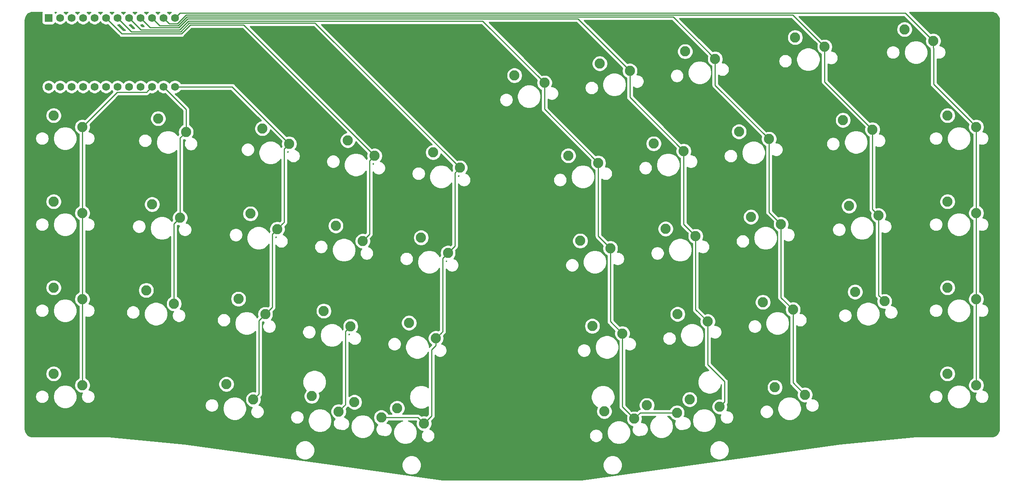
<source format=gbr>
G04 #@! TF.GenerationSoftware,KiCad,Pcbnew,(5.1.4)-1*
G04 #@! TF.CreationDate,2021-09-15T04:56:21-10:00*
G04 #@! TF.ProjectId,oya38split,6f796133-3873-4706-9c69-742e6b696361,rev?*
G04 #@! TF.SameCoordinates,Original*
G04 #@! TF.FileFunction,Copper,L2,Bot*
G04 #@! TF.FilePolarity,Positive*
%FSLAX46Y46*%
G04 Gerber Fmt 4.6, Leading zero omitted, Abs format (unit mm)*
G04 Created by KiCad (PCBNEW (5.1.4)-1) date 2021-09-15 04:56:21*
%MOMM*%
%LPD*%
G04 APERTURE LIST*
%ADD10C,2.250000*%
%ADD11C,1.752600*%
%ADD12R,1.752600X1.752600*%
%ADD13C,0.250000*%
%ADD14C,0.254000*%
G04 APERTURE END LIST*
D10*
X185791038Y-116226722D03*
X192432740Y-117858254D03*
X121122150Y-115519723D03*
X127056853Y-118918753D03*
X242728750Y-33020000D03*
X249078750Y-35560000D03*
X225079788Y-36887915D03*
X218568074Y-34797056D03*
X194236077Y-37915440D03*
X200877779Y-39546972D03*
X175371470Y-40566688D03*
X182013172Y-42198220D03*
X156506863Y-43217936D03*
X163148565Y-44849468D03*
X252253750Y-109220000D03*
X258603750Y-111760000D03*
X214087948Y-112249851D03*
X220729650Y-113881383D03*
X195223341Y-114901098D03*
X201865043Y-116532630D03*
X176358735Y-117552346D03*
X183000437Y-119183878D03*
X130554453Y-116845347D03*
X136489156Y-120244377D03*
X111689847Y-114194099D03*
X117624550Y-117593129D03*
X92825240Y-111542852D03*
X98759943Y-114941882D03*
X54610000Y-109220000D03*
X60960000Y-111760000D03*
X252253750Y-90170000D03*
X258603750Y-92710000D03*
X231803185Y-91106901D03*
X238314899Y-93197760D03*
X211436701Y-93385244D03*
X218078403Y-95016776D03*
X192572093Y-96036492D03*
X199213795Y-97668024D03*
X173707487Y-98687739D03*
X180349189Y-100319271D03*
X133205701Y-97980740D03*
X139140404Y-101379770D03*
X114341095Y-95329493D03*
X120275798Y-98728523D03*
X95476487Y-92678245D03*
X101411190Y-96077275D03*
X75072939Y-90752538D03*
X81230289Y-93729304D03*
X54610000Y-90170000D03*
X60960000Y-92710000D03*
X252253750Y-71120000D03*
X258603750Y-73660000D03*
X230474324Y-72103306D03*
X236986038Y-74194165D03*
X208785453Y-74520637D03*
X215427155Y-76152169D03*
X189920847Y-77171884D03*
X196562549Y-78803416D03*
X171056239Y-79823132D03*
X177697941Y-81454664D03*
X135856949Y-79116133D03*
X141791652Y-82515163D03*
X116992341Y-76464885D03*
X122927044Y-79863915D03*
X98127735Y-73813638D03*
X104062438Y-77212668D03*
X76401800Y-71748943D03*
X82559150Y-74725709D03*
X54610000Y-71120000D03*
X60960000Y-73660000D03*
X252253750Y-52070000D03*
X258603750Y-54610000D03*
X229145463Y-53099711D03*
X235657177Y-55190570D03*
X206134205Y-55656030D03*
X212775907Y-57287562D03*
X187269599Y-58307278D03*
X193911301Y-59938810D03*
X168404992Y-60958525D03*
X175046694Y-62590057D03*
X138508196Y-60251526D03*
X144442899Y-63650556D03*
X119643589Y-57600279D03*
X125578292Y-60999309D03*
X100778983Y-54949031D03*
X106713686Y-58348061D03*
X77730661Y-52745348D03*
X83888011Y-55722114D03*
X54610000Y-52070000D03*
X60960000Y-54610000D03*
D11*
X53498750Y-45720000D03*
X81438750Y-30480000D03*
X56038750Y-45720000D03*
X58578750Y-45720000D03*
X61118750Y-45720000D03*
X63658750Y-45720000D03*
X66198750Y-45720000D03*
X68738750Y-45720000D03*
X71278750Y-45720000D03*
X73818750Y-45720000D03*
X76358750Y-45720000D03*
X78898750Y-45720000D03*
X81438750Y-45720000D03*
X78898750Y-30480000D03*
X76358750Y-30480000D03*
X73818750Y-30480000D03*
X71278750Y-30480000D03*
X68738750Y-30480000D03*
X66198750Y-30480000D03*
X63658750Y-30480000D03*
X61118750Y-30480000D03*
X58578750Y-30480000D03*
X56038750Y-30480000D03*
D12*
X53498750Y-30480000D03*
D13*
X60960000Y-54610000D02*
X60960000Y-111760000D01*
X75482451Y-46596299D02*
X76358750Y-45720000D01*
X75157449Y-46921301D02*
X75482451Y-46596299D01*
X68648699Y-46921301D02*
X75157449Y-46921301D01*
X60960000Y-54610000D02*
X68648699Y-46921301D01*
X83888011Y-50709261D02*
X78898750Y-45720000D01*
X83888011Y-55722114D02*
X83888011Y-50709261D01*
X82559150Y-57050975D02*
X83888011Y-55722114D01*
X82559150Y-74725709D02*
X82559150Y-57050975D01*
X81230289Y-76054570D02*
X81230289Y-93729304D01*
X82559150Y-74725709D02*
X81230289Y-76054570D01*
X94085625Y-45720000D02*
X81438750Y-45720000D01*
X106713686Y-58348061D02*
X94085625Y-45720000D01*
X105187437Y-76087669D02*
X104062438Y-77212668D01*
X105568750Y-75706356D02*
X105187437Y-76087669D01*
X105568750Y-59492997D02*
X105568750Y-75706356D01*
X106713686Y-58348061D02*
X105568750Y-59492997D01*
X102536189Y-94952276D02*
X101411190Y-96077275D01*
X102937439Y-94551026D02*
X102536189Y-94952276D01*
X102937439Y-78337667D02*
X102937439Y-94551026D01*
X104062438Y-77212668D02*
X102937439Y-78337667D01*
X99884942Y-113816883D02*
X98759943Y-114941882D01*
X100012500Y-113689325D02*
X99884942Y-113816883D01*
X100012500Y-97475965D02*
X100012500Y-113689325D01*
X101411190Y-96077275D02*
X100012500Y-97475965D01*
X124052043Y-78738916D02*
X122927044Y-79863915D01*
X124453293Y-78337666D02*
X124052043Y-78738916D01*
X124453293Y-62124308D02*
X124453293Y-78337666D01*
X125578292Y-60999309D02*
X124453293Y-62124308D01*
X118749549Y-116468130D02*
X117624550Y-117593129D01*
X119150799Y-116066880D02*
X118749549Y-116468130D01*
X119150799Y-99853522D02*
X119150799Y-116066880D01*
X120275798Y-98728523D02*
X119150799Y-99853522D01*
X69718796Y-34000046D02*
X66198750Y-30480000D01*
X82878677Y-34000049D02*
X69718796Y-34000046D01*
X84809916Y-32068810D02*
X82878677Y-34000049D01*
X96647793Y-32068810D02*
X84809916Y-32068810D01*
X125578292Y-60999309D02*
X96647793Y-32068810D01*
X142916651Y-81390164D02*
X141791652Y-82515163D01*
X143317900Y-80988915D02*
X142916651Y-81390164D01*
X143317900Y-64775555D02*
X143317900Y-80988915D01*
X144442899Y-63650556D02*
X143317900Y-64775555D01*
X140265403Y-100254771D02*
X139140404Y-101379770D01*
X140666653Y-99853521D02*
X140265403Y-100254771D01*
X140666653Y-83640162D02*
X140666653Y-99853521D01*
X141791652Y-82515163D02*
X140666653Y-83640162D01*
X139140404Y-102970760D02*
X139140404Y-101379770D01*
X138188586Y-103922578D02*
X139140404Y-102970760D01*
X138188586Y-118544947D02*
X138188586Y-103922578D01*
X136489156Y-120244377D02*
X138188586Y-118544947D01*
X135163532Y-118918753D02*
X127056853Y-118918753D01*
X136489156Y-120244377D02*
X135163532Y-118918753D01*
X112542343Y-31750000D02*
X144442899Y-63650556D01*
X112411143Y-31618800D02*
X112542343Y-31750000D01*
X84623516Y-31618800D02*
X112411143Y-31618800D01*
X82692277Y-33550039D02*
X84623516Y-31618800D01*
X68738750Y-30480000D02*
X71808789Y-33550039D01*
X71808789Y-33550039D02*
X82692277Y-33550039D01*
X163148565Y-50691928D02*
X175046694Y-62590057D01*
X163148565Y-44849468D02*
X163148565Y-50691928D01*
X175046694Y-78803417D02*
X177697941Y-81454664D01*
X175046694Y-62590057D02*
X175046694Y-78803417D01*
X177697941Y-97668023D02*
X180349189Y-100319271D01*
X177697941Y-81454664D02*
X177697941Y-97668023D01*
X180349189Y-116532630D02*
X183000437Y-119183878D01*
X180349189Y-100319271D02*
X180349189Y-116532630D01*
X184326061Y-117858254D02*
X192432740Y-117858254D01*
X183000437Y-119183878D02*
X184326061Y-117858254D01*
X163148565Y-44849468D02*
X149467887Y-31168790D01*
X149467887Y-31168790D02*
X84437116Y-31168790D01*
X72155049Y-31356299D02*
X71278750Y-30480000D01*
X73898780Y-33100030D02*
X72155049Y-31356299D01*
X82505876Y-33100030D02*
X73898780Y-33100030D01*
X84437116Y-31168790D02*
X82505876Y-33100030D01*
X182013172Y-48040681D02*
X193911301Y-59938810D01*
X182013172Y-42198220D02*
X182013172Y-48040681D01*
X193911301Y-76152168D02*
X196562549Y-78803416D01*
X193911301Y-59938810D02*
X193911301Y-76152168D01*
X196562549Y-95016778D02*
X199213795Y-97668024D01*
X196562549Y-78803416D02*
X196562549Y-95016778D01*
X202990042Y-115407631D02*
X201865043Y-116532630D01*
X202990042Y-110975336D02*
X202990042Y-115407631D01*
X199213795Y-107199089D02*
X202990042Y-110975336D01*
X199213795Y-97668024D02*
X199213795Y-107199089D01*
X170533732Y-30718780D02*
X182013172Y-42198220D01*
X84250716Y-30718780D02*
X170533732Y-30718780D01*
X74695049Y-31356299D02*
X73818750Y-30480000D01*
X75988770Y-32650020D02*
X74695049Y-31356299D01*
X82319476Y-32650020D02*
X75988770Y-32650020D01*
X84250716Y-30718780D02*
X82319476Y-32650020D01*
X200877779Y-45389434D02*
X212775907Y-57287562D01*
X200877779Y-39546972D02*
X200877779Y-45389434D01*
X212775907Y-73500921D02*
X215427155Y-76152169D01*
X212775907Y-57287562D02*
X212775907Y-73500921D01*
X215427155Y-92365528D02*
X218078403Y-95016776D01*
X215427155Y-76152169D02*
X215427155Y-92365528D01*
X218078403Y-111230136D02*
X220729650Y-113881383D01*
X218078403Y-95016776D02*
X218078403Y-111230136D01*
X77235049Y-31356299D02*
X76358750Y-30480000D01*
X78078760Y-32200010D02*
X77235049Y-31356299D01*
X82133076Y-32200010D02*
X78078760Y-32200010D01*
X84064316Y-30268770D02*
X82133076Y-32200010D01*
X191599577Y-30268770D02*
X84064316Y-30268770D01*
X200877779Y-39546972D02*
X191599577Y-30268770D01*
X225079788Y-44613181D02*
X235657177Y-55190570D01*
X225079788Y-36887915D02*
X225079788Y-44613181D01*
X235657177Y-72865304D02*
X236986038Y-74194165D01*
X235657177Y-55190570D02*
X235657177Y-72865304D01*
X236986038Y-91868899D02*
X238314899Y-93197760D01*
X236986038Y-74194165D02*
X236986038Y-91868899D01*
X79775049Y-31356299D02*
X78898750Y-30480000D01*
X80168750Y-31750000D02*
X79775049Y-31356299D01*
X81946676Y-31750000D02*
X80168750Y-31750000D01*
X83877916Y-29818760D02*
X81946676Y-31750000D01*
X218010633Y-29818760D02*
X83877916Y-29818760D01*
X225079788Y-36887915D02*
X218010633Y-29818760D01*
X257478751Y-53485001D02*
X258603750Y-54610000D01*
X249148749Y-45154999D02*
X257478751Y-53485001D01*
X249148749Y-37220989D02*
X249148749Y-45154999D01*
X249078750Y-37150990D02*
X249148749Y-37220989D01*
X249078750Y-35560000D02*
X249078750Y-37150990D01*
X258603750Y-54610000D02*
X258603750Y-111760000D01*
X249078750Y-35560000D02*
X242887500Y-29368750D01*
X82550000Y-29368750D02*
X81438750Y-30480000D01*
X242887500Y-29368750D02*
X82550000Y-29368750D01*
D14*
G36*
X52091913Y-29249206D02*
G01*
X52032948Y-29359520D01*
X51996638Y-29479218D01*
X51984378Y-29603700D01*
X51984378Y-31356300D01*
X51996638Y-31480782D01*
X52032948Y-31600480D01*
X52091913Y-31710794D01*
X52171265Y-31807485D01*
X52267956Y-31886837D01*
X52378270Y-31945802D01*
X52497968Y-31982112D01*
X52622450Y-31994372D01*
X54375050Y-31994372D01*
X54499532Y-31982112D01*
X54619230Y-31945802D01*
X54729544Y-31886837D01*
X54826235Y-31807485D01*
X54905587Y-31710794D01*
X54964552Y-31600480D01*
X54977906Y-31556458D01*
X55075352Y-31653904D01*
X55322881Y-31819297D01*
X55597920Y-31933222D01*
X55889900Y-31991300D01*
X56187600Y-31991300D01*
X56479580Y-31933222D01*
X56754619Y-31819297D01*
X57002148Y-31653904D01*
X57212654Y-31443398D01*
X57308750Y-31299580D01*
X57404846Y-31443398D01*
X57615352Y-31653904D01*
X57862881Y-31819297D01*
X58137920Y-31933222D01*
X58429900Y-31991300D01*
X58727600Y-31991300D01*
X59019580Y-31933222D01*
X59294619Y-31819297D01*
X59542148Y-31653904D01*
X59752654Y-31443398D01*
X59848750Y-31299580D01*
X59944846Y-31443398D01*
X60155352Y-31653904D01*
X60402881Y-31819297D01*
X60677920Y-31933222D01*
X60969900Y-31991300D01*
X61267600Y-31991300D01*
X61559580Y-31933222D01*
X61834619Y-31819297D01*
X62082148Y-31653904D01*
X62292654Y-31443398D01*
X62388750Y-31299580D01*
X62484846Y-31443398D01*
X62695352Y-31653904D01*
X62942881Y-31819297D01*
X63217920Y-31933222D01*
X63509900Y-31991300D01*
X63807600Y-31991300D01*
X64099580Y-31933222D01*
X64374619Y-31819297D01*
X64622148Y-31653904D01*
X64832654Y-31443398D01*
X64928750Y-31299580D01*
X65024846Y-31443398D01*
X65235352Y-31653904D01*
X65482881Y-31819297D01*
X65757920Y-31933222D01*
X66049900Y-31991300D01*
X66347600Y-31991300D01*
X66587525Y-31943576D01*
X69155001Y-34511053D01*
X69178795Y-34540046D01*
X69207788Y-34563840D01*
X69207793Y-34563845D01*
X69294520Y-34635020D01*
X69426549Y-34705592D01*
X69569810Y-34749049D01*
X69718796Y-34763722D01*
X69756131Y-34760045D01*
X82841354Y-34760049D01*
X82878677Y-34763725D01*
X82915999Y-34760049D01*
X82916009Y-34760049D01*
X83027662Y-34749052D01*
X83170923Y-34705595D01*
X83170930Y-34705591D01*
X83302953Y-34635023D01*
X83389679Y-34563848D01*
X83418677Y-34540050D01*
X83442475Y-34511052D01*
X85124719Y-32828810D01*
X96332992Y-32828810D01*
X119365329Y-55861148D01*
X119130216Y-55907915D01*
X118809916Y-56040587D01*
X118521654Y-56233198D01*
X118276508Y-56478344D01*
X118083897Y-56766606D01*
X117951225Y-57086906D01*
X117883589Y-57426934D01*
X117883589Y-57773624D01*
X117951225Y-58113652D01*
X118083897Y-58433952D01*
X118276508Y-58722214D01*
X118521654Y-58967360D01*
X118809916Y-59159971D01*
X119130216Y-59292643D01*
X119470244Y-59360279D01*
X119816934Y-59360279D01*
X120156962Y-59292643D01*
X120477262Y-59159971D01*
X120765524Y-58967360D01*
X121010670Y-58722214D01*
X121203281Y-58433952D01*
X121335953Y-58113652D01*
X121382720Y-57878539D01*
X123916444Y-60412263D01*
X123885928Y-60485936D01*
X123818292Y-60825964D01*
X123818292Y-61172654D01*
X123885928Y-61512682D01*
X123915011Y-61582896D01*
X123913292Y-61584307D01*
X123874830Y-61631174D01*
X123818319Y-61700032D01*
X123788501Y-61755817D01*
X123781572Y-61739089D01*
X123493871Y-61308514D01*
X123127697Y-60942340D01*
X122697122Y-60654639D01*
X122218693Y-60456467D01*
X121710795Y-60355440D01*
X121192947Y-60355440D01*
X120685049Y-60456467D01*
X120206620Y-60654639D01*
X119776045Y-60942340D01*
X119409871Y-61308514D01*
X119122170Y-61739089D01*
X118923998Y-62217518D01*
X118822971Y-62725416D01*
X118822971Y-63243264D01*
X118923998Y-63751162D01*
X119122170Y-64229591D01*
X119409871Y-64660166D01*
X119776045Y-65026340D01*
X120206620Y-65314041D01*
X120685049Y-65512213D01*
X121192947Y-65613240D01*
X121710795Y-65613240D01*
X122218693Y-65512213D01*
X122697122Y-65314041D01*
X123127697Y-65026340D01*
X123493871Y-64660166D01*
X123693293Y-64361710D01*
X123693294Y-78022864D01*
X123541046Y-78175112D01*
X123541040Y-78175117D01*
X123514090Y-78202067D01*
X123440417Y-78171551D01*
X123100389Y-78103915D01*
X122753699Y-78103915D01*
X122413671Y-78171551D01*
X122093371Y-78304223D01*
X121805109Y-78496834D01*
X121559963Y-78741980D01*
X121367352Y-79030242D01*
X121234680Y-79350542D01*
X121167044Y-79690570D01*
X121167044Y-80037260D01*
X121234680Y-80377288D01*
X121367352Y-80697588D01*
X121559963Y-80985850D01*
X121805109Y-81230996D01*
X122093371Y-81423607D01*
X122413671Y-81556279D01*
X122651473Y-81603581D01*
X122493041Y-81840692D01*
X122379214Y-82115494D01*
X122321185Y-82407223D01*
X122321185Y-82704667D01*
X122379214Y-82996396D01*
X122493041Y-83271198D01*
X122658292Y-83518514D01*
X122868616Y-83728838D01*
X123115932Y-83894089D01*
X123390734Y-84007916D01*
X123682463Y-84065945D01*
X123979907Y-84065945D01*
X124271636Y-84007916D01*
X124546438Y-83894089D01*
X124793754Y-83728838D01*
X124878119Y-83644473D01*
X131124669Y-83644473D01*
X131124669Y-83941917D01*
X131182698Y-84233646D01*
X131296525Y-84508448D01*
X131461776Y-84755764D01*
X131672100Y-84966088D01*
X131919416Y-85131339D01*
X132194218Y-85245166D01*
X132485947Y-85303195D01*
X132783391Y-85303195D01*
X133075120Y-85245166D01*
X133349922Y-85131339D01*
X133597238Y-84966088D01*
X133807562Y-84755764D01*
X133972813Y-84508448D01*
X134086640Y-84233646D01*
X134144669Y-83941917D01*
X134144669Y-83644473D01*
X134086640Y-83352744D01*
X133972813Y-83077942D01*
X133807562Y-82830626D01*
X133597238Y-82620302D01*
X133349922Y-82455051D01*
X133075120Y-82341224D01*
X132783391Y-82283195D01*
X132485947Y-82283195D01*
X132194218Y-82341224D01*
X131919416Y-82455051D01*
X131672100Y-82620302D01*
X131461776Y-82830626D01*
X131296525Y-83077942D01*
X131182698Y-83352744D01*
X131124669Y-83644473D01*
X124878119Y-83644473D01*
X125004078Y-83518514D01*
X125169329Y-83271198D01*
X125283156Y-82996396D01*
X125341185Y-82704667D01*
X125341185Y-82407223D01*
X125283156Y-82115494D01*
X125169329Y-81840692D01*
X125004078Y-81593376D01*
X124793754Y-81383052D01*
X124546438Y-81217801D01*
X124271636Y-81103974D01*
X124191868Y-81088107D01*
X124294125Y-80985850D01*
X124486736Y-80697588D01*
X124619408Y-80377288D01*
X124687044Y-80037260D01*
X124687044Y-79690570D01*
X124619408Y-79350542D01*
X124588892Y-79276869D01*
X124615842Y-79249919D01*
X124615847Y-79249913D01*
X124922972Y-78942788D01*
X134096949Y-78942788D01*
X134096949Y-79289478D01*
X134164585Y-79629506D01*
X134297257Y-79949806D01*
X134489868Y-80238068D01*
X134735014Y-80483214D01*
X135023276Y-80675825D01*
X135343576Y-80808497D01*
X135683604Y-80876133D01*
X136030294Y-80876133D01*
X136370322Y-80808497D01*
X136690622Y-80675825D01*
X136978884Y-80483214D01*
X137224030Y-80238068D01*
X137416641Y-79949806D01*
X137549313Y-79629506D01*
X137616949Y-79289478D01*
X137616949Y-78942788D01*
X137549313Y-78602760D01*
X137416641Y-78282460D01*
X137224030Y-77994198D01*
X136978884Y-77749052D01*
X136690622Y-77556441D01*
X136370322Y-77423769D01*
X136030294Y-77356133D01*
X135683604Y-77356133D01*
X135343576Y-77423769D01*
X135023276Y-77556441D01*
X134735014Y-77749052D01*
X134489868Y-77994198D01*
X134297257Y-78282460D01*
X134164585Y-78602760D01*
X134096949Y-78942788D01*
X124922972Y-78942788D01*
X124964290Y-78901470D01*
X124993294Y-78877667D01*
X125088267Y-78761942D01*
X125158839Y-78629913D01*
X125202296Y-78486652D01*
X125213293Y-78374999D01*
X125213293Y-78374990D01*
X125216969Y-78337667D01*
X125213293Y-78300344D01*
X125213293Y-64509864D01*
X125309540Y-64653908D01*
X125519864Y-64864232D01*
X125767180Y-65029483D01*
X126041982Y-65143310D01*
X126333711Y-65201339D01*
X126631155Y-65201339D01*
X126922884Y-65143310D01*
X127197686Y-65029483D01*
X127445002Y-64864232D01*
X127529368Y-64779866D01*
X133775916Y-64779866D01*
X133775916Y-65077310D01*
X133833945Y-65369039D01*
X133947772Y-65643841D01*
X134113023Y-65891157D01*
X134323347Y-66101481D01*
X134570663Y-66266732D01*
X134845465Y-66380559D01*
X135137194Y-66438588D01*
X135434638Y-66438588D01*
X135726367Y-66380559D01*
X136001169Y-66266732D01*
X136248485Y-66101481D01*
X136458809Y-65891157D01*
X136624060Y-65643841D01*
X136737887Y-65369039D01*
X136795916Y-65077310D01*
X136795916Y-64779866D01*
X136737887Y-64488137D01*
X136624060Y-64213335D01*
X136458809Y-63966019D01*
X136248485Y-63755695D01*
X136001169Y-63590444D01*
X135726367Y-63476617D01*
X135434638Y-63418588D01*
X135137194Y-63418588D01*
X134845465Y-63476617D01*
X134570663Y-63590444D01*
X134323347Y-63755695D01*
X134113023Y-63966019D01*
X133947772Y-64213335D01*
X133833945Y-64488137D01*
X133775916Y-64779866D01*
X127529368Y-64779866D01*
X127655326Y-64653908D01*
X127820577Y-64406592D01*
X127934404Y-64131790D01*
X127992433Y-63840061D01*
X127992433Y-63542617D01*
X127934404Y-63250888D01*
X127820577Y-62976086D01*
X127655326Y-62728770D01*
X127445002Y-62518446D01*
X127197686Y-62353195D01*
X126922884Y-62239368D01*
X126843116Y-62223501D01*
X126945373Y-62121244D01*
X127137984Y-61832982D01*
X127270656Y-61512682D01*
X127338292Y-61172654D01*
X127338292Y-60825964D01*
X127270656Y-60485936D01*
X127137984Y-60165636D01*
X126945373Y-59877374D01*
X126700227Y-59632228D01*
X126411965Y-59439617D01*
X126091665Y-59306945D01*
X125751637Y-59239309D01*
X125404947Y-59239309D01*
X125064919Y-59306945D01*
X124991246Y-59337461D01*
X98032584Y-32378800D01*
X112096342Y-32378800D01*
X138229936Y-58512395D01*
X137994823Y-58559162D01*
X137674523Y-58691834D01*
X137386261Y-58884445D01*
X137141115Y-59129591D01*
X136948504Y-59417853D01*
X136815832Y-59738153D01*
X136748196Y-60078181D01*
X136748196Y-60424871D01*
X136815832Y-60764899D01*
X136948504Y-61085199D01*
X137141115Y-61373461D01*
X137386261Y-61618607D01*
X137674523Y-61811218D01*
X137994823Y-61943890D01*
X138334851Y-62011526D01*
X138681541Y-62011526D01*
X139021569Y-61943890D01*
X139341869Y-61811218D01*
X139630131Y-61618607D01*
X139875277Y-61373461D01*
X140067888Y-61085199D01*
X140200560Y-60764899D01*
X140247327Y-60529786D01*
X142781051Y-63063510D01*
X142750535Y-63137183D01*
X142682899Y-63477211D01*
X142682899Y-63823901D01*
X142750535Y-64163929D01*
X142779618Y-64234143D01*
X142777899Y-64235554D01*
X142739437Y-64282421D01*
X142682926Y-64351279D01*
X142653108Y-64407064D01*
X142646179Y-64390336D01*
X142358478Y-63959761D01*
X141992304Y-63593587D01*
X141561729Y-63305886D01*
X141083300Y-63107714D01*
X140575402Y-63006687D01*
X140057554Y-63006687D01*
X139549656Y-63107714D01*
X139071227Y-63305886D01*
X138640652Y-63593587D01*
X138274478Y-63959761D01*
X137986777Y-64390336D01*
X137788605Y-64868765D01*
X137687578Y-65376663D01*
X137687578Y-65894511D01*
X137788605Y-66402409D01*
X137986777Y-66880838D01*
X138274478Y-67311413D01*
X138640652Y-67677587D01*
X139071227Y-67965288D01*
X139549656Y-68163460D01*
X140057554Y-68264487D01*
X140575402Y-68264487D01*
X141083300Y-68163460D01*
X141561729Y-67965288D01*
X141992304Y-67677587D01*
X142358478Y-67311413D01*
X142557900Y-67012957D01*
X142557901Y-80674113D01*
X142405654Y-80826360D01*
X142405648Y-80826365D01*
X142378698Y-80853315D01*
X142305025Y-80822799D01*
X141964997Y-80755163D01*
X141618307Y-80755163D01*
X141278279Y-80822799D01*
X140957979Y-80955471D01*
X140669717Y-81148082D01*
X140424571Y-81393228D01*
X140231960Y-81681490D01*
X140099288Y-82001790D01*
X140031652Y-82341818D01*
X140031652Y-82688508D01*
X140099288Y-83028536D01*
X140128371Y-83098750D01*
X140126652Y-83100161D01*
X140088190Y-83147028D01*
X140031679Y-83215886D01*
X140005873Y-83264165D01*
X140001861Y-83271671D01*
X139994932Y-83254943D01*
X139707231Y-82824368D01*
X139341057Y-82458194D01*
X138910482Y-82170493D01*
X138432053Y-81972321D01*
X137924155Y-81871294D01*
X137406307Y-81871294D01*
X136898409Y-81972321D01*
X136419980Y-82170493D01*
X135989405Y-82458194D01*
X135623231Y-82824368D01*
X135335530Y-83254943D01*
X135137358Y-83733372D01*
X135036331Y-84241270D01*
X135036331Y-84759118D01*
X135137358Y-85267016D01*
X135335530Y-85745445D01*
X135623231Y-86176020D01*
X135989405Y-86542194D01*
X136419980Y-86829895D01*
X136898409Y-87028067D01*
X137406307Y-87129094D01*
X137924155Y-87129094D01*
X138432053Y-87028067D01*
X138910482Y-86829895D01*
X139341057Y-86542194D01*
X139707231Y-86176020D01*
X139906653Y-85877564D01*
X139906654Y-99538719D01*
X139754406Y-99690967D01*
X139754400Y-99690972D01*
X139727450Y-99717922D01*
X139653777Y-99687406D01*
X139313749Y-99619770D01*
X138967059Y-99619770D01*
X138627031Y-99687406D01*
X138306731Y-99820078D01*
X138018469Y-100012689D01*
X137773323Y-100257835D01*
X137580712Y-100546097D01*
X137448040Y-100866397D01*
X137380404Y-101206425D01*
X137380404Y-101553115D01*
X137448040Y-101893143D01*
X137580712Y-102213443D01*
X137773323Y-102501705D01*
X138018469Y-102746851D01*
X138180947Y-102855416D01*
X137677584Y-103358779D01*
X137648586Y-103382577D01*
X137642883Y-103389526D01*
X137642883Y-103105877D01*
X137541856Y-102597979D01*
X137343684Y-102119550D01*
X137055983Y-101688975D01*
X136689809Y-101322801D01*
X136259234Y-101035100D01*
X135780805Y-100836928D01*
X135272907Y-100735901D01*
X134755059Y-100735901D01*
X134247161Y-100836928D01*
X133768732Y-101035100D01*
X133338157Y-101322801D01*
X132971983Y-101688975D01*
X132684282Y-102119550D01*
X132486110Y-102597979D01*
X132385083Y-103105877D01*
X132385083Y-103623725D01*
X132486110Y-104131623D01*
X132684282Y-104610052D01*
X132971983Y-105040627D01*
X133338157Y-105406801D01*
X133768732Y-105694502D01*
X134247161Y-105892674D01*
X134755059Y-105993701D01*
X135272907Y-105993701D01*
X135780805Y-105892674D01*
X136259234Y-105694502D01*
X136689809Y-105406801D01*
X137055983Y-105040627D01*
X137343684Y-104610052D01*
X137428587Y-104405078D01*
X137428586Y-112266025D01*
X137114936Y-112056450D01*
X136636507Y-111858278D01*
X136128609Y-111757251D01*
X135610761Y-111757251D01*
X135102863Y-111858278D01*
X134624434Y-112056450D01*
X134193859Y-112344151D01*
X133827685Y-112710325D01*
X133539984Y-113140900D01*
X133341812Y-113619329D01*
X133240785Y-114127227D01*
X133240785Y-114645075D01*
X133341812Y-115152973D01*
X133539984Y-115631402D01*
X133827685Y-116061977D01*
X134193859Y-116428151D01*
X134624434Y-116715852D01*
X135102863Y-116914024D01*
X135610761Y-117015051D01*
X136128609Y-117015051D01*
X136636507Y-116914024D01*
X137114936Y-116715852D01*
X137428586Y-116506278D01*
X137428586Y-118230145D01*
X137076202Y-118582529D01*
X137002529Y-118552013D01*
X136662501Y-118484377D01*
X136315811Y-118484377D01*
X135975783Y-118552013D01*
X135902110Y-118582529D01*
X135727335Y-118407755D01*
X135703533Y-118378752D01*
X135587808Y-118283779D01*
X135455779Y-118213207D01*
X135312518Y-118169750D01*
X135200865Y-118158753D01*
X135200854Y-118158753D01*
X135163532Y-118155077D01*
X135126210Y-118158753D01*
X131730063Y-118158753D01*
X131921534Y-117967282D01*
X132114145Y-117679020D01*
X132246817Y-117358720D01*
X132314453Y-117018692D01*
X132314453Y-116672002D01*
X132246817Y-116331974D01*
X132114145Y-116011674D01*
X131921534Y-115723412D01*
X131676388Y-115478266D01*
X131388126Y-115285655D01*
X131067826Y-115152983D01*
X130727798Y-115085347D01*
X130381108Y-115085347D01*
X130041080Y-115152983D01*
X129720780Y-115285655D01*
X129432518Y-115478266D01*
X129187372Y-115723412D01*
X128994761Y-116011674D01*
X128862089Y-116331974D01*
X128794453Y-116672002D01*
X128794453Y-117018692D01*
X128862089Y-117358720D01*
X128994761Y-117679020D01*
X129187372Y-117967282D01*
X129378843Y-118158753D01*
X128647061Y-118158753D01*
X128616545Y-118085080D01*
X128423934Y-117796818D01*
X128178788Y-117551672D01*
X127890526Y-117359061D01*
X127570226Y-117226389D01*
X127230198Y-117158753D01*
X126883508Y-117158753D01*
X126543480Y-117226389D01*
X126223180Y-117359061D01*
X125934918Y-117551672D01*
X125689772Y-117796818D01*
X125497161Y-118085080D01*
X125364489Y-118405380D01*
X125296853Y-118745408D01*
X125296853Y-119092098D01*
X125364489Y-119432126D01*
X125497161Y-119752426D01*
X125689772Y-120040688D01*
X125934918Y-120285834D01*
X126223180Y-120478445D01*
X126235551Y-120483569D01*
X126159280Y-120559840D01*
X125994029Y-120807156D01*
X125880202Y-121081958D01*
X125822173Y-121373687D01*
X125822173Y-121671131D01*
X125880202Y-121962860D01*
X125994029Y-122237662D01*
X126159280Y-122484978D01*
X126369604Y-122695302D01*
X126616920Y-122860553D01*
X126891722Y-122974380D01*
X127183451Y-123032409D01*
X127447284Y-123032409D01*
X127520543Y-123062754D01*
X127812272Y-123120783D01*
X128109716Y-123120783D01*
X128401445Y-123062754D01*
X128676247Y-122948927D01*
X128923563Y-122783676D01*
X129133887Y-122573352D01*
X129299138Y-122326036D01*
X129412965Y-122051234D01*
X129470994Y-121759505D01*
X129470994Y-121462061D01*
X129412965Y-121170332D01*
X129299138Y-120895530D01*
X129133887Y-120648214D01*
X128923563Y-120437890D01*
X128676247Y-120272639D01*
X128401445Y-120158812D01*
X128321677Y-120142945D01*
X128423934Y-120040688D01*
X128616545Y-119752426D01*
X128647061Y-119678753D01*
X131710446Y-119678753D01*
X131595913Y-119701535D01*
X131117484Y-119899707D01*
X130686909Y-120187408D01*
X130320735Y-120553582D01*
X130033034Y-120984157D01*
X129834862Y-121462586D01*
X129733835Y-121970484D01*
X129733835Y-122488332D01*
X129834862Y-122996230D01*
X130033034Y-123474659D01*
X130320735Y-123905234D01*
X130686909Y-124271408D01*
X131117484Y-124559109D01*
X131595913Y-124757281D01*
X132103811Y-124858308D01*
X132621659Y-124858308D01*
X133129557Y-124757281D01*
X133607986Y-124559109D01*
X134038561Y-124271408D01*
X134404735Y-123905234D01*
X134692436Y-123474659D01*
X134890608Y-122996230D01*
X134991635Y-122488332D01*
X134991635Y-121970484D01*
X134890608Y-121462586D01*
X134692436Y-120984157D01*
X134404735Y-120553582D01*
X134038561Y-120187408D01*
X133607986Y-119899707D01*
X133129557Y-119701535D01*
X133015024Y-119678753D01*
X134818435Y-119678753D01*
X134796792Y-119731004D01*
X134729156Y-120071032D01*
X134729156Y-120417722D01*
X134796792Y-120757750D01*
X134929464Y-121078050D01*
X135122075Y-121366312D01*
X135367221Y-121611458D01*
X135655483Y-121804069D01*
X135975783Y-121936741D01*
X136213585Y-121984043D01*
X136055153Y-122221154D01*
X135941326Y-122495956D01*
X135883297Y-122787685D01*
X135883297Y-123085129D01*
X135941326Y-123376858D01*
X136055153Y-123651660D01*
X136220404Y-123898976D01*
X136430728Y-124109300D01*
X136678044Y-124274551D01*
X136952846Y-124388378D01*
X137244575Y-124446407D01*
X137542019Y-124446407D01*
X137833748Y-124388378D01*
X138108550Y-124274551D01*
X138355866Y-124109300D01*
X138566190Y-123898976D01*
X138731441Y-123651660D01*
X138845268Y-123376858D01*
X138903297Y-123085129D01*
X138903297Y-122787685D01*
X173040453Y-122787685D01*
X173040453Y-123085129D01*
X173098482Y-123376858D01*
X173212309Y-123651660D01*
X173377560Y-123898976D01*
X173587884Y-124109300D01*
X173835200Y-124274551D01*
X174110002Y-124388378D01*
X174401731Y-124446407D01*
X174699175Y-124446407D01*
X174990904Y-124388378D01*
X175265706Y-124274551D01*
X175513022Y-124109300D01*
X175723346Y-123898976D01*
X175888597Y-123651660D01*
X176002424Y-123376858D01*
X176060453Y-123085129D01*
X176060453Y-122787685D01*
X176002424Y-122495956D01*
X175888597Y-122221154D01*
X175723346Y-121973838D01*
X175719992Y-121970484D01*
X176952115Y-121970484D01*
X176952115Y-122488332D01*
X177053142Y-122996230D01*
X177251314Y-123474659D01*
X177539015Y-123905234D01*
X177905189Y-124271408D01*
X178335764Y-124559109D01*
X178814193Y-124757281D01*
X179322091Y-124858308D01*
X179839939Y-124858308D01*
X180347837Y-124757281D01*
X180826266Y-124559109D01*
X181256841Y-124271408D01*
X181623015Y-123905234D01*
X181910716Y-123474659D01*
X182108888Y-122996230D01*
X182209915Y-122488332D01*
X182209915Y-121970484D01*
X182108888Y-121462586D01*
X181910716Y-120984157D01*
X181623015Y-120553582D01*
X181256841Y-120187408D01*
X180826266Y-119899707D01*
X180347837Y-119701535D01*
X179839939Y-119600508D01*
X179322091Y-119600508D01*
X178814193Y-119701535D01*
X178335764Y-119899707D01*
X177905189Y-120187408D01*
X177539015Y-120553582D01*
X177251314Y-120984157D01*
X177053142Y-121462586D01*
X176952115Y-121970484D01*
X175719992Y-121970484D01*
X175513022Y-121763514D01*
X175265706Y-121598263D01*
X174990904Y-121484436D01*
X174699175Y-121426407D01*
X174401731Y-121426407D01*
X174110002Y-121484436D01*
X173835200Y-121598263D01*
X173587884Y-121763514D01*
X173377560Y-121973838D01*
X173212309Y-122221154D01*
X173098482Y-122495956D01*
X173040453Y-122787685D01*
X138903297Y-122787685D01*
X138845268Y-122495956D01*
X138731441Y-122221154D01*
X138566190Y-121973838D01*
X138355866Y-121763514D01*
X138108550Y-121598263D01*
X137833748Y-121484436D01*
X137753980Y-121468569D01*
X137856237Y-121366312D01*
X138048848Y-121078050D01*
X138181520Y-120757750D01*
X138249156Y-120417722D01*
X138249156Y-120071032D01*
X138181520Y-119731004D01*
X138151004Y-119657331D01*
X138699590Y-119108745D01*
X138728587Y-119084948D01*
X138769667Y-119034892D01*
X138823560Y-118969224D01*
X138894132Y-118837194D01*
X138903350Y-118806805D01*
X138937589Y-118693933D01*
X138948586Y-118582280D01*
X138948586Y-118582270D01*
X138952262Y-118544947D01*
X138948586Y-118507624D01*
X138948586Y-114127227D01*
X173445165Y-114127227D01*
X173445165Y-114645075D01*
X173546192Y-115152973D01*
X173744364Y-115631402D01*
X174032065Y-116061977D01*
X174398239Y-116428151D01*
X174809535Y-116702970D01*
X174799043Y-116718673D01*
X174666371Y-117038973D01*
X174598735Y-117379001D01*
X174598735Y-117725691D01*
X174666371Y-118065719D01*
X174799043Y-118386019D01*
X174991654Y-118674281D01*
X175236800Y-118919427D01*
X175525062Y-119112038D01*
X175845362Y-119244710D01*
X176185390Y-119312346D01*
X176532080Y-119312346D01*
X176872108Y-119244710D01*
X177192408Y-119112038D01*
X177480670Y-118919427D01*
X177725816Y-118674281D01*
X177918427Y-118386019D01*
X178051099Y-118065719D01*
X178118735Y-117725691D01*
X178118735Y-117379001D01*
X178051099Y-117038973D01*
X177918427Y-116718673D01*
X177732203Y-116439970D01*
X177749891Y-116428151D01*
X178116065Y-116061977D01*
X178403766Y-115631402D01*
X178601938Y-115152973D01*
X178702965Y-114645075D01*
X178702965Y-114127227D01*
X178601938Y-113619329D01*
X178403766Y-113140900D01*
X178116065Y-112710325D01*
X177749891Y-112344151D01*
X177319316Y-112056450D01*
X176840887Y-111858278D01*
X176332989Y-111757251D01*
X175815141Y-111757251D01*
X175307243Y-111858278D01*
X174828814Y-112056450D01*
X174398239Y-112344151D01*
X174032065Y-112710325D01*
X173744364Y-113140900D01*
X173546192Y-113619329D01*
X173445165Y-114127227D01*
X138948586Y-114127227D01*
X138948586Y-105111303D01*
X139081976Y-105244693D01*
X139329292Y-105409944D01*
X139604094Y-105523771D01*
X139895823Y-105581800D01*
X140193267Y-105581800D01*
X140484996Y-105523771D01*
X140759798Y-105409944D01*
X141007114Y-105244693D01*
X141217438Y-105034369D01*
X141382689Y-104787053D01*
X141496516Y-104512251D01*
X141554545Y-104220522D01*
X141554545Y-103923078D01*
X170389205Y-103923078D01*
X170389205Y-104220522D01*
X170447234Y-104512251D01*
X170561061Y-104787053D01*
X170726312Y-105034369D01*
X170936636Y-105244693D01*
X171183952Y-105409944D01*
X171458754Y-105523771D01*
X171750483Y-105581800D01*
X172047927Y-105581800D01*
X172339656Y-105523771D01*
X172614458Y-105409944D01*
X172861774Y-105244693D01*
X173072098Y-105034369D01*
X173237349Y-104787053D01*
X173351176Y-104512251D01*
X173409205Y-104220522D01*
X173409205Y-103923078D01*
X173351176Y-103631349D01*
X173237349Y-103356547D01*
X173072098Y-103109231D01*
X173068744Y-103105877D01*
X174300867Y-103105877D01*
X174300867Y-103623725D01*
X174401894Y-104131623D01*
X174600066Y-104610052D01*
X174887767Y-105040627D01*
X175253941Y-105406801D01*
X175684516Y-105694502D01*
X176162945Y-105892674D01*
X176670843Y-105993701D01*
X177188691Y-105993701D01*
X177696589Y-105892674D01*
X178175018Y-105694502D01*
X178605593Y-105406801D01*
X178971767Y-105040627D01*
X179259468Y-104610052D01*
X179457640Y-104131623D01*
X179558667Y-103623725D01*
X179558667Y-103105877D01*
X179457640Y-102597979D01*
X179259468Y-102119550D01*
X178971767Y-101688975D01*
X178605593Y-101322801D01*
X178175018Y-101035100D01*
X177696589Y-100836928D01*
X177188691Y-100735901D01*
X176670843Y-100735901D01*
X176162945Y-100836928D01*
X175684516Y-101035100D01*
X175253941Y-101322801D01*
X174887767Y-101688975D01*
X174600066Y-102119550D01*
X174401894Y-102597979D01*
X174300867Y-103105877D01*
X173068744Y-103105877D01*
X172861774Y-102898907D01*
X172614458Y-102733656D01*
X172339656Y-102619829D01*
X172047927Y-102561800D01*
X171750483Y-102561800D01*
X171458754Y-102619829D01*
X171183952Y-102733656D01*
X170936636Y-102898907D01*
X170726312Y-103109231D01*
X170561061Y-103356547D01*
X170447234Y-103631349D01*
X170389205Y-103923078D01*
X141554545Y-103923078D01*
X141496516Y-103631349D01*
X141382689Y-103356547D01*
X141217438Y-103109231D01*
X141007114Y-102898907D01*
X140759798Y-102733656D01*
X140484996Y-102619829D01*
X140405228Y-102603962D01*
X140507485Y-102501705D01*
X140700096Y-102213443D01*
X140832768Y-101893143D01*
X140900404Y-101553115D01*
X140900404Y-101206425D01*
X140832768Y-100866397D01*
X140802252Y-100792724D01*
X140829202Y-100765774D01*
X140829207Y-100765768D01*
X141177650Y-100417325D01*
X141206654Y-100393522D01*
X141301627Y-100277797D01*
X141372199Y-100145768D01*
X141415656Y-100002507D01*
X141426653Y-99890854D01*
X141426653Y-99890845D01*
X141430329Y-99853522D01*
X141426653Y-99816199D01*
X141426653Y-98514394D01*
X171947487Y-98514394D01*
X171947487Y-98861084D01*
X172015123Y-99201112D01*
X172147795Y-99521412D01*
X172340406Y-99809674D01*
X172585552Y-100054820D01*
X172873814Y-100247431D01*
X173194114Y-100380103D01*
X173534142Y-100447739D01*
X173880832Y-100447739D01*
X174220860Y-100380103D01*
X174541160Y-100247431D01*
X174829422Y-100054820D01*
X175074568Y-99809674D01*
X175267179Y-99521412D01*
X175399851Y-99201112D01*
X175467487Y-98861084D01*
X175467487Y-98514394D01*
X175399851Y-98174366D01*
X175267179Y-97854066D01*
X175074568Y-97565804D01*
X174829422Y-97320658D01*
X174541160Y-97128047D01*
X174220860Y-96995375D01*
X173880832Y-96927739D01*
X173534142Y-96927739D01*
X173194114Y-96995375D01*
X172873814Y-97128047D01*
X172585552Y-97320658D01*
X172340406Y-97565804D01*
X172147795Y-97854066D01*
X172015123Y-98174366D01*
X171947487Y-98514394D01*
X141426653Y-98514394D01*
X141426653Y-86025718D01*
X141522900Y-86169762D01*
X141733224Y-86380086D01*
X141980540Y-86545337D01*
X142255342Y-86659164D01*
X142547071Y-86717193D01*
X142844515Y-86717193D01*
X143136244Y-86659164D01*
X143411046Y-86545337D01*
X143658362Y-86380086D01*
X143868686Y-86169762D01*
X144033937Y-85922446D01*
X144147764Y-85647644D01*
X144205793Y-85355915D01*
X144205793Y-85058471D01*
X167737957Y-85058471D01*
X167737957Y-85355915D01*
X167795986Y-85647644D01*
X167909813Y-85922446D01*
X168075064Y-86169762D01*
X168285388Y-86380086D01*
X168532704Y-86545337D01*
X168807506Y-86659164D01*
X169099235Y-86717193D01*
X169396679Y-86717193D01*
X169688408Y-86659164D01*
X169963210Y-86545337D01*
X170210526Y-86380086D01*
X170420850Y-86169762D01*
X170586101Y-85922446D01*
X170699928Y-85647644D01*
X170757957Y-85355915D01*
X170757957Y-85058471D01*
X170699928Y-84766742D01*
X170586101Y-84491940D01*
X170420850Y-84244624D01*
X170417496Y-84241270D01*
X171649619Y-84241270D01*
X171649619Y-84759118D01*
X171750646Y-85267016D01*
X171948818Y-85745445D01*
X172236519Y-86176020D01*
X172602693Y-86542194D01*
X173033268Y-86829895D01*
X173511697Y-87028067D01*
X174019595Y-87129094D01*
X174537443Y-87129094D01*
X175045341Y-87028067D01*
X175523770Y-86829895D01*
X175954345Y-86542194D01*
X176320519Y-86176020D01*
X176608220Y-85745445D01*
X176806392Y-85267016D01*
X176907419Y-84759118D01*
X176907419Y-84241270D01*
X176806392Y-83733372D01*
X176608220Y-83254943D01*
X176320519Y-82824368D01*
X175954345Y-82458194D01*
X175523770Y-82170493D01*
X175045341Y-81972321D01*
X174537443Y-81871294D01*
X174019595Y-81871294D01*
X173511697Y-81972321D01*
X173033268Y-82170493D01*
X172602693Y-82458194D01*
X172236519Y-82824368D01*
X171948818Y-83254943D01*
X171750646Y-83733372D01*
X171649619Y-84241270D01*
X170417496Y-84241270D01*
X170210526Y-84034300D01*
X169963210Y-83869049D01*
X169688408Y-83755222D01*
X169396679Y-83697193D01*
X169099235Y-83697193D01*
X168807506Y-83755222D01*
X168532704Y-83869049D01*
X168285388Y-84034300D01*
X168075064Y-84244624D01*
X167909813Y-84491940D01*
X167795986Y-84766742D01*
X167737957Y-85058471D01*
X144205793Y-85058471D01*
X144147764Y-84766742D01*
X144033937Y-84491940D01*
X143868686Y-84244624D01*
X143658362Y-84034300D01*
X143411046Y-83869049D01*
X143136244Y-83755222D01*
X143056476Y-83739355D01*
X143158733Y-83637098D01*
X143351344Y-83348836D01*
X143484016Y-83028536D01*
X143551652Y-82688508D01*
X143551652Y-82341818D01*
X143484016Y-82001790D01*
X143453500Y-81928117D01*
X143480450Y-81901167D01*
X143480455Y-81901161D01*
X143828897Y-81552719D01*
X143857901Y-81528916D01*
X143952874Y-81413191D01*
X144023446Y-81281162D01*
X144066903Y-81137901D01*
X144077900Y-81026248D01*
X144077900Y-81026240D01*
X144081576Y-80988915D01*
X144077900Y-80951590D01*
X144077900Y-79649787D01*
X169296239Y-79649787D01*
X169296239Y-79996477D01*
X169363875Y-80336505D01*
X169496547Y-80656805D01*
X169689158Y-80945067D01*
X169934304Y-81190213D01*
X170222566Y-81382824D01*
X170542866Y-81515496D01*
X170882894Y-81583132D01*
X171229584Y-81583132D01*
X171569612Y-81515496D01*
X171889912Y-81382824D01*
X172178174Y-81190213D01*
X172423320Y-80945067D01*
X172615931Y-80656805D01*
X172748603Y-80336505D01*
X172816239Y-79996477D01*
X172816239Y-79649787D01*
X172748603Y-79309759D01*
X172615931Y-78989459D01*
X172423320Y-78701197D01*
X172178174Y-78456051D01*
X171889912Y-78263440D01*
X171569612Y-78130768D01*
X171229584Y-78063132D01*
X170882894Y-78063132D01*
X170542866Y-78130768D01*
X170222566Y-78263440D01*
X169934304Y-78456051D01*
X169689158Y-78701197D01*
X169496547Y-78989459D01*
X169363875Y-79309759D01*
X169296239Y-79649787D01*
X144077900Y-79649787D01*
X144077900Y-67161111D01*
X144174147Y-67305155D01*
X144384471Y-67515479D01*
X144631787Y-67680730D01*
X144906589Y-67794557D01*
X145198318Y-67852586D01*
X145495762Y-67852586D01*
X145787491Y-67794557D01*
X146062293Y-67680730D01*
X146309609Y-67515479D01*
X146519933Y-67305155D01*
X146685184Y-67057839D01*
X146799011Y-66783037D01*
X146857040Y-66491308D01*
X146857040Y-66193864D01*
X165086710Y-66193864D01*
X165086710Y-66491308D01*
X165144739Y-66783037D01*
X165258566Y-67057839D01*
X165423817Y-67305155D01*
X165634141Y-67515479D01*
X165881457Y-67680730D01*
X166156259Y-67794557D01*
X166447988Y-67852586D01*
X166745432Y-67852586D01*
X167037161Y-67794557D01*
X167311963Y-67680730D01*
X167559279Y-67515479D01*
X167769603Y-67305155D01*
X167934854Y-67057839D01*
X168048681Y-66783037D01*
X168106710Y-66491308D01*
X168106710Y-66193864D01*
X168048681Y-65902135D01*
X167934854Y-65627333D01*
X167769603Y-65380017D01*
X167766249Y-65376663D01*
X168998372Y-65376663D01*
X168998372Y-65894511D01*
X169099399Y-66402409D01*
X169297571Y-66880838D01*
X169585272Y-67311413D01*
X169951446Y-67677587D01*
X170382021Y-67965288D01*
X170860450Y-68163460D01*
X171368348Y-68264487D01*
X171886196Y-68264487D01*
X172394094Y-68163460D01*
X172872523Y-67965288D01*
X173303098Y-67677587D01*
X173669272Y-67311413D01*
X173956973Y-66880838D01*
X174155145Y-66402409D01*
X174256172Y-65894511D01*
X174256172Y-65376663D01*
X174155145Y-64868765D01*
X173956973Y-64390336D01*
X173669272Y-63959761D01*
X173303098Y-63593587D01*
X172872523Y-63305886D01*
X172394094Y-63107714D01*
X171886196Y-63006687D01*
X171368348Y-63006687D01*
X170860450Y-63107714D01*
X170382021Y-63305886D01*
X169951446Y-63593587D01*
X169585272Y-63959761D01*
X169297571Y-64390336D01*
X169099399Y-64868765D01*
X168998372Y-65376663D01*
X167766249Y-65376663D01*
X167559279Y-65169693D01*
X167311963Y-65004442D01*
X167037161Y-64890615D01*
X166745432Y-64832586D01*
X166447988Y-64832586D01*
X166156259Y-64890615D01*
X165881457Y-65004442D01*
X165634141Y-65169693D01*
X165423817Y-65380017D01*
X165258566Y-65627333D01*
X165144739Y-65902135D01*
X165086710Y-66193864D01*
X146857040Y-66193864D01*
X146799011Y-65902135D01*
X146685184Y-65627333D01*
X146519933Y-65380017D01*
X146309609Y-65169693D01*
X146062293Y-65004442D01*
X145787491Y-64890615D01*
X145707723Y-64874748D01*
X145809980Y-64772491D01*
X146002591Y-64484229D01*
X146135263Y-64163929D01*
X146202899Y-63823901D01*
X146202899Y-63477211D01*
X146135263Y-63137183D01*
X146002591Y-62816883D01*
X145809980Y-62528621D01*
X145564834Y-62283475D01*
X145276572Y-62090864D01*
X144956272Y-61958192D01*
X144616244Y-61890556D01*
X144269554Y-61890556D01*
X143929526Y-61958192D01*
X143855853Y-61988708D01*
X142652325Y-60785180D01*
X166644992Y-60785180D01*
X166644992Y-61131870D01*
X166712628Y-61471898D01*
X166845300Y-61792198D01*
X167037911Y-62080460D01*
X167283057Y-62325606D01*
X167571319Y-62518217D01*
X167891619Y-62650889D01*
X168231647Y-62718525D01*
X168578337Y-62718525D01*
X168918365Y-62650889D01*
X169238665Y-62518217D01*
X169526927Y-62325606D01*
X169772073Y-62080460D01*
X169964684Y-61792198D01*
X170097356Y-61471898D01*
X170164992Y-61131870D01*
X170164992Y-60785180D01*
X170097356Y-60445152D01*
X169964684Y-60124852D01*
X169772073Y-59836590D01*
X169526927Y-59591444D01*
X169238665Y-59398833D01*
X168918365Y-59266161D01*
X168578337Y-59198525D01*
X168231647Y-59198525D01*
X167891619Y-59266161D01*
X167571319Y-59398833D01*
X167283057Y-59591444D01*
X167037911Y-59836590D01*
X166845300Y-60124852D01*
X166712628Y-60445152D01*
X166644992Y-60785180D01*
X142652325Y-60785180D01*
X130320420Y-48453275D01*
X153188581Y-48453275D01*
X153188581Y-48750719D01*
X153246610Y-49042448D01*
X153360437Y-49317250D01*
X153525688Y-49564566D01*
X153736012Y-49774890D01*
X153983328Y-49940141D01*
X154258130Y-50053968D01*
X154549859Y-50111997D01*
X154847303Y-50111997D01*
X155139032Y-50053968D01*
X155413834Y-49940141D01*
X155661150Y-49774890D01*
X155871474Y-49564566D01*
X156036725Y-49317250D01*
X156150552Y-49042448D01*
X156208581Y-48750719D01*
X156208581Y-48453275D01*
X156150552Y-48161546D01*
X156036725Y-47886744D01*
X155871474Y-47639428D01*
X155868120Y-47636074D01*
X157100243Y-47636074D01*
X157100243Y-48153922D01*
X157201270Y-48661820D01*
X157399442Y-49140249D01*
X157687143Y-49570824D01*
X158053317Y-49936998D01*
X158483892Y-50224699D01*
X158962321Y-50422871D01*
X159470219Y-50523898D01*
X159988067Y-50523898D01*
X160495965Y-50422871D01*
X160974394Y-50224699D01*
X161404969Y-49936998D01*
X161771143Y-49570824D01*
X162058844Y-49140249D01*
X162257016Y-48661820D01*
X162358043Y-48153922D01*
X162358043Y-47636074D01*
X162257016Y-47128176D01*
X162058844Y-46649747D01*
X161771143Y-46219172D01*
X161404969Y-45852998D01*
X160974394Y-45565297D01*
X160495965Y-45367125D01*
X159988067Y-45266098D01*
X159470219Y-45266098D01*
X158962321Y-45367125D01*
X158483892Y-45565297D01*
X158053317Y-45852998D01*
X157687143Y-46219172D01*
X157399442Y-46649747D01*
X157201270Y-47128176D01*
X157100243Y-47636074D01*
X155868120Y-47636074D01*
X155661150Y-47429104D01*
X155413834Y-47263853D01*
X155139032Y-47150026D01*
X154847303Y-47091997D01*
X154549859Y-47091997D01*
X154258130Y-47150026D01*
X153983328Y-47263853D01*
X153736012Y-47429104D01*
X153525688Y-47639428D01*
X153360437Y-47886744D01*
X153246610Y-48161546D01*
X153188581Y-48453275D01*
X130320420Y-48453275D01*
X124911736Y-43044591D01*
X154746863Y-43044591D01*
X154746863Y-43391281D01*
X154814499Y-43731309D01*
X154947171Y-44051609D01*
X155139782Y-44339871D01*
X155384928Y-44585017D01*
X155673190Y-44777628D01*
X155993490Y-44910300D01*
X156333518Y-44977936D01*
X156680208Y-44977936D01*
X157020236Y-44910300D01*
X157340536Y-44777628D01*
X157628798Y-44585017D01*
X157873944Y-44339871D01*
X158066555Y-44051609D01*
X158199227Y-43731309D01*
X158266863Y-43391281D01*
X158266863Y-43044591D01*
X158199227Y-42704563D01*
X158066555Y-42384263D01*
X157873944Y-42096001D01*
X157628798Y-41850855D01*
X157340536Y-41658244D01*
X157020236Y-41525572D01*
X156680208Y-41457936D01*
X156333518Y-41457936D01*
X155993490Y-41525572D01*
X155673190Y-41658244D01*
X155384928Y-41850855D01*
X155139782Y-42096001D01*
X154947171Y-42384263D01*
X154814499Y-42704563D01*
X154746863Y-43044591D01*
X124911736Y-43044591D01*
X113795934Y-31928790D01*
X149153086Y-31928790D01*
X161486717Y-44262422D01*
X161456201Y-44336095D01*
X161388565Y-44676123D01*
X161388565Y-45022813D01*
X161456201Y-45362841D01*
X161588873Y-45683141D01*
X161781484Y-45971403D01*
X162026630Y-46216549D01*
X162314892Y-46409160D01*
X162388565Y-46439676D01*
X162388566Y-50654596D01*
X162384889Y-50691928D01*
X162399563Y-50840913D01*
X162443019Y-50984174D01*
X162513591Y-51116204D01*
X162584766Y-51202930D01*
X162608565Y-51231929D01*
X162637563Y-51255727D01*
X173384846Y-62003012D01*
X173354330Y-62076684D01*
X173286694Y-62416712D01*
X173286694Y-62763402D01*
X173354330Y-63103430D01*
X173487002Y-63423730D01*
X173679613Y-63711992D01*
X173924759Y-63957138D01*
X174213021Y-64149749D01*
X174286694Y-64180265D01*
X174286695Y-78766083D01*
X174283018Y-78803417D01*
X174297692Y-78952402D01*
X174341148Y-79095663D01*
X174411720Y-79227693D01*
X174473290Y-79302715D01*
X174506694Y-79343418D01*
X174535691Y-79367215D01*
X176036093Y-80867618D01*
X176005577Y-80941291D01*
X175937941Y-81281319D01*
X175937941Y-81628009D01*
X176005577Y-81968037D01*
X176138249Y-82288337D01*
X176330860Y-82576599D01*
X176576006Y-82821745D01*
X176864268Y-83014356D01*
X176937941Y-83044872D01*
X176937942Y-97630690D01*
X176934265Y-97668023D01*
X176937942Y-97705356D01*
X176948939Y-97817009D01*
X176960180Y-97854066D01*
X176992395Y-97960269D01*
X177062967Y-98092299D01*
X177134142Y-98179025D01*
X177157941Y-98208024D01*
X177186939Y-98231822D01*
X178687341Y-99732225D01*
X178656825Y-99805898D01*
X178589189Y-100145926D01*
X178589189Y-100492616D01*
X178656825Y-100832644D01*
X178789497Y-101152944D01*
X178982108Y-101441206D01*
X179227254Y-101686352D01*
X179515516Y-101878963D01*
X179589189Y-101909479D01*
X179589190Y-116495297D01*
X179585513Y-116532630D01*
X179589190Y-116569963D01*
X179596252Y-116641658D01*
X179600187Y-116681615D01*
X179643643Y-116824876D01*
X179714215Y-116956906D01*
X179785390Y-117043632D01*
X179809189Y-117072631D01*
X179838187Y-117096429D01*
X181338589Y-118596832D01*
X181308073Y-118670505D01*
X181240437Y-119010533D01*
X181240437Y-119357223D01*
X181308073Y-119697251D01*
X181440745Y-120017551D01*
X181633356Y-120305813D01*
X181878502Y-120550959D01*
X182166764Y-120743570D01*
X182487064Y-120876242D01*
X182640001Y-120906663D01*
X182530785Y-121170332D01*
X182472756Y-121462061D01*
X182472756Y-121759505D01*
X182530785Y-122051234D01*
X182644612Y-122326036D01*
X182809863Y-122573352D01*
X183020187Y-122783676D01*
X183267503Y-122948927D01*
X183542305Y-123062754D01*
X183834034Y-123120783D01*
X184131478Y-123120783D01*
X184423207Y-123062754D01*
X184496466Y-123032409D01*
X184760299Y-123032409D01*
X185052028Y-122974380D01*
X185326830Y-122860553D01*
X185574146Y-122695302D01*
X185784470Y-122484978D01*
X185949721Y-122237662D01*
X186063548Y-121962860D01*
X186121577Y-121671131D01*
X186121577Y-121373687D01*
X186063548Y-121081958D01*
X185949721Y-120807156D01*
X185784470Y-120559840D01*
X185574146Y-120349516D01*
X185326830Y-120184265D01*
X185052028Y-120070438D01*
X184760299Y-120012409D01*
X184562259Y-120012409D01*
X184692801Y-119697251D01*
X184760437Y-119357223D01*
X184760437Y-119010533D01*
X184692801Y-118670505D01*
X184671158Y-118618254D01*
X187701960Y-118618254D01*
X187337492Y-118861784D01*
X186971318Y-119227958D01*
X186683617Y-119658533D01*
X186485445Y-120136962D01*
X186384418Y-120644860D01*
X186384418Y-121162708D01*
X186485445Y-121670606D01*
X186683617Y-122149035D01*
X186971318Y-122579610D01*
X187337492Y-122945784D01*
X187768067Y-123233485D01*
X188246496Y-123431657D01*
X188754394Y-123532684D01*
X189272242Y-123532684D01*
X189780140Y-123431657D01*
X190258569Y-123233485D01*
X190689144Y-122945784D01*
X191055318Y-122579610D01*
X191343019Y-122149035D01*
X191541191Y-121670606D01*
X191642218Y-121162708D01*
X191642218Y-120644860D01*
X191541191Y-120136962D01*
X191343019Y-119658533D01*
X191055318Y-119227958D01*
X190689144Y-118861784D01*
X190324676Y-118618254D01*
X190842532Y-118618254D01*
X190873048Y-118691927D01*
X191065659Y-118980189D01*
X191310805Y-119225335D01*
X191599067Y-119417946D01*
X191919367Y-119550618D01*
X192072304Y-119581039D01*
X191963088Y-119844708D01*
X191905059Y-120136437D01*
X191905059Y-120433881D01*
X191963088Y-120725610D01*
X192076915Y-121000412D01*
X192242166Y-121247728D01*
X192452490Y-121458052D01*
X192699806Y-121623303D01*
X192974608Y-121737130D01*
X193266337Y-121795159D01*
X193563781Y-121795159D01*
X193855510Y-121737130D01*
X193928769Y-121706785D01*
X194192602Y-121706785D01*
X194484331Y-121648756D01*
X194759133Y-121534929D01*
X195006449Y-121369678D01*
X195216773Y-121159354D01*
X195382024Y-120912038D01*
X195495851Y-120637236D01*
X195553880Y-120345507D01*
X195553880Y-120048063D01*
X195495851Y-119756334D01*
X195382024Y-119481532D01*
X195273582Y-119319236D01*
X195816721Y-119319236D01*
X195816721Y-119837084D01*
X195917748Y-120344982D01*
X196115920Y-120823411D01*
X196403621Y-121253986D01*
X196769795Y-121620160D01*
X197200370Y-121907861D01*
X197678799Y-122106033D01*
X198186697Y-122207060D01*
X198704545Y-122207060D01*
X199212443Y-122106033D01*
X199690872Y-121907861D01*
X200121447Y-121620160D01*
X200487621Y-121253986D01*
X200775322Y-120823411D01*
X200973494Y-120344982D01*
X201074521Y-119837084D01*
X201074521Y-119319236D01*
X200973494Y-118811338D01*
X200775322Y-118332909D01*
X200487621Y-117902334D01*
X200121447Y-117536160D01*
X199690872Y-117248459D01*
X199212443Y-117050287D01*
X198704545Y-116949260D01*
X198186697Y-116949260D01*
X197678799Y-117050287D01*
X197200370Y-117248459D01*
X196769795Y-117536160D01*
X196403621Y-117902334D01*
X196115920Y-118332909D01*
X195917748Y-118811338D01*
X195816721Y-119319236D01*
X195273582Y-119319236D01*
X195216773Y-119234216D01*
X195006449Y-119023892D01*
X194759133Y-118858641D01*
X194484331Y-118744814D01*
X194192602Y-118686785D01*
X193994562Y-118686785D01*
X194125104Y-118371627D01*
X194192740Y-118031599D01*
X194192740Y-117684909D01*
X194125104Y-117344881D01*
X193992432Y-117024581D01*
X193799821Y-116736319D01*
X193554675Y-116491173D01*
X193266413Y-116298562D01*
X192946113Y-116165890D01*
X192606085Y-116098254D01*
X192259395Y-116098254D01*
X191919367Y-116165890D01*
X191599067Y-116298562D01*
X191310805Y-116491173D01*
X191065659Y-116736319D01*
X190873048Y-117024581D01*
X190842532Y-117098254D01*
X187325433Y-117098254D01*
X187350730Y-117060395D01*
X187483402Y-116740095D01*
X187551038Y-116400067D01*
X187551038Y-116053377D01*
X187483402Y-115713349D01*
X187350730Y-115393049D01*
X187158119Y-115104787D01*
X186912973Y-114859641D01*
X186715590Y-114727753D01*
X193463341Y-114727753D01*
X193463341Y-115074443D01*
X193530977Y-115414471D01*
X193663649Y-115734771D01*
X193856260Y-116023033D01*
X194101406Y-116268179D01*
X194389668Y-116460790D01*
X194709968Y-116593462D01*
X195049996Y-116661098D01*
X195396686Y-116661098D01*
X195736714Y-116593462D01*
X196057014Y-116460790D01*
X196345276Y-116268179D01*
X196590422Y-116023033D01*
X196783033Y-115734771D01*
X196915705Y-115414471D01*
X196983341Y-115074443D01*
X196983341Y-114727753D01*
X196915705Y-114387725D01*
X196783033Y-114067425D01*
X196590422Y-113779163D01*
X196345276Y-113534017D01*
X196057014Y-113341406D01*
X195736714Y-113208734D01*
X195396686Y-113141098D01*
X195049996Y-113141098D01*
X194709968Y-113208734D01*
X194389668Y-113341406D01*
X194101406Y-113534017D01*
X193856260Y-113779163D01*
X193663649Y-114067425D01*
X193530977Y-114387725D01*
X193463341Y-114727753D01*
X186715590Y-114727753D01*
X186624711Y-114667030D01*
X186304411Y-114534358D01*
X185964383Y-114466722D01*
X185617693Y-114466722D01*
X185277665Y-114534358D01*
X184957365Y-114667030D01*
X184669103Y-114859641D01*
X184423957Y-115104787D01*
X184231346Y-115393049D01*
X184098674Y-115713349D01*
X184031038Y-116053377D01*
X184031038Y-116400067D01*
X184098674Y-116740095D01*
X184231346Y-117060395D01*
X184258624Y-117101219D01*
X184177075Y-117109251D01*
X184033814Y-117152708D01*
X183901785Y-117223280D01*
X183901783Y-117223281D01*
X183901784Y-117223281D01*
X183815057Y-117294455D01*
X183815053Y-117294459D01*
X183786060Y-117318253D01*
X183762266Y-117347246D01*
X183587482Y-117522030D01*
X183513810Y-117491514D01*
X183173782Y-117423878D01*
X182827092Y-117423878D01*
X182487064Y-117491514D01*
X182413391Y-117522030D01*
X181109189Y-116217829D01*
X181109189Y-103905149D01*
X181245076Y-103995946D01*
X181519878Y-104109773D01*
X181811607Y-104167802D01*
X182109051Y-104167802D01*
X182400780Y-104109773D01*
X182675582Y-103995946D01*
X182922898Y-103830695D01*
X183133222Y-103620371D01*
X183298473Y-103373055D01*
X183412300Y-103098253D01*
X183470329Y-102806524D01*
X183470329Y-102509080D01*
X183412300Y-102217351D01*
X183298473Y-101942549D01*
X183133222Y-101695233D01*
X182922898Y-101484909D01*
X182675582Y-101319658D01*
X182560118Y-101271831D01*
X189253811Y-101271831D01*
X189253811Y-101569275D01*
X189311840Y-101861004D01*
X189425667Y-102135806D01*
X189590918Y-102383122D01*
X189801242Y-102593446D01*
X190048558Y-102758697D01*
X190323360Y-102872524D01*
X190615089Y-102930553D01*
X190912533Y-102930553D01*
X191204262Y-102872524D01*
X191479064Y-102758697D01*
X191726380Y-102593446D01*
X191936704Y-102383122D01*
X192101955Y-102135806D01*
X192215782Y-101861004D01*
X192273811Y-101569275D01*
X192273811Y-101271831D01*
X192215782Y-100980102D01*
X192101955Y-100705300D01*
X191936704Y-100457984D01*
X191933350Y-100454630D01*
X193165473Y-100454630D01*
X193165473Y-100972478D01*
X193266500Y-101480376D01*
X193464672Y-101958805D01*
X193752373Y-102389380D01*
X194118547Y-102755554D01*
X194549122Y-103043255D01*
X195027551Y-103241427D01*
X195535449Y-103342454D01*
X196053297Y-103342454D01*
X196561195Y-103241427D01*
X197039624Y-103043255D01*
X197470199Y-102755554D01*
X197836373Y-102389380D01*
X198124074Y-101958805D01*
X198322246Y-101480376D01*
X198423273Y-100972478D01*
X198423273Y-100454630D01*
X198322246Y-99946732D01*
X198124074Y-99468303D01*
X197836373Y-99037728D01*
X197470199Y-98671554D01*
X197039624Y-98383853D01*
X196561195Y-98185681D01*
X196053297Y-98084654D01*
X195535449Y-98084654D01*
X195027551Y-98185681D01*
X194549122Y-98383853D01*
X194118547Y-98671554D01*
X193752373Y-99037728D01*
X193464672Y-99468303D01*
X193266500Y-99946732D01*
X193165473Y-100454630D01*
X191933350Y-100454630D01*
X191726380Y-100247660D01*
X191479064Y-100082409D01*
X191204262Y-99968582D01*
X190912533Y-99910553D01*
X190615089Y-99910553D01*
X190323360Y-99968582D01*
X190048558Y-100082409D01*
X189801242Y-100247660D01*
X189590918Y-100457984D01*
X189425667Y-100705300D01*
X189311840Y-100980102D01*
X189253811Y-101271831D01*
X182560118Y-101271831D01*
X182400780Y-101205831D01*
X182109051Y-101147802D01*
X181911011Y-101147802D01*
X182041553Y-100832644D01*
X182109189Y-100492616D01*
X182109189Y-100145926D01*
X182041553Y-99805898D01*
X181908881Y-99485598D01*
X181716270Y-99197336D01*
X181471124Y-98952190D01*
X181182862Y-98759579D01*
X180862562Y-98626907D01*
X180522534Y-98559271D01*
X180175844Y-98559271D01*
X179835816Y-98626907D01*
X179762143Y-98657423D01*
X178457941Y-97353222D01*
X178457941Y-95863147D01*
X190812093Y-95863147D01*
X190812093Y-96209837D01*
X190879729Y-96549865D01*
X191012401Y-96870165D01*
X191205012Y-97158427D01*
X191450158Y-97403573D01*
X191738420Y-97596184D01*
X192058720Y-97728856D01*
X192398748Y-97796492D01*
X192745438Y-97796492D01*
X193085466Y-97728856D01*
X193405766Y-97596184D01*
X193694028Y-97403573D01*
X193939174Y-97158427D01*
X194131785Y-96870165D01*
X194264457Y-96549865D01*
X194332093Y-96209837D01*
X194332093Y-95863147D01*
X194264457Y-95523119D01*
X194131785Y-95202819D01*
X193939174Y-94914557D01*
X193694028Y-94669411D01*
X193405766Y-94476800D01*
X193085466Y-94344128D01*
X192745438Y-94276492D01*
X192398748Y-94276492D01*
X192058720Y-94344128D01*
X191738420Y-94476800D01*
X191450158Y-94669411D01*
X191205012Y-94914557D01*
X191012401Y-95202819D01*
X190879729Y-95523119D01*
X190812093Y-95863147D01*
X178457941Y-95863147D01*
X178457941Y-85040542D01*
X178593828Y-85131339D01*
X178868630Y-85245166D01*
X179160359Y-85303195D01*
X179457803Y-85303195D01*
X179749532Y-85245166D01*
X180024334Y-85131339D01*
X180271650Y-84966088D01*
X180481974Y-84755764D01*
X180647225Y-84508448D01*
X180761052Y-84233646D01*
X180819081Y-83941917D01*
X180819081Y-83644473D01*
X180761052Y-83352744D01*
X180647225Y-83077942D01*
X180481974Y-82830626D01*
X180271650Y-82620302D01*
X180024334Y-82455051D01*
X179908868Y-82407223D01*
X186602565Y-82407223D01*
X186602565Y-82704667D01*
X186660594Y-82996396D01*
X186774421Y-83271198D01*
X186939672Y-83518514D01*
X187149996Y-83728838D01*
X187397312Y-83894089D01*
X187672114Y-84007916D01*
X187963843Y-84065945D01*
X188261287Y-84065945D01*
X188553016Y-84007916D01*
X188827818Y-83894089D01*
X189075134Y-83728838D01*
X189285458Y-83518514D01*
X189450709Y-83271198D01*
X189564536Y-82996396D01*
X189622565Y-82704667D01*
X189622565Y-82407223D01*
X189564536Y-82115494D01*
X189450709Y-81840692D01*
X189285458Y-81593376D01*
X189282104Y-81590022D01*
X190514227Y-81590022D01*
X190514227Y-82107870D01*
X190615254Y-82615768D01*
X190813426Y-83094197D01*
X191101127Y-83524772D01*
X191467301Y-83890946D01*
X191897876Y-84178647D01*
X192376305Y-84376819D01*
X192884203Y-84477846D01*
X193402051Y-84477846D01*
X193909949Y-84376819D01*
X194388378Y-84178647D01*
X194818953Y-83890946D01*
X195185127Y-83524772D01*
X195472828Y-83094197D01*
X195671000Y-82615768D01*
X195772027Y-82107870D01*
X195772027Y-81590022D01*
X195671000Y-81082124D01*
X195472828Y-80603695D01*
X195185127Y-80173120D01*
X194818953Y-79806946D01*
X194388378Y-79519245D01*
X193909949Y-79321073D01*
X193402051Y-79220046D01*
X192884203Y-79220046D01*
X192376305Y-79321073D01*
X191897876Y-79519245D01*
X191467301Y-79806946D01*
X191101127Y-80173120D01*
X190813426Y-80603695D01*
X190615254Y-81082124D01*
X190514227Y-81590022D01*
X189282104Y-81590022D01*
X189075134Y-81383052D01*
X188827818Y-81217801D01*
X188553016Y-81103974D01*
X188261287Y-81045945D01*
X187963843Y-81045945D01*
X187672114Y-81103974D01*
X187397312Y-81217801D01*
X187149996Y-81383052D01*
X186939672Y-81593376D01*
X186774421Y-81840692D01*
X186660594Y-82115494D01*
X186602565Y-82407223D01*
X179908868Y-82407223D01*
X179749532Y-82341224D01*
X179457803Y-82283195D01*
X179259763Y-82283195D01*
X179390305Y-81968037D01*
X179457941Y-81628009D01*
X179457941Y-81281319D01*
X179390305Y-80941291D01*
X179257633Y-80620991D01*
X179065022Y-80332729D01*
X178819876Y-80087583D01*
X178531614Y-79894972D01*
X178211314Y-79762300D01*
X177871286Y-79694664D01*
X177524596Y-79694664D01*
X177184568Y-79762300D01*
X177110895Y-79792816D01*
X175806694Y-78488616D01*
X175806694Y-76998539D01*
X188160847Y-76998539D01*
X188160847Y-77345229D01*
X188228483Y-77685257D01*
X188361155Y-78005557D01*
X188553766Y-78293819D01*
X188798912Y-78538965D01*
X189087174Y-78731576D01*
X189407474Y-78864248D01*
X189747502Y-78931884D01*
X190094192Y-78931884D01*
X190434220Y-78864248D01*
X190754520Y-78731576D01*
X191042782Y-78538965D01*
X191287928Y-78293819D01*
X191480539Y-78005557D01*
X191613211Y-77685257D01*
X191680847Y-77345229D01*
X191680847Y-76998539D01*
X191613211Y-76658511D01*
X191480539Y-76338211D01*
X191287928Y-76049949D01*
X191042782Y-75804803D01*
X190754520Y-75612192D01*
X190434220Y-75479520D01*
X190094192Y-75411884D01*
X189747502Y-75411884D01*
X189407474Y-75479520D01*
X189087174Y-75612192D01*
X188798912Y-75804803D01*
X188553766Y-76049949D01*
X188361155Y-76338211D01*
X188228483Y-76658511D01*
X188160847Y-76998539D01*
X175806694Y-76998539D01*
X175806694Y-66175935D01*
X175942581Y-66266732D01*
X176217383Y-66380559D01*
X176509112Y-66438588D01*
X176806556Y-66438588D01*
X177098285Y-66380559D01*
X177373087Y-66266732D01*
X177620403Y-66101481D01*
X177830727Y-65891157D01*
X177995978Y-65643841D01*
X178109805Y-65369039D01*
X178167834Y-65077310D01*
X178167834Y-64779866D01*
X178109805Y-64488137D01*
X177995978Y-64213335D01*
X177830727Y-63966019D01*
X177620403Y-63755695D01*
X177373087Y-63590444D01*
X177257623Y-63542617D01*
X183951317Y-63542617D01*
X183951317Y-63840061D01*
X184009346Y-64131790D01*
X184123173Y-64406592D01*
X184288424Y-64653908D01*
X184498748Y-64864232D01*
X184746064Y-65029483D01*
X185020866Y-65143310D01*
X185312595Y-65201339D01*
X185610039Y-65201339D01*
X185901768Y-65143310D01*
X186176570Y-65029483D01*
X186423886Y-64864232D01*
X186634210Y-64653908D01*
X186799461Y-64406592D01*
X186913288Y-64131790D01*
X186971317Y-63840061D01*
X186971317Y-63542617D01*
X186913288Y-63250888D01*
X186799461Y-62976086D01*
X186634210Y-62728770D01*
X186630856Y-62725416D01*
X187862979Y-62725416D01*
X187862979Y-63243264D01*
X187964006Y-63751162D01*
X188162178Y-64229591D01*
X188449879Y-64660166D01*
X188816053Y-65026340D01*
X189246628Y-65314041D01*
X189725057Y-65512213D01*
X190232955Y-65613240D01*
X190750803Y-65613240D01*
X191258701Y-65512213D01*
X191737130Y-65314041D01*
X192167705Y-65026340D01*
X192533879Y-64660166D01*
X192821580Y-64229591D01*
X193019752Y-63751162D01*
X193120779Y-63243264D01*
X193120779Y-62725416D01*
X193019752Y-62217518D01*
X192821580Y-61739089D01*
X192533879Y-61308514D01*
X192167705Y-60942340D01*
X191737130Y-60654639D01*
X191258701Y-60456467D01*
X190750803Y-60355440D01*
X190232955Y-60355440D01*
X189725057Y-60456467D01*
X189246628Y-60654639D01*
X188816053Y-60942340D01*
X188449879Y-61308514D01*
X188162178Y-61739089D01*
X187964006Y-62217518D01*
X187862979Y-62725416D01*
X186630856Y-62725416D01*
X186423886Y-62518446D01*
X186176570Y-62353195D01*
X185901768Y-62239368D01*
X185610039Y-62181339D01*
X185312595Y-62181339D01*
X185020866Y-62239368D01*
X184746064Y-62353195D01*
X184498748Y-62518446D01*
X184288424Y-62728770D01*
X184123173Y-62976086D01*
X184009346Y-63250888D01*
X183951317Y-63542617D01*
X177257623Y-63542617D01*
X177098285Y-63476617D01*
X176806556Y-63418588D01*
X176608516Y-63418588D01*
X176739058Y-63103430D01*
X176806694Y-62763402D01*
X176806694Y-62416712D01*
X176739058Y-62076684D01*
X176606386Y-61756384D01*
X176413775Y-61468122D01*
X176168629Y-61222976D01*
X175880367Y-61030365D01*
X175560067Y-60897693D01*
X175220039Y-60830057D01*
X174873349Y-60830057D01*
X174533321Y-60897693D01*
X174459649Y-60928209D01*
X171665373Y-58133933D01*
X185509599Y-58133933D01*
X185509599Y-58480623D01*
X185577235Y-58820651D01*
X185709907Y-59140951D01*
X185902518Y-59429213D01*
X186147664Y-59674359D01*
X186435926Y-59866970D01*
X186756226Y-59999642D01*
X187096254Y-60067278D01*
X187442944Y-60067278D01*
X187782972Y-59999642D01*
X188103272Y-59866970D01*
X188391534Y-59674359D01*
X188636680Y-59429213D01*
X188829291Y-59140951D01*
X188961963Y-58820651D01*
X189029599Y-58480623D01*
X189029599Y-58133933D01*
X188961963Y-57793905D01*
X188829291Y-57473605D01*
X188636680Y-57185343D01*
X188391534Y-56940197D01*
X188103272Y-56747586D01*
X187782972Y-56614914D01*
X187442944Y-56547278D01*
X187096254Y-56547278D01*
X186756226Y-56614914D01*
X186435926Y-56747586D01*
X186147664Y-56940197D01*
X185902518Y-57185343D01*
X185709907Y-57473605D01*
X185577235Y-57793905D01*
X185509599Y-58133933D01*
X171665373Y-58133933D01*
X163908565Y-50377127D01*
X163908565Y-48435346D01*
X164044452Y-48526143D01*
X164319254Y-48639970D01*
X164610983Y-48697999D01*
X164908427Y-48697999D01*
X165200156Y-48639970D01*
X165474958Y-48526143D01*
X165722274Y-48360892D01*
X165932598Y-48150568D01*
X166097849Y-47903252D01*
X166211676Y-47628450D01*
X166269705Y-47336721D01*
X166269705Y-47039277D01*
X166211676Y-46747548D01*
X166097849Y-46472746D01*
X165932598Y-46225430D01*
X165722274Y-46015106D01*
X165474958Y-45849855D01*
X165359492Y-45802027D01*
X172053188Y-45802027D01*
X172053188Y-46099471D01*
X172111217Y-46391200D01*
X172225044Y-46666002D01*
X172390295Y-46913318D01*
X172600619Y-47123642D01*
X172847935Y-47288893D01*
X173122737Y-47402720D01*
X173414466Y-47460749D01*
X173711910Y-47460749D01*
X174003639Y-47402720D01*
X174278441Y-47288893D01*
X174525757Y-47123642D01*
X174736081Y-46913318D01*
X174901332Y-46666002D01*
X175015159Y-46391200D01*
X175073188Y-46099471D01*
X175073188Y-45802027D01*
X175015159Y-45510298D01*
X174901332Y-45235496D01*
X174736081Y-44988180D01*
X174732727Y-44984826D01*
X175964850Y-44984826D01*
X175964850Y-45502674D01*
X176065877Y-46010572D01*
X176264049Y-46489001D01*
X176551750Y-46919576D01*
X176917924Y-47285750D01*
X177348499Y-47573451D01*
X177826928Y-47771623D01*
X178334826Y-47872650D01*
X178852674Y-47872650D01*
X179360572Y-47771623D01*
X179839001Y-47573451D01*
X180269576Y-47285750D01*
X180635750Y-46919576D01*
X180923451Y-46489001D01*
X181121623Y-46010572D01*
X181222650Y-45502674D01*
X181222650Y-44984826D01*
X181121623Y-44476928D01*
X180923451Y-43998499D01*
X180635750Y-43567924D01*
X180269576Y-43201750D01*
X179839001Y-42914049D01*
X179360572Y-42715877D01*
X178852674Y-42614850D01*
X178334826Y-42614850D01*
X177826928Y-42715877D01*
X177348499Y-42914049D01*
X176917924Y-43201750D01*
X176551750Y-43567924D01*
X176264049Y-43998499D01*
X176065877Y-44476928D01*
X175964850Y-44984826D01*
X174732727Y-44984826D01*
X174525757Y-44777856D01*
X174278441Y-44612605D01*
X174003639Y-44498778D01*
X173711910Y-44440749D01*
X173414466Y-44440749D01*
X173122737Y-44498778D01*
X172847935Y-44612605D01*
X172600619Y-44777856D01*
X172390295Y-44988180D01*
X172225044Y-45235496D01*
X172111217Y-45510298D01*
X172053188Y-45802027D01*
X165359492Y-45802027D01*
X165200156Y-45736028D01*
X164908427Y-45677999D01*
X164710387Y-45677999D01*
X164840929Y-45362841D01*
X164908565Y-45022813D01*
X164908565Y-44676123D01*
X164840929Y-44336095D01*
X164708257Y-44015795D01*
X164515646Y-43727533D01*
X164270500Y-43482387D01*
X163982238Y-43289776D01*
X163661938Y-43157104D01*
X163321910Y-43089468D01*
X162975220Y-43089468D01*
X162635192Y-43157104D01*
X162561519Y-43187620D01*
X159767242Y-40393343D01*
X173611470Y-40393343D01*
X173611470Y-40740033D01*
X173679106Y-41080061D01*
X173811778Y-41400361D01*
X174004389Y-41688623D01*
X174249535Y-41933769D01*
X174537797Y-42126380D01*
X174858097Y-42259052D01*
X175198125Y-42326688D01*
X175544815Y-42326688D01*
X175884843Y-42259052D01*
X176205143Y-42126380D01*
X176493405Y-41933769D01*
X176738551Y-41688623D01*
X176931162Y-41400361D01*
X177063834Y-41080061D01*
X177131470Y-40740033D01*
X177131470Y-40393343D01*
X177063834Y-40053315D01*
X176931162Y-39733015D01*
X176738551Y-39444753D01*
X176493405Y-39199607D01*
X176205143Y-39006996D01*
X175884843Y-38874324D01*
X175544815Y-38806688D01*
X175198125Y-38806688D01*
X174858097Y-38874324D01*
X174537797Y-39006996D01*
X174249535Y-39199607D01*
X174004389Y-39444753D01*
X173811778Y-39733015D01*
X173679106Y-40053315D01*
X173611470Y-40393343D01*
X159767242Y-40393343D01*
X150852678Y-31478780D01*
X170218931Y-31478780D01*
X180351324Y-41611174D01*
X180320808Y-41684847D01*
X180253172Y-42024875D01*
X180253172Y-42371565D01*
X180320808Y-42711593D01*
X180453480Y-43031893D01*
X180646091Y-43320155D01*
X180891237Y-43565301D01*
X181179499Y-43757912D01*
X181253172Y-43788428D01*
X181253173Y-48003349D01*
X181249496Y-48040681D01*
X181264170Y-48189666D01*
X181307626Y-48332927D01*
X181378198Y-48464957D01*
X181428413Y-48526143D01*
X181473172Y-48580682D01*
X181502170Y-48604480D01*
X192249453Y-59351765D01*
X192218937Y-59425437D01*
X192151301Y-59765465D01*
X192151301Y-60112155D01*
X192218937Y-60452183D01*
X192351609Y-60772483D01*
X192544220Y-61060745D01*
X192789366Y-61305891D01*
X193077628Y-61498502D01*
X193151301Y-61529018D01*
X193151302Y-76114835D01*
X193147625Y-76152168D01*
X193151302Y-76189501D01*
X193162299Y-76301154D01*
X193173540Y-76338211D01*
X193205755Y-76444414D01*
X193276327Y-76576444D01*
X193347502Y-76663170D01*
X193371301Y-76692169D01*
X193400299Y-76715967D01*
X194900701Y-78216370D01*
X194870185Y-78290043D01*
X194802549Y-78630071D01*
X194802549Y-78976761D01*
X194870185Y-79316789D01*
X195002857Y-79637089D01*
X195195468Y-79925351D01*
X195440614Y-80170497D01*
X195728876Y-80363108D01*
X195802549Y-80393624D01*
X195802550Y-94979443D01*
X195798873Y-95016778D01*
X195802550Y-95054111D01*
X195813547Y-95165764D01*
X195824700Y-95202531D01*
X195857003Y-95309024D01*
X195927575Y-95441054D01*
X195983275Y-95508924D01*
X196022549Y-95556779D01*
X196051545Y-95580575D01*
X197551947Y-97080978D01*
X197521431Y-97154651D01*
X197453795Y-97494679D01*
X197453795Y-97841369D01*
X197521431Y-98181397D01*
X197654103Y-98501697D01*
X197846714Y-98789959D01*
X198091860Y-99035105D01*
X198380122Y-99227716D01*
X198453795Y-99258232D01*
X198453796Y-107161757D01*
X198450119Y-107199089D01*
X198464793Y-107348074D01*
X198508249Y-107491335D01*
X198578821Y-107623365D01*
X198609140Y-107660308D01*
X198673795Y-107739090D01*
X198702793Y-107762888D01*
X199385220Y-108445315D01*
X198888001Y-108544218D01*
X198409572Y-108742390D01*
X197978997Y-109030091D01*
X197612823Y-109396265D01*
X197325122Y-109826840D01*
X197126950Y-110305269D01*
X197025923Y-110813167D01*
X197025923Y-111331015D01*
X197126950Y-111838913D01*
X197325122Y-112317342D01*
X197612823Y-112747917D01*
X197978997Y-113114091D01*
X198409572Y-113401792D01*
X198888001Y-113599964D01*
X199395899Y-113700991D01*
X199913747Y-113700991D01*
X200421645Y-113599964D01*
X200900074Y-113401792D01*
X201330649Y-113114091D01*
X201696823Y-112747917D01*
X201984524Y-112317342D01*
X202182696Y-111838913D01*
X202230042Y-111600887D01*
X202230043Y-114810753D01*
X202038388Y-114772630D01*
X201691698Y-114772630D01*
X201351670Y-114840266D01*
X201031370Y-114972938D01*
X200743108Y-115165549D01*
X200497962Y-115410695D01*
X200305351Y-115698957D01*
X200172679Y-116019257D01*
X200105043Y-116359285D01*
X200105043Y-116705975D01*
X200172679Y-117046003D01*
X200305351Y-117366303D01*
X200497962Y-117654565D01*
X200743108Y-117899711D01*
X201031370Y-118092322D01*
X201351670Y-118224994D01*
X201691698Y-118292630D01*
X202038388Y-118292630D01*
X202085269Y-118283305D01*
X202024212Y-118430710D01*
X201966183Y-118722439D01*
X201966183Y-119019883D01*
X202024212Y-119311612D01*
X202138039Y-119586414D01*
X202303290Y-119833730D01*
X202513614Y-120044054D01*
X202760930Y-120209305D01*
X203035732Y-120323132D01*
X203327461Y-120381161D01*
X203624905Y-120381161D01*
X203916634Y-120323132D01*
X204191436Y-120209305D01*
X204438752Y-120044054D01*
X204649076Y-119833730D01*
X204814327Y-119586414D01*
X204928154Y-119311612D01*
X204986183Y-119019883D01*
X204986183Y-118722439D01*
X204928154Y-118430710D01*
X204814327Y-118155908D01*
X204649076Y-117908592D01*
X204438752Y-117698268D01*
X204191436Y-117533017D01*
X204075972Y-117485190D01*
X210769666Y-117485190D01*
X210769666Y-117782634D01*
X210827695Y-118074363D01*
X210941522Y-118349165D01*
X211106773Y-118596481D01*
X211317097Y-118806805D01*
X211564413Y-118972056D01*
X211839215Y-119085883D01*
X212130944Y-119143912D01*
X212428388Y-119143912D01*
X212720117Y-119085883D01*
X212994919Y-118972056D01*
X213242235Y-118806805D01*
X213452559Y-118596481D01*
X213617810Y-118349165D01*
X213731637Y-118074363D01*
X213789666Y-117782634D01*
X213789666Y-117485190D01*
X213731637Y-117193461D01*
X213617810Y-116918659D01*
X213452559Y-116671343D01*
X213449205Y-116667989D01*
X214681328Y-116667989D01*
X214681328Y-117185837D01*
X214782355Y-117693735D01*
X214980527Y-118172164D01*
X215268228Y-118602739D01*
X215634402Y-118968913D01*
X216064977Y-119256614D01*
X216543406Y-119454786D01*
X217051304Y-119555813D01*
X217569152Y-119555813D01*
X218077050Y-119454786D01*
X218555479Y-119256614D01*
X218986054Y-118968913D01*
X219352228Y-118602739D01*
X219639929Y-118172164D01*
X219838101Y-117693735D01*
X219939128Y-117185837D01*
X219939128Y-116667989D01*
X219838101Y-116160091D01*
X219639929Y-115681662D01*
X219352228Y-115251087D01*
X218986054Y-114884913D01*
X218555479Y-114597212D01*
X218077050Y-114399040D01*
X217569152Y-114298013D01*
X217051304Y-114298013D01*
X216543406Y-114399040D01*
X216064977Y-114597212D01*
X215634402Y-114884913D01*
X215268228Y-115251087D01*
X214980527Y-115681662D01*
X214782355Y-116160091D01*
X214681328Y-116667989D01*
X213449205Y-116667989D01*
X213242235Y-116461019D01*
X212994919Y-116295768D01*
X212720117Y-116181941D01*
X212428388Y-116123912D01*
X212130944Y-116123912D01*
X211839215Y-116181941D01*
X211564413Y-116295768D01*
X211317097Y-116461019D01*
X211106773Y-116671343D01*
X210941522Y-116918659D01*
X210827695Y-117193461D01*
X210769666Y-117485190D01*
X204075972Y-117485190D01*
X203916634Y-117419190D01*
X203624905Y-117361161D01*
X203426865Y-117361161D01*
X203557407Y-117046003D01*
X203625043Y-116705975D01*
X203625043Y-116359285D01*
X203557407Y-116019257D01*
X203528324Y-115949043D01*
X203530043Y-115947632D01*
X203625016Y-115831907D01*
X203695588Y-115699878D01*
X203739045Y-115556617D01*
X203750042Y-115444964D01*
X203750042Y-115444954D01*
X203753718Y-115407631D01*
X203750042Y-115370308D01*
X203750042Y-112076506D01*
X212327948Y-112076506D01*
X212327948Y-112423196D01*
X212395584Y-112763224D01*
X212528256Y-113083524D01*
X212720867Y-113371786D01*
X212966013Y-113616932D01*
X213254275Y-113809543D01*
X213574575Y-113942215D01*
X213914603Y-114009851D01*
X214261293Y-114009851D01*
X214601321Y-113942215D01*
X214921621Y-113809543D01*
X215209883Y-113616932D01*
X215455029Y-113371786D01*
X215647640Y-113083524D01*
X215780312Y-112763224D01*
X215847948Y-112423196D01*
X215847948Y-112076506D01*
X215780312Y-111736478D01*
X215647640Y-111416178D01*
X215455029Y-111127916D01*
X215209883Y-110882770D01*
X214921621Y-110690159D01*
X214601321Y-110557487D01*
X214261293Y-110489851D01*
X213914603Y-110489851D01*
X213574575Y-110557487D01*
X213254275Y-110690159D01*
X212966013Y-110882770D01*
X212720867Y-111127916D01*
X212528256Y-111416178D01*
X212395584Y-111736478D01*
X212327948Y-112076506D01*
X203750042Y-112076506D01*
X203750042Y-111012661D01*
X203753718Y-110975336D01*
X203750042Y-110938011D01*
X203750042Y-110938003D01*
X203739045Y-110826350D01*
X203695588Y-110683089D01*
X203625016Y-110551060D01*
X203530043Y-110435335D01*
X203501046Y-110411538D01*
X199973795Y-106884288D01*
X199973795Y-101253902D01*
X200109682Y-101344699D01*
X200384484Y-101458526D01*
X200676213Y-101516555D01*
X200973657Y-101516555D01*
X201265386Y-101458526D01*
X201540188Y-101344699D01*
X201787504Y-101179448D01*
X201997828Y-100969124D01*
X202163079Y-100721808D01*
X202276906Y-100447006D01*
X202334935Y-100155277D01*
X202334935Y-99857833D01*
X202276906Y-99566104D01*
X202163079Y-99291302D01*
X201997828Y-99043986D01*
X201787504Y-98833662D01*
X201540188Y-98668411D01*
X201424722Y-98620583D01*
X208118419Y-98620583D01*
X208118419Y-98918027D01*
X208176448Y-99209756D01*
X208290275Y-99484558D01*
X208455526Y-99731874D01*
X208665850Y-99942198D01*
X208913166Y-100107449D01*
X209187968Y-100221276D01*
X209479697Y-100279305D01*
X209777141Y-100279305D01*
X210068870Y-100221276D01*
X210343672Y-100107449D01*
X210590988Y-99942198D01*
X210801312Y-99731874D01*
X210966563Y-99484558D01*
X211080390Y-99209756D01*
X211138419Y-98918027D01*
X211138419Y-98620583D01*
X211080390Y-98328854D01*
X210966563Y-98054052D01*
X210801312Y-97806736D01*
X210797958Y-97803382D01*
X212030081Y-97803382D01*
X212030081Y-98321230D01*
X212131108Y-98829128D01*
X212329280Y-99307557D01*
X212616981Y-99738132D01*
X212983155Y-100104306D01*
X213413730Y-100392007D01*
X213892159Y-100590179D01*
X214400057Y-100691206D01*
X214917905Y-100691206D01*
X215425803Y-100590179D01*
X215904232Y-100392007D01*
X216334807Y-100104306D01*
X216700981Y-99738132D01*
X216988682Y-99307557D01*
X217186854Y-98829128D01*
X217287881Y-98321230D01*
X217287881Y-97803382D01*
X217186854Y-97295484D01*
X216988682Y-96817055D01*
X216700981Y-96386480D01*
X216334807Y-96020306D01*
X215904232Y-95732605D01*
X215425803Y-95534433D01*
X214917905Y-95433406D01*
X214400057Y-95433406D01*
X213892159Y-95534433D01*
X213413730Y-95732605D01*
X212983155Y-96020306D01*
X212616981Y-96386480D01*
X212329280Y-96817055D01*
X212131108Y-97295484D01*
X212030081Y-97803382D01*
X210797958Y-97803382D01*
X210590988Y-97596412D01*
X210343672Y-97431161D01*
X210068870Y-97317334D01*
X209777141Y-97259305D01*
X209479697Y-97259305D01*
X209187968Y-97317334D01*
X208913166Y-97431161D01*
X208665850Y-97596412D01*
X208455526Y-97806736D01*
X208290275Y-98054052D01*
X208176448Y-98328854D01*
X208118419Y-98620583D01*
X201424722Y-98620583D01*
X201265386Y-98554584D01*
X200973657Y-98496555D01*
X200775617Y-98496555D01*
X200906159Y-98181397D01*
X200973795Y-97841369D01*
X200973795Y-97494679D01*
X200906159Y-97154651D01*
X200773487Y-96834351D01*
X200580876Y-96546089D01*
X200335730Y-96300943D01*
X200047468Y-96108332D01*
X199727168Y-95975660D01*
X199387140Y-95908024D01*
X199040450Y-95908024D01*
X198700422Y-95975660D01*
X198626749Y-96006176D01*
X197322549Y-94701977D01*
X197322549Y-93211899D01*
X209676701Y-93211899D01*
X209676701Y-93558589D01*
X209744337Y-93898617D01*
X209877009Y-94218917D01*
X210069620Y-94507179D01*
X210314766Y-94752325D01*
X210603028Y-94944936D01*
X210923328Y-95077608D01*
X211263356Y-95145244D01*
X211610046Y-95145244D01*
X211950074Y-95077608D01*
X212270374Y-94944936D01*
X212558636Y-94752325D01*
X212803782Y-94507179D01*
X212996393Y-94218917D01*
X213129065Y-93898617D01*
X213196701Y-93558589D01*
X213196701Y-93211899D01*
X213129065Y-92871871D01*
X212996393Y-92551571D01*
X212803782Y-92263309D01*
X212558636Y-92018163D01*
X212270374Y-91825552D01*
X211950074Y-91692880D01*
X211610046Y-91625244D01*
X211263356Y-91625244D01*
X210923328Y-91692880D01*
X210603028Y-91825552D01*
X210314766Y-92018163D01*
X210069620Y-92263309D01*
X209877009Y-92551571D01*
X209744337Y-92871871D01*
X209676701Y-93211899D01*
X197322549Y-93211899D01*
X197322549Y-82389294D01*
X197458436Y-82480091D01*
X197733238Y-82593918D01*
X198024967Y-82651947D01*
X198322411Y-82651947D01*
X198614140Y-82593918D01*
X198888942Y-82480091D01*
X199136258Y-82314840D01*
X199346582Y-82104516D01*
X199511833Y-81857200D01*
X199625660Y-81582398D01*
X199683689Y-81290669D01*
X199683689Y-80993225D01*
X199625660Y-80701496D01*
X199511833Y-80426694D01*
X199346582Y-80179378D01*
X199136258Y-79969054D01*
X198888942Y-79803803D01*
X198773478Y-79755976D01*
X205467171Y-79755976D01*
X205467171Y-80053420D01*
X205525200Y-80345149D01*
X205639027Y-80619951D01*
X205804278Y-80867267D01*
X206014602Y-81077591D01*
X206261918Y-81242842D01*
X206536720Y-81356669D01*
X206828449Y-81414698D01*
X207125893Y-81414698D01*
X207417622Y-81356669D01*
X207692424Y-81242842D01*
X207939740Y-81077591D01*
X208150064Y-80867267D01*
X208315315Y-80619951D01*
X208429142Y-80345149D01*
X208487171Y-80053420D01*
X208487171Y-79755976D01*
X208429142Y-79464247D01*
X208315315Y-79189445D01*
X208150064Y-78942129D01*
X208146710Y-78938775D01*
X209378833Y-78938775D01*
X209378833Y-79456623D01*
X209479860Y-79964521D01*
X209678032Y-80442950D01*
X209965733Y-80873525D01*
X210331907Y-81239699D01*
X210762482Y-81527400D01*
X211240911Y-81725572D01*
X211748809Y-81826599D01*
X212266657Y-81826599D01*
X212774555Y-81725572D01*
X213252984Y-81527400D01*
X213683559Y-81239699D01*
X214049733Y-80873525D01*
X214337434Y-80442950D01*
X214535606Y-79964521D01*
X214636633Y-79456623D01*
X214636633Y-78938775D01*
X214535606Y-78430877D01*
X214337434Y-77952448D01*
X214049733Y-77521873D01*
X213683559Y-77155699D01*
X213252984Y-76867998D01*
X212774555Y-76669826D01*
X212266657Y-76568799D01*
X211748809Y-76568799D01*
X211240911Y-76669826D01*
X210762482Y-76867998D01*
X210331907Y-77155699D01*
X209965733Y-77521873D01*
X209678032Y-77952448D01*
X209479860Y-78430877D01*
X209378833Y-78938775D01*
X208146710Y-78938775D01*
X207939740Y-78731805D01*
X207692424Y-78566554D01*
X207417622Y-78452727D01*
X207125893Y-78394698D01*
X206828449Y-78394698D01*
X206536720Y-78452727D01*
X206261918Y-78566554D01*
X206014602Y-78731805D01*
X205804278Y-78942129D01*
X205639027Y-79189445D01*
X205525200Y-79464247D01*
X205467171Y-79755976D01*
X198773478Y-79755976D01*
X198614140Y-79689976D01*
X198322411Y-79631947D01*
X198124371Y-79631947D01*
X198254913Y-79316789D01*
X198322549Y-78976761D01*
X198322549Y-78630071D01*
X198254913Y-78290043D01*
X198122241Y-77969743D01*
X197929630Y-77681481D01*
X197684484Y-77436335D01*
X197396222Y-77243724D01*
X197075922Y-77111052D01*
X196735894Y-77043416D01*
X196389204Y-77043416D01*
X196049176Y-77111052D01*
X195975503Y-77141568D01*
X194671301Y-75837367D01*
X194671301Y-74347292D01*
X207025453Y-74347292D01*
X207025453Y-74693982D01*
X207093089Y-75034010D01*
X207225761Y-75354310D01*
X207418372Y-75642572D01*
X207663518Y-75887718D01*
X207951780Y-76080329D01*
X208272080Y-76213001D01*
X208612108Y-76280637D01*
X208958798Y-76280637D01*
X209298826Y-76213001D01*
X209619126Y-76080329D01*
X209907388Y-75887718D01*
X210152534Y-75642572D01*
X210345145Y-75354310D01*
X210477817Y-75034010D01*
X210545453Y-74693982D01*
X210545453Y-74347292D01*
X210477817Y-74007264D01*
X210345145Y-73686964D01*
X210152534Y-73398702D01*
X209907388Y-73153556D01*
X209619126Y-72960945D01*
X209298826Y-72828273D01*
X208958798Y-72760637D01*
X208612108Y-72760637D01*
X208272080Y-72828273D01*
X207951780Y-72960945D01*
X207663518Y-73153556D01*
X207418372Y-73398702D01*
X207225761Y-73686964D01*
X207093089Y-74007264D01*
X207025453Y-74347292D01*
X194671301Y-74347292D01*
X194671301Y-63524688D01*
X194807188Y-63615485D01*
X195081990Y-63729312D01*
X195373719Y-63787341D01*
X195671163Y-63787341D01*
X195962892Y-63729312D01*
X196237694Y-63615485D01*
X196485010Y-63450234D01*
X196695334Y-63239910D01*
X196860585Y-62992594D01*
X196974412Y-62717792D01*
X197032441Y-62426063D01*
X197032441Y-62128619D01*
X196974412Y-61836890D01*
X196860585Y-61562088D01*
X196695334Y-61314772D01*
X196485010Y-61104448D01*
X196237694Y-60939197D01*
X196122228Y-60891369D01*
X202815923Y-60891369D01*
X202815923Y-61188813D01*
X202873952Y-61480542D01*
X202987779Y-61755344D01*
X203153030Y-62002660D01*
X203363354Y-62212984D01*
X203610670Y-62378235D01*
X203885472Y-62492062D01*
X204177201Y-62550091D01*
X204474645Y-62550091D01*
X204766374Y-62492062D01*
X205041176Y-62378235D01*
X205288492Y-62212984D01*
X205498816Y-62002660D01*
X205664067Y-61755344D01*
X205777894Y-61480542D01*
X205835923Y-61188813D01*
X205835923Y-60891369D01*
X205777894Y-60599640D01*
X205664067Y-60324838D01*
X205498816Y-60077522D01*
X205495462Y-60074168D01*
X206727585Y-60074168D01*
X206727585Y-60592016D01*
X206828612Y-61099914D01*
X207026784Y-61578343D01*
X207314485Y-62008918D01*
X207680659Y-62375092D01*
X208111234Y-62662793D01*
X208589663Y-62860965D01*
X209097561Y-62961992D01*
X209615409Y-62961992D01*
X210123307Y-62860965D01*
X210601736Y-62662793D01*
X211032311Y-62375092D01*
X211398485Y-62008918D01*
X211686186Y-61578343D01*
X211884358Y-61099914D01*
X211985385Y-60592016D01*
X211985385Y-60074168D01*
X211884358Y-59566270D01*
X211686186Y-59087841D01*
X211398485Y-58657266D01*
X211032311Y-58291092D01*
X210601736Y-58003391D01*
X210123307Y-57805219D01*
X209615409Y-57704192D01*
X209097561Y-57704192D01*
X208589663Y-57805219D01*
X208111234Y-58003391D01*
X207680659Y-58291092D01*
X207314485Y-58657266D01*
X207026784Y-59087841D01*
X206828612Y-59566270D01*
X206727585Y-60074168D01*
X205495462Y-60074168D01*
X205288492Y-59867198D01*
X205041176Y-59701947D01*
X204766374Y-59588120D01*
X204474645Y-59530091D01*
X204177201Y-59530091D01*
X203885472Y-59588120D01*
X203610670Y-59701947D01*
X203363354Y-59867198D01*
X203153030Y-60077522D01*
X202987779Y-60324838D01*
X202873952Y-60599640D01*
X202815923Y-60891369D01*
X196122228Y-60891369D01*
X195962892Y-60825370D01*
X195671163Y-60767341D01*
X195473123Y-60767341D01*
X195603665Y-60452183D01*
X195671301Y-60112155D01*
X195671301Y-59765465D01*
X195603665Y-59425437D01*
X195470993Y-59105137D01*
X195278382Y-58816875D01*
X195033236Y-58571729D01*
X194744974Y-58379118D01*
X194424674Y-58246446D01*
X194084646Y-58178810D01*
X193737956Y-58178810D01*
X193397928Y-58246446D01*
X193324256Y-58276962D01*
X190529979Y-55482685D01*
X204374205Y-55482685D01*
X204374205Y-55829375D01*
X204441841Y-56169403D01*
X204574513Y-56489703D01*
X204767124Y-56777965D01*
X205012270Y-57023111D01*
X205300532Y-57215722D01*
X205620832Y-57348394D01*
X205960860Y-57416030D01*
X206307550Y-57416030D01*
X206647578Y-57348394D01*
X206967878Y-57215722D01*
X207256140Y-57023111D01*
X207501286Y-56777965D01*
X207693897Y-56489703D01*
X207826569Y-56169403D01*
X207894205Y-55829375D01*
X207894205Y-55482685D01*
X207826569Y-55142657D01*
X207693897Y-54822357D01*
X207501286Y-54534095D01*
X207256140Y-54288949D01*
X206967878Y-54096338D01*
X206647578Y-53963666D01*
X206307550Y-53896030D01*
X205960860Y-53896030D01*
X205620832Y-53963666D01*
X205300532Y-54096338D01*
X205012270Y-54288949D01*
X204767124Y-54534095D01*
X204574513Y-54822357D01*
X204441841Y-55142657D01*
X204374205Y-55482685D01*
X190529979Y-55482685D01*
X182773172Y-47725880D01*
X182773172Y-45784098D01*
X182909059Y-45874895D01*
X183183861Y-45988722D01*
X183475590Y-46046751D01*
X183773034Y-46046751D01*
X184064763Y-45988722D01*
X184339565Y-45874895D01*
X184586881Y-45709644D01*
X184797205Y-45499320D01*
X184962456Y-45252004D01*
X185076283Y-44977202D01*
X185134312Y-44685473D01*
X185134312Y-44388029D01*
X185076283Y-44096300D01*
X184962456Y-43821498D01*
X184797205Y-43574182D01*
X184586881Y-43363858D01*
X184339565Y-43198607D01*
X184224099Y-43150779D01*
X190917795Y-43150779D01*
X190917795Y-43448223D01*
X190975824Y-43739952D01*
X191089651Y-44014754D01*
X191254902Y-44262070D01*
X191465226Y-44472394D01*
X191712542Y-44637645D01*
X191987344Y-44751472D01*
X192279073Y-44809501D01*
X192576517Y-44809501D01*
X192868246Y-44751472D01*
X193143048Y-44637645D01*
X193390364Y-44472394D01*
X193600688Y-44262070D01*
X193765939Y-44014754D01*
X193879766Y-43739952D01*
X193937795Y-43448223D01*
X193937795Y-43150779D01*
X193879766Y-42859050D01*
X193765939Y-42584248D01*
X193600688Y-42336932D01*
X193597334Y-42333578D01*
X194829457Y-42333578D01*
X194829457Y-42851426D01*
X194930484Y-43359324D01*
X195128656Y-43837753D01*
X195416357Y-44268328D01*
X195782531Y-44634502D01*
X196213106Y-44922203D01*
X196691535Y-45120375D01*
X197199433Y-45221402D01*
X197717281Y-45221402D01*
X198225179Y-45120375D01*
X198703608Y-44922203D01*
X199134183Y-44634502D01*
X199500357Y-44268328D01*
X199788058Y-43837753D01*
X199986230Y-43359324D01*
X200087257Y-42851426D01*
X200087257Y-42333578D01*
X199986230Y-41825680D01*
X199788058Y-41347251D01*
X199500357Y-40916676D01*
X199134183Y-40550502D01*
X198703608Y-40262801D01*
X198225179Y-40064629D01*
X197717281Y-39963602D01*
X197199433Y-39963602D01*
X196691535Y-40064629D01*
X196213106Y-40262801D01*
X195782531Y-40550502D01*
X195416357Y-40916676D01*
X195128656Y-41347251D01*
X194930484Y-41825680D01*
X194829457Y-42333578D01*
X193597334Y-42333578D01*
X193390364Y-42126608D01*
X193143048Y-41961357D01*
X192868246Y-41847530D01*
X192576517Y-41789501D01*
X192279073Y-41789501D01*
X191987344Y-41847530D01*
X191712542Y-41961357D01*
X191465226Y-42126608D01*
X191254902Y-42336932D01*
X191089651Y-42584248D01*
X190975824Y-42859050D01*
X190917795Y-43150779D01*
X184224099Y-43150779D01*
X184064763Y-43084780D01*
X183773034Y-43026751D01*
X183574994Y-43026751D01*
X183705536Y-42711593D01*
X183773172Y-42371565D01*
X183773172Y-42024875D01*
X183705536Y-41684847D01*
X183572864Y-41364547D01*
X183380253Y-41076285D01*
X183135107Y-40831139D01*
X182846845Y-40638528D01*
X182526545Y-40505856D01*
X182186517Y-40438220D01*
X181839827Y-40438220D01*
X181499799Y-40505856D01*
X181426126Y-40536372D01*
X178631849Y-37742095D01*
X192476077Y-37742095D01*
X192476077Y-38088785D01*
X192543713Y-38428813D01*
X192676385Y-38749113D01*
X192868996Y-39037375D01*
X193114142Y-39282521D01*
X193402404Y-39475132D01*
X193722704Y-39607804D01*
X194062732Y-39675440D01*
X194409422Y-39675440D01*
X194749450Y-39607804D01*
X195069750Y-39475132D01*
X195358012Y-39282521D01*
X195603158Y-39037375D01*
X195795769Y-38749113D01*
X195928441Y-38428813D01*
X195996077Y-38088785D01*
X195996077Y-37742095D01*
X195928441Y-37402067D01*
X195795769Y-37081767D01*
X195603158Y-36793505D01*
X195358012Y-36548359D01*
X195069750Y-36355748D01*
X194749450Y-36223076D01*
X194409422Y-36155440D01*
X194062732Y-36155440D01*
X193722704Y-36223076D01*
X193402404Y-36355748D01*
X193114142Y-36548359D01*
X192868996Y-36793505D01*
X192676385Y-37081767D01*
X192543713Y-37402067D01*
X192476077Y-37742095D01*
X178631849Y-37742095D01*
X171918523Y-31028770D01*
X191284776Y-31028770D01*
X199215931Y-38959926D01*
X199185415Y-39033599D01*
X199117779Y-39373627D01*
X199117779Y-39720317D01*
X199185415Y-40060345D01*
X199318087Y-40380645D01*
X199510698Y-40668907D01*
X199755844Y-40914053D01*
X200044106Y-41106664D01*
X200117779Y-41137180D01*
X200117780Y-45352102D01*
X200114103Y-45389434D01*
X200117780Y-45426767D01*
X200128777Y-45538420D01*
X200136930Y-45565297D01*
X200172233Y-45681680D01*
X200242805Y-45813710D01*
X200313980Y-45900436D01*
X200337779Y-45929435D01*
X200366777Y-45953233D01*
X211114059Y-56700516D01*
X211083543Y-56774189D01*
X211015907Y-57114217D01*
X211015907Y-57460907D01*
X211083543Y-57800935D01*
X211216215Y-58121235D01*
X211408826Y-58409497D01*
X211653972Y-58654643D01*
X211942234Y-58847254D01*
X212015907Y-58877770D01*
X212015908Y-73463588D01*
X212012231Y-73500921D01*
X212015908Y-73538254D01*
X212026905Y-73649907D01*
X212030876Y-73662998D01*
X212070361Y-73793167D01*
X212140933Y-73925197D01*
X212212108Y-74011923D01*
X212235907Y-74040922D01*
X212264905Y-74064720D01*
X213765307Y-75565123D01*
X213734791Y-75638796D01*
X213667155Y-75978824D01*
X213667155Y-76325514D01*
X213734791Y-76665542D01*
X213867463Y-76985842D01*
X214060074Y-77274104D01*
X214305220Y-77519250D01*
X214593482Y-77711861D01*
X214667155Y-77742377D01*
X214667156Y-92328195D01*
X214663479Y-92365528D01*
X214678153Y-92514513D01*
X214721609Y-92657774D01*
X214792181Y-92789804D01*
X214863356Y-92876530D01*
X214887155Y-92905529D01*
X214916153Y-92929327D01*
X216416555Y-94429730D01*
X216386039Y-94503403D01*
X216318403Y-94843431D01*
X216318403Y-95190121D01*
X216386039Y-95530149D01*
X216518711Y-95850449D01*
X216711322Y-96138711D01*
X216956468Y-96383857D01*
X217244730Y-96576468D01*
X217318403Y-96606984D01*
X217318404Y-111192803D01*
X217314727Y-111230136D01*
X217318404Y-111267469D01*
X217329401Y-111379122D01*
X217340642Y-111416178D01*
X217372857Y-111522382D01*
X217443429Y-111654412D01*
X217510780Y-111736478D01*
X217538403Y-111770137D01*
X217567401Y-111793935D01*
X219067802Y-113294337D01*
X219037286Y-113368010D01*
X218969650Y-113708038D01*
X218969650Y-114054728D01*
X219037286Y-114394756D01*
X219169958Y-114715056D01*
X219362569Y-115003318D01*
X219607715Y-115248464D01*
X219895977Y-115441075D01*
X220216277Y-115573747D01*
X220556305Y-115641383D01*
X220902995Y-115641383D01*
X220949876Y-115632058D01*
X220888819Y-115779463D01*
X220830790Y-116071192D01*
X220830790Y-116368636D01*
X220888819Y-116660365D01*
X221002646Y-116935167D01*
X221167897Y-117182483D01*
X221378221Y-117392807D01*
X221625537Y-117558058D01*
X221900339Y-117671885D01*
X222192068Y-117729914D01*
X222489512Y-117729914D01*
X222781241Y-117671885D01*
X223056043Y-117558058D01*
X223303359Y-117392807D01*
X223513683Y-117182483D01*
X223678934Y-116935167D01*
X223792761Y-116660365D01*
X223850790Y-116368636D01*
X223850790Y-116071192D01*
X223792761Y-115779463D01*
X223678934Y-115504661D01*
X223513683Y-115257345D01*
X223303359Y-115047021D01*
X223056043Y-114881770D01*
X222781241Y-114767943D01*
X222489512Y-114709914D01*
X222291472Y-114709914D01*
X222422014Y-114394756D01*
X222470444Y-114151278D01*
X248203750Y-114151278D01*
X248203750Y-114448722D01*
X248261779Y-114740451D01*
X248375606Y-115015253D01*
X248540857Y-115262569D01*
X248751181Y-115472893D01*
X248998497Y-115638144D01*
X249273299Y-115751971D01*
X249565028Y-115810000D01*
X249862472Y-115810000D01*
X250154201Y-115751971D01*
X250429003Y-115638144D01*
X250676319Y-115472893D01*
X250886643Y-115262569D01*
X251051894Y-115015253D01*
X251165721Y-114740451D01*
X251223750Y-114448722D01*
X251223750Y-114151278D01*
X251201830Y-114041076D01*
X252164850Y-114041076D01*
X252164850Y-114558924D01*
X252265877Y-115066822D01*
X252464049Y-115545251D01*
X252751750Y-115975826D01*
X253117924Y-116342000D01*
X253548499Y-116629701D01*
X254026928Y-116827873D01*
X254534826Y-116928900D01*
X255052674Y-116928900D01*
X255560572Y-116827873D01*
X256039001Y-116629701D01*
X256469576Y-116342000D01*
X256835750Y-115975826D01*
X257123451Y-115545251D01*
X257321623Y-115066822D01*
X257422650Y-114558924D01*
X257422650Y-114041076D01*
X257321623Y-113533178D01*
X257123451Y-113054749D01*
X256835750Y-112624174D01*
X256469576Y-112258000D01*
X256039001Y-111970299D01*
X255560572Y-111772127D01*
X255052674Y-111671100D01*
X254534826Y-111671100D01*
X254026928Y-111772127D01*
X253548499Y-111970299D01*
X253117924Y-112258000D01*
X252751750Y-112624174D01*
X252464049Y-113054749D01*
X252265877Y-113533178D01*
X252164850Y-114041076D01*
X251201830Y-114041076D01*
X251165721Y-113859549D01*
X251051894Y-113584747D01*
X250886643Y-113337431D01*
X250676319Y-113127107D01*
X250429003Y-112961856D01*
X250154201Y-112848029D01*
X249862472Y-112790000D01*
X249565028Y-112790000D01*
X249273299Y-112848029D01*
X248998497Y-112961856D01*
X248751181Y-113127107D01*
X248540857Y-113337431D01*
X248375606Y-113584747D01*
X248261779Y-113859549D01*
X248203750Y-114151278D01*
X222470444Y-114151278D01*
X222489650Y-114054728D01*
X222489650Y-113708038D01*
X222422014Y-113368010D01*
X222289342Y-113047710D01*
X222096731Y-112759448D01*
X221851585Y-112514302D01*
X221563323Y-112321691D01*
X221243023Y-112189019D01*
X220902995Y-112121383D01*
X220556305Y-112121383D01*
X220216277Y-112189019D01*
X220142604Y-112219535D01*
X218838403Y-110915335D01*
X218838403Y-109046655D01*
X250493750Y-109046655D01*
X250493750Y-109393345D01*
X250561386Y-109733373D01*
X250694058Y-110053673D01*
X250886669Y-110341935D01*
X251131815Y-110587081D01*
X251420077Y-110779692D01*
X251740377Y-110912364D01*
X252080405Y-110980000D01*
X252427095Y-110980000D01*
X252767123Y-110912364D01*
X253087423Y-110779692D01*
X253375685Y-110587081D01*
X253620831Y-110341935D01*
X253813442Y-110053673D01*
X253946114Y-109733373D01*
X254013750Y-109393345D01*
X254013750Y-109046655D01*
X253946114Y-108706627D01*
X253813442Y-108386327D01*
X253620831Y-108098065D01*
X253375685Y-107852919D01*
X253087423Y-107660308D01*
X252767123Y-107527636D01*
X252427095Y-107460000D01*
X252080405Y-107460000D01*
X251740377Y-107527636D01*
X251420077Y-107660308D01*
X251131815Y-107852919D01*
X250886669Y-108098065D01*
X250694058Y-108386327D01*
X250561386Y-108706627D01*
X250493750Y-109046655D01*
X218838403Y-109046655D01*
X218838403Y-98602654D01*
X218974290Y-98693451D01*
X219249092Y-98807278D01*
X219540821Y-98865307D01*
X219838265Y-98865307D01*
X220129994Y-98807278D01*
X220404796Y-98693451D01*
X220652112Y-98528200D01*
X220862436Y-98317876D01*
X221027687Y-98070560D01*
X221141514Y-97795758D01*
X221199543Y-97504029D01*
X221199543Y-97206585D01*
X221141514Y-96914856D01*
X221027687Y-96640054D01*
X220862436Y-96392738D01*
X220672684Y-96202986D01*
X228113736Y-96202986D01*
X228113736Y-96500430D01*
X228171765Y-96792159D01*
X228285592Y-97066961D01*
X228450843Y-97314277D01*
X228661167Y-97524601D01*
X228908483Y-97689852D01*
X229183285Y-97803679D01*
X229475014Y-97861708D01*
X229772458Y-97861708D01*
X230064187Y-97803679D01*
X230338989Y-97689852D01*
X230586305Y-97524601D01*
X230796629Y-97314277D01*
X230961880Y-97066961D01*
X231075707Y-96792159D01*
X231133736Y-96500430D01*
X231133736Y-96202986D01*
X231075707Y-95911257D01*
X231004116Y-95738421D01*
X232062461Y-95738421D01*
X232062461Y-96256269D01*
X232163488Y-96764167D01*
X232361660Y-97242596D01*
X232649361Y-97673171D01*
X233015535Y-98039345D01*
X233446110Y-98327046D01*
X233924539Y-98525218D01*
X234432437Y-98626245D01*
X234950285Y-98626245D01*
X235458183Y-98525218D01*
X235936612Y-98327046D01*
X236367187Y-98039345D01*
X236733361Y-97673171D01*
X237021062Y-97242596D01*
X237219234Y-96764167D01*
X237320261Y-96256269D01*
X237320261Y-95738421D01*
X237219234Y-95230523D01*
X237021062Y-94752094D01*
X236733361Y-94321519D01*
X236367187Y-93955345D01*
X235936612Y-93667644D01*
X235458183Y-93469472D01*
X234950285Y-93368445D01*
X234432437Y-93368445D01*
X233924539Y-93469472D01*
X233446110Y-93667644D01*
X233015535Y-93955345D01*
X232649361Y-94321519D01*
X232361660Y-94752094D01*
X232163488Y-95230523D01*
X232062461Y-95738421D01*
X231004116Y-95738421D01*
X230961880Y-95636455D01*
X230796629Y-95389139D01*
X230586305Y-95178815D01*
X230338989Y-95013564D01*
X230064187Y-94899737D01*
X229772458Y-94841708D01*
X229475014Y-94841708D01*
X229183285Y-94899737D01*
X228908483Y-95013564D01*
X228661167Y-95178815D01*
X228450843Y-95389139D01*
X228285592Y-95636455D01*
X228171765Y-95911257D01*
X228113736Y-96202986D01*
X220672684Y-96202986D01*
X220652112Y-96182414D01*
X220404796Y-96017163D01*
X220129994Y-95903336D01*
X219838265Y-95845307D01*
X219640225Y-95845307D01*
X219770767Y-95530149D01*
X219838403Y-95190121D01*
X219838403Y-94843431D01*
X219770767Y-94503403D01*
X219638095Y-94183103D01*
X219445484Y-93894841D01*
X219200338Y-93649695D01*
X218912076Y-93457084D01*
X218591776Y-93324412D01*
X218251748Y-93256776D01*
X217905058Y-93256776D01*
X217565030Y-93324412D01*
X217491357Y-93354928D01*
X216187155Y-92050727D01*
X216187155Y-90933556D01*
X230043185Y-90933556D01*
X230043185Y-91280246D01*
X230110821Y-91620274D01*
X230243493Y-91940574D01*
X230436104Y-92228836D01*
X230681250Y-92473982D01*
X230969512Y-92666593D01*
X231289812Y-92799265D01*
X231629840Y-92866901D01*
X231976530Y-92866901D01*
X232316558Y-92799265D01*
X232636858Y-92666593D01*
X232925120Y-92473982D01*
X233170266Y-92228836D01*
X233362877Y-91940574D01*
X233495549Y-91620274D01*
X233563185Y-91280246D01*
X233563185Y-90933556D01*
X233495549Y-90593528D01*
X233362877Y-90273228D01*
X233170266Y-89984966D01*
X232925120Y-89739820D01*
X232636858Y-89547209D01*
X232316558Y-89414537D01*
X231976530Y-89346901D01*
X231629840Y-89346901D01*
X231289812Y-89414537D01*
X230969512Y-89547209D01*
X230681250Y-89739820D01*
X230436104Y-89984966D01*
X230243493Y-90273228D01*
X230110821Y-90593528D01*
X230043185Y-90933556D01*
X216187155Y-90933556D01*
X216187155Y-79738047D01*
X216323042Y-79828844D01*
X216597844Y-79942671D01*
X216889573Y-80000700D01*
X217187017Y-80000700D01*
X217478746Y-79942671D01*
X217753548Y-79828844D01*
X218000864Y-79663593D01*
X218211188Y-79453269D01*
X218376439Y-79205953D01*
X218490266Y-78931151D01*
X218548295Y-78639422D01*
X218548295Y-78341978D01*
X218490266Y-78050249D01*
X218376439Y-77775447D01*
X218211188Y-77528131D01*
X218000864Y-77317807D01*
X217823642Y-77199391D01*
X226784875Y-77199391D01*
X226784875Y-77496835D01*
X226842904Y-77788564D01*
X226956731Y-78063366D01*
X227121982Y-78310682D01*
X227332306Y-78521006D01*
X227579622Y-78686257D01*
X227854424Y-78800084D01*
X228146153Y-78858113D01*
X228443597Y-78858113D01*
X228735326Y-78800084D01*
X229010128Y-78686257D01*
X229257444Y-78521006D01*
X229467768Y-78310682D01*
X229633019Y-78063366D01*
X229746846Y-77788564D01*
X229804875Y-77496835D01*
X229804875Y-77199391D01*
X229746846Y-76907662D01*
X229675255Y-76734826D01*
X230733600Y-76734826D01*
X230733600Y-77252674D01*
X230834627Y-77760572D01*
X231032799Y-78239001D01*
X231320500Y-78669576D01*
X231686674Y-79035750D01*
X232117249Y-79323451D01*
X232595678Y-79521623D01*
X233103576Y-79622650D01*
X233621424Y-79622650D01*
X234129322Y-79521623D01*
X234607751Y-79323451D01*
X235038326Y-79035750D01*
X235404500Y-78669576D01*
X235692201Y-78239001D01*
X235890373Y-77760572D01*
X235991400Y-77252674D01*
X235991400Y-76734826D01*
X235890373Y-76226928D01*
X235692201Y-75748499D01*
X235404500Y-75317924D01*
X235038326Y-74951750D01*
X234607751Y-74664049D01*
X234129322Y-74465877D01*
X233621424Y-74364850D01*
X233103576Y-74364850D01*
X232595678Y-74465877D01*
X232117249Y-74664049D01*
X231686674Y-74951750D01*
X231320500Y-75317924D01*
X231032799Y-75748499D01*
X230834627Y-76226928D01*
X230733600Y-76734826D01*
X229675255Y-76734826D01*
X229633019Y-76632860D01*
X229467768Y-76385544D01*
X229257444Y-76175220D01*
X229010128Y-76009969D01*
X228735326Y-75896142D01*
X228443597Y-75838113D01*
X228146153Y-75838113D01*
X227854424Y-75896142D01*
X227579622Y-76009969D01*
X227332306Y-76175220D01*
X227121982Y-76385544D01*
X226956731Y-76632860D01*
X226842904Y-76907662D01*
X226784875Y-77199391D01*
X217823642Y-77199391D01*
X217753548Y-77152556D01*
X217478746Y-77038729D01*
X217187017Y-76980700D01*
X216988977Y-76980700D01*
X217119519Y-76665542D01*
X217187155Y-76325514D01*
X217187155Y-75978824D01*
X217119519Y-75638796D01*
X216986847Y-75318496D01*
X216794236Y-75030234D01*
X216549090Y-74785088D01*
X216260828Y-74592477D01*
X215940528Y-74459805D01*
X215600500Y-74392169D01*
X215253810Y-74392169D01*
X214913782Y-74459805D01*
X214840109Y-74490321D01*
X213535907Y-73186120D01*
X213535907Y-71929961D01*
X228714324Y-71929961D01*
X228714324Y-72276651D01*
X228781960Y-72616679D01*
X228914632Y-72936979D01*
X229107243Y-73225241D01*
X229352389Y-73470387D01*
X229640651Y-73662998D01*
X229960951Y-73795670D01*
X230300979Y-73863306D01*
X230647669Y-73863306D01*
X230987697Y-73795670D01*
X231307997Y-73662998D01*
X231596259Y-73470387D01*
X231841405Y-73225241D01*
X232034016Y-72936979D01*
X232166688Y-72616679D01*
X232234324Y-72276651D01*
X232234324Y-71929961D01*
X232166688Y-71589933D01*
X232034016Y-71269633D01*
X231841405Y-70981371D01*
X231596259Y-70736225D01*
X231307997Y-70543614D01*
X230987697Y-70410942D01*
X230647669Y-70343306D01*
X230300979Y-70343306D01*
X229960951Y-70410942D01*
X229640651Y-70543614D01*
X229352389Y-70736225D01*
X229107243Y-70981371D01*
X228914632Y-71269633D01*
X228781960Y-71589933D01*
X228714324Y-71929961D01*
X213535907Y-71929961D01*
X213535907Y-60873440D01*
X213671794Y-60964237D01*
X213946596Y-61078064D01*
X214238325Y-61136093D01*
X214535769Y-61136093D01*
X214827498Y-61078064D01*
X215102300Y-60964237D01*
X215349616Y-60798986D01*
X215559940Y-60588662D01*
X215725191Y-60341346D01*
X215839018Y-60066544D01*
X215897047Y-59774815D01*
X215897047Y-59477371D01*
X215839018Y-59185642D01*
X215725191Y-58910840D01*
X215559940Y-58663524D01*
X215349616Y-58453200D01*
X215102300Y-58287949D01*
X214879824Y-58195796D01*
X225456014Y-58195796D01*
X225456014Y-58493240D01*
X225514043Y-58784969D01*
X225627870Y-59059771D01*
X225793121Y-59307087D01*
X226003445Y-59517411D01*
X226250761Y-59682662D01*
X226525563Y-59796489D01*
X226817292Y-59854518D01*
X227114736Y-59854518D01*
X227406465Y-59796489D01*
X227681267Y-59682662D01*
X227928583Y-59517411D01*
X228138907Y-59307087D01*
X228304158Y-59059771D01*
X228417985Y-58784969D01*
X228476014Y-58493240D01*
X228476014Y-58195796D01*
X228417985Y-57904067D01*
X228346394Y-57731231D01*
X229404739Y-57731231D01*
X229404739Y-58249079D01*
X229505766Y-58756977D01*
X229703938Y-59235406D01*
X229991639Y-59665981D01*
X230357813Y-60032155D01*
X230788388Y-60319856D01*
X231266817Y-60518028D01*
X231774715Y-60619055D01*
X232292563Y-60619055D01*
X232800461Y-60518028D01*
X233278890Y-60319856D01*
X233709465Y-60032155D01*
X234075639Y-59665981D01*
X234363340Y-59235406D01*
X234561512Y-58756977D01*
X234662539Y-58249079D01*
X234662539Y-57731231D01*
X234561512Y-57223333D01*
X234363340Y-56744904D01*
X234075639Y-56314329D01*
X233709465Y-55948155D01*
X233278890Y-55660454D01*
X232800461Y-55462282D01*
X232292563Y-55361255D01*
X231774715Y-55361255D01*
X231266817Y-55462282D01*
X230788388Y-55660454D01*
X230357813Y-55948155D01*
X229991639Y-56314329D01*
X229703938Y-56744904D01*
X229505766Y-57223333D01*
X229404739Y-57731231D01*
X228346394Y-57731231D01*
X228304158Y-57629265D01*
X228138907Y-57381949D01*
X227928583Y-57171625D01*
X227681267Y-57006374D01*
X227406465Y-56892547D01*
X227114736Y-56834518D01*
X226817292Y-56834518D01*
X226525563Y-56892547D01*
X226250761Y-57006374D01*
X226003445Y-57171625D01*
X225793121Y-57381949D01*
X225627870Y-57629265D01*
X225514043Y-57904067D01*
X225456014Y-58195796D01*
X214879824Y-58195796D01*
X214827498Y-58174122D01*
X214535769Y-58116093D01*
X214337729Y-58116093D01*
X214468271Y-57800935D01*
X214535907Y-57460907D01*
X214535907Y-57114217D01*
X214468271Y-56774189D01*
X214335599Y-56453889D01*
X214142988Y-56165627D01*
X213897842Y-55920481D01*
X213609580Y-55727870D01*
X213289280Y-55595198D01*
X212949252Y-55527562D01*
X212602562Y-55527562D01*
X212262534Y-55595198D01*
X212188861Y-55625714D01*
X209489513Y-52926366D01*
X227385463Y-52926366D01*
X227385463Y-53273056D01*
X227453099Y-53613084D01*
X227585771Y-53933384D01*
X227778382Y-54221646D01*
X228023528Y-54466792D01*
X228311790Y-54659403D01*
X228632090Y-54792075D01*
X228972118Y-54859711D01*
X229318808Y-54859711D01*
X229658836Y-54792075D01*
X229979136Y-54659403D01*
X230267398Y-54466792D01*
X230512544Y-54221646D01*
X230705155Y-53933384D01*
X230837827Y-53613084D01*
X230905463Y-53273056D01*
X230905463Y-52926366D01*
X230837827Y-52586338D01*
X230705155Y-52266038D01*
X230512544Y-51977776D01*
X230267398Y-51732630D01*
X229979136Y-51540019D01*
X229658836Y-51407347D01*
X229318808Y-51339711D01*
X228972118Y-51339711D01*
X228632090Y-51407347D01*
X228311790Y-51540019D01*
X228023528Y-51732630D01*
X227778382Y-51977776D01*
X227585771Y-52266038D01*
X227453099Y-52586338D01*
X227385463Y-52926366D01*
X209489513Y-52926366D01*
X201637779Y-45074633D01*
X201637779Y-43132850D01*
X201773666Y-43223647D01*
X202048468Y-43337474D01*
X202340197Y-43395503D01*
X202637641Y-43395503D01*
X202929370Y-43337474D01*
X203204172Y-43223647D01*
X203451488Y-43058396D01*
X203661812Y-42848072D01*
X203827063Y-42600756D01*
X203940890Y-42325954D01*
X203998919Y-42034225D01*
X203998919Y-41736781D01*
X203940890Y-41445052D01*
X203827063Y-41170250D01*
X203661812Y-40922934D01*
X203451488Y-40712610D01*
X203204172Y-40547359D01*
X202929370Y-40433532D01*
X202637641Y-40375503D01*
X202439601Y-40375503D01*
X202570143Y-40060345D01*
X202603402Y-39893141D01*
X214878625Y-39893141D01*
X214878625Y-40190585D01*
X214936654Y-40482314D01*
X215050481Y-40757116D01*
X215215732Y-41004432D01*
X215426056Y-41214756D01*
X215673372Y-41380007D01*
X215948174Y-41493834D01*
X216239903Y-41551863D01*
X216537347Y-41551863D01*
X216829076Y-41493834D01*
X217103878Y-41380007D01*
X217351194Y-41214756D01*
X217561518Y-41004432D01*
X217726769Y-40757116D01*
X217840596Y-40482314D01*
X217898625Y-40190585D01*
X217898625Y-39893141D01*
X217840596Y-39601412D01*
X217769005Y-39428576D01*
X218827350Y-39428576D01*
X218827350Y-39946424D01*
X218928377Y-40454322D01*
X219126549Y-40932751D01*
X219414250Y-41363326D01*
X219780424Y-41729500D01*
X220210999Y-42017201D01*
X220689428Y-42215373D01*
X221197326Y-42316400D01*
X221715174Y-42316400D01*
X222223072Y-42215373D01*
X222701501Y-42017201D01*
X223132076Y-41729500D01*
X223498250Y-41363326D01*
X223785951Y-40932751D01*
X223984123Y-40454322D01*
X224085150Y-39946424D01*
X224085150Y-39428576D01*
X223984123Y-38920678D01*
X223785951Y-38442249D01*
X223498250Y-38011674D01*
X223132076Y-37645500D01*
X222701501Y-37357799D01*
X222223072Y-37159627D01*
X221715174Y-37058600D01*
X221197326Y-37058600D01*
X220689428Y-37159627D01*
X220210999Y-37357799D01*
X219780424Y-37645500D01*
X219414250Y-38011674D01*
X219126549Y-38442249D01*
X218928377Y-38920678D01*
X218827350Y-39428576D01*
X217769005Y-39428576D01*
X217726769Y-39326610D01*
X217561518Y-39079294D01*
X217351194Y-38868970D01*
X217103878Y-38703719D01*
X216829076Y-38589892D01*
X216537347Y-38531863D01*
X216239903Y-38531863D01*
X215948174Y-38589892D01*
X215673372Y-38703719D01*
X215426056Y-38868970D01*
X215215732Y-39079294D01*
X215050481Y-39326610D01*
X214936654Y-39601412D01*
X214878625Y-39893141D01*
X202603402Y-39893141D01*
X202637779Y-39720317D01*
X202637779Y-39373627D01*
X202570143Y-39033599D01*
X202437471Y-38713299D01*
X202244860Y-38425037D01*
X201999714Y-38179891D01*
X201711452Y-37987280D01*
X201391152Y-37854608D01*
X201051124Y-37786972D01*
X200704434Y-37786972D01*
X200364406Y-37854608D01*
X200290733Y-37885124D01*
X197029320Y-34623711D01*
X216808074Y-34623711D01*
X216808074Y-34970401D01*
X216875710Y-35310429D01*
X217008382Y-35630729D01*
X217200993Y-35918991D01*
X217446139Y-36164137D01*
X217734401Y-36356748D01*
X218054701Y-36489420D01*
X218394729Y-36557056D01*
X218741419Y-36557056D01*
X219081447Y-36489420D01*
X219401747Y-36356748D01*
X219690009Y-36164137D01*
X219935155Y-35918991D01*
X220127766Y-35630729D01*
X220260438Y-35310429D01*
X220328074Y-34970401D01*
X220328074Y-34623711D01*
X220260438Y-34283683D01*
X220127766Y-33963383D01*
X219935155Y-33675121D01*
X219690009Y-33429975D01*
X219401747Y-33237364D01*
X219081447Y-33104692D01*
X218741419Y-33037056D01*
X218394729Y-33037056D01*
X218054701Y-33104692D01*
X217734401Y-33237364D01*
X217446139Y-33429975D01*
X217200993Y-33675121D01*
X217008382Y-33963383D01*
X216875710Y-34283683D01*
X216808074Y-34623711D01*
X197029320Y-34623711D01*
X192984368Y-30578760D01*
X217695832Y-30578760D01*
X223417940Y-36300869D01*
X223387424Y-36374542D01*
X223319788Y-36714570D01*
X223319788Y-37061260D01*
X223387424Y-37401288D01*
X223520096Y-37721588D01*
X223712707Y-38009850D01*
X223957853Y-38254996D01*
X224246115Y-38447607D01*
X224319788Y-38478123D01*
X224319789Y-44575849D01*
X224316112Y-44613181D01*
X224319789Y-44650514D01*
X224324711Y-44700482D01*
X224330786Y-44762166D01*
X224374242Y-44905427D01*
X224444814Y-45037457D01*
X224493835Y-45097188D01*
X224539788Y-45153182D01*
X224568786Y-45176980D01*
X233995329Y-54603524D01*
X233964813Y-54677197D01*
X233897177Y-55017225D01*
X233897177Y-55363915D01*
X233964813Y-55703943D01*
X234097485Y-56024243D01*
X234290096Y-56312505D01*
X234535242Y-56557651D01*
X234823504Y-56750262D01*
X234897177Y-56780778D01*
X234897178Y-72827971D01*
X234893501Y-72865304D01*
X234897178Y-72902637D01*
X234902919Y-72960920D01*
X234908175Y-73014289D01*
X234951631Y-73157550D01*
X235022203Y-73289580D01*
X235073378Y-73351936D01*
X235117177Y-73405305D01*
X235146175Y-73429103D01*
X235324190Y-73607119D01*
X235293674Y-73680792D01*
X235226038Y-74020820D01*
X235226038Y-74367510D01*
X235293674Y-74707538D01*
X235426346Y-75027838D01*
X235618957Y-75316100D01*
X235864103Y-75561246D01*
X236152365Y-75753857D01*
X236226038Y-75784373D01*
X236226039Y-91831566D01*
X236222362Y-91868899D01*
X236226039Y-91906232D01*
X236237036Y-92017885D01*
X236242816Y-92036940D01*
X236280492Y-92161145D01*
X236351064Y-92293175D01*
X236422239Y-92379901D01*
X236446038Y-92408900D01*
X236475036Y-92432698D01*
X236653051Y-92610714D01*
X236622535Y-92684387D01*
X236554899Y-93024415D01*
X236554899Y-93371105D01*
X236622535Y-93711133D01*
X236755207Y-94031433D01*
X236947818Y-94319695D01*
X237192964Y-94564841D01*
X237481226Y-94757452D01*
X237801526Y-94890124D01*
X238141554Y-94957760D01*
X238408403Y-94957760D01*
X238307015Y-95202531D01*
X238248986Y-95494260D01*
X238248986Y-95791704D01*
X238307015Y-96083433D01*
X238420842Y-96358235D01*
X238586093Y-96605551D01*
X238796417Y-96815875D01*
X239043733Y-96981126D01*
X239318535Y-97094953D01*
X239610264Y-97152982D01*
X239907708Y-97152982D01*
X240199437Y-97094953D01*
X240474239Y-96981126D01*
X240721555Y-96815875D01*
X240931879Y-96605551D01*
X241097130Y-96358235D01*
X241210957Y-96083433D01*
X241268986Y-95791704D01*
X241268986Y-95494260D01*
X241210957Y-95202531D01*
X241169017Y-95101278D01*
X248203750Y-95101278D01*
X248203750Y-95398722D01*
X248261779Y-95690451D01*
X248375606Y-95965253D01*
X248540857Y-96212569D01*
X248751181Y-96422893D01*
X248998497Y-96588144D01*
X249273299Y-96701971D01*
X249565028Y-96760000D01*
X249862472Y-96760000D01*
X250154201Y-96701971D01*
X250429003Y-96588144D01*
X250676319Y-96422893D01*
X250886643Y-96212569D01*
X251051894Y-95965253D01*
X251165721Y-95690451D01*
X251223750Y-95398722D01*
X251223750Y-95101278D01*
X251201830Y-94991076D01*
X252164850Y-94991076D01*
X252164850Y-95508924D01*
X252265877Y-96016822D01*
X252464049Y-96495251D01*
X252751750Y-96925826D01*
X253117924Y-97292000D01*
X253548499Y-97579701D01*
X254026928Y-97777873D01*
X254534826Y-97878900D01*
X255052674Y-97878900D01*
X255560572Y-97777873D01*
X256039001Y-97579701D01*
X256469576Y-97292000D01*
X256835750Y-96925826D01*
X257123451Y-96495251D01*
X257321623Y-96016822D01*
X257422650Y-95508924D01*
X257422650Y-94991076D01*
X257321623Y-94483178D01*
X257123451Y-94004749D01*
X256835750Y-93574174D01*
X256469576Y-93208000D01*
X256039001Y-92920299D01*
X255560572Y-92722127D01*
X255052674Y-92621100D01*
X254534826Y-92621100D01*
X254026928Y-92722127D01*
X253548499Y-92920299D01*
X253117924Y-93208000D01*
X252751750Y-93574174D01*
X252464049Y-94004749D01*
X252265877Y-94483178D01*
X252164850Y-94991076D01*
X251201830Y-94991076D01*
X251165721Y-94809549D01*
X251051894Y-94534747D01*
X250886643Y-94287431D01*
X250676319Y-94077107D01*
X250429003Y-93911856D01*
X250154201Y-93798029D01*
X249862472Y-93740000D01*
X249565028Y-93740000D01*
X249273299Y-93798029D01*
X248998497Y-93911856D01*
X248751181Y-94077107D01*
X248540857Y-94287431D01*
X248375606Y-94534747D01*
X248261779Y-94809549D01*
X248203750Y-95101278D01*
X241169017Y-95101278D01*
X241097130Y-94927729D01*
X240931879Y-94680413D01*
X240721555Y-94470089D01*
X240474239Y-94304838D01*
X240199437Y-94191011D01*
X239907708Y-94132982D01*
X239806738Y-94132982D01*
X239874591Y-94031433D01*
X240007263Y-93711133D01*
X240074899Y-93371105D01*
X240074899Y-93024415D01*
X240007263Y-92684387D01*
X239874591Y-92364087D01*
X239681980Y-92075825D01*
X239436834Y-91830679D01*
X239148572Y-91638068D01*
X238828272Y-91505396D01*
X238488244Y-91437760D01*
X238141554Y-91437760D01*
X237801526Y-91505396D01*
X237746038Y-91528380D01*
X237746038Y-89996655D01*
X250493750Y-89996655D01*
X250493750Y-90343345D01*
X250561386Y-90683373D01*
X250694058Y-91003673D01*
X250886669Y-91291935D01*
X251131815Y-91537081D01*
X251420077Y-91729692D01*
X251740377Y-91862364D01*
X252080405Y-91930000D01*
X252427095Y-91930000D01*
X252767123Y-91862364D01*
X253087423Y-91729692D01*
X253375685Y-91537081D01*
X253620831Y-91291935D01*
X253813442Y-91003673D01*
X253946114Y-90683373D01*
X254013750Y-90343345D01*
X254013750Y-89996655D01*
X253946114Y-89656627D01*
X253813442Y-89336327D01*
X253620831Y-89048065D01*
X253375685Y-88802919D01*
X253087423Y-88610308D01*
X252767123Y-88477636D01*
X252427095Y-88410000D01*
X252080405Y-88410000D01*
X251740377Y-88477636D01*
X251420077Y-88610308D01*
X251131815Y-88802919D01*
X250886669Y-89048065D01*
X250694058Y-89336327D01*
X250561386Y-89656627D01*
X250493750Y-89996655D01*
X237746038Y-89996655D01*
X237746038Y-77990440D01*
X237989674Y-78091358D01*
X238281403Y-78149387D01*
X238578847Y-78149387D01*
X238870576Y-78091358D01*
X239145378Y-77977531D01*
X239392694Y-77812280D01*
X239603018Y-77601956D01*
X239768269Y-77354640D01*
X239882096Y-77079838D01*
X239940125Y-76788109D01*
X239940125Y-76490665D01*
X239882096Y-76198936D01*
X239820934Y-76051278D01*
X248203750Y-76051278D01*
X248203750Y-76348722D01*
X248261779Y-76640451D01*
X248375606Y-76915253D01*
X248540857Y-77162569D01*
X248751181Y-77372893D01*
X248998497Y-77538144D01*
X249273299Y-77651971D01*
X249565028Y-77710000D01*
X249862472Y-77710000D01*
X250154201Y-77651971D01*
X250429003Y-77538144D01*
X250676319Y-77372893D01*
X250886643Y-77162569D01*
X251051894Y-76915253D01*
X251165721Y-76640451D01*
X251223750Y-76348722D01*
X251223750Y-76051278D01*
X251201830Y-75941076D01*
X252164850Y-75941076D01*
X252164850Y-76458924D01*
X252265877Y-76966822D01*
X252464049Y-77445251D01*
X252751750Y-77875826D01*
X253117924Y-78242000D01*
X253548499Y-78529701D01*
X254026928Y-78727873D01*
X254534826Y-78828900D01*
X255052674Y-78828900D01*
X255560572Y-78727873D01*
X256039001Y-78529701D01*
X256469576Y-78242000D01*
X256835750Y-77875826D01*
X257123451Y-77445251D01*
X257321623Y-76966822D01*
X257422650Y-76458924D01*
X257422650Y-75941076D01*
X257321623Y-75433178D01*
X257123451Y-74954749D01*
X256835750Y-74524174D01*
X256469576Y-74158000D01*
X256039001Y-73870299D01*
X255560572Y-73672127D01*
X255052674Y-73571100D01*
X254534826Y-73571100D01*
X254026928Y-73672127D01*
X253548499Y-73870299D01*
X253117924Y-74158000D01*
X252751750Y-74524174D01*
X252464049Y-74954749D01*
X252265877Y-75433178D01*
X252164850Y-75941076D01*
X251201830Y-75941076D01*
X251165721Y-75759549D01*
X251051894Y-75484747D01*
X250886643Y-75237431D01*
X250676319Y-75027107D01*
X250429003Y-74861856D01*
X250154201Y-74748029D01*
X249862472Y-74690000D01*
X249565028Y-74690000D01*
X249273299Y-74748029D01*
X248998497Y-74861856D01*
X248751181Y-75027107D01*
X248540857Y-75237431D01*
X248375606Y-75484747D01*
X248261779Y-75759549D01*
X248203750Y-76051278D01*
X239820934Y-76051278D01*
X239768269Y-75924134D01*
X239603018Y-75676818D01*
X239392694Y-75466494D01*
X239145378Y-75301243D01*
X238870576Y-75187416D01*
X238578847Y-75129387D01*
X238477877Y-75129387D01*
X238545730Y-75027838D01*
X238678402Y-74707538D01*
X238746038Y-74367510D01*
X238746038Y-74020820D01*
X238678402Y-73680792D01*
X238545730Y-73360492D01*
X238353119Y-73072230D01*
X238107973Y-72827084D01*
X237819711Y-72634473D01*
X237499411Y-72501801D01*
X237159383Y-72434165D01*
X236812693Y-72434165D01*
X236472665Y-72501801D01*
X236417177Y-72524785D01*
X236417177Y-70946655D01*
X250493750Y-70946655D01*
X250493750Y-71293345D01*
X250561386Y-71633373D01*
X250694058Y-71953673D01*
X250886669Y-72241935D01*
X251131815Y-72487081D01*
X251420077Y-72679692D01*
X251740377Y-72812364D01*
X252080405Y-72880000D01*
X252427095Y-72880000D01*
X252767123Y-72812364D01*
X253087423Y-72679692D01*
X253375685Y-72487081D01*
X253620831Y-72241935D01*
X253813442Y-71953673D01*
X253946114Y-71633373D01*
X254013750Y-71293345D01*
X254013750Y-70946655D01*
X253946114Y-70606627D01*
X253813442Y-70286327D01*
X253620831Y-69998065D01*
X253375685Y-69752919D01*
X253087423Y-69560308D01*
X252767123Y-69427636D01*
X252427095Y-69360000D01*
X252080405Y-69360000D01*
X251740377Y-69427636D01*
X251420077Y-69560308D01*
X251131815Y-69752919D01*
X250886669Y-69998065D01*
X250694058Y-70286327D01*
X250561386Y-70606627D01*
X250493750Y-70946655D01*
X236417177Y-70946655D01*
X236417177Y-58986845D01*
X236660813Y-59087763D01*
X236952542Y-59145792D01*
X237249986Y-59145792D01*
X237541715Y-59087763D01*
X237816517Y-58973936D01*
X238063833Y-58808685D01*
X238274157Y-58598361D01*
X238439408Y-58351045D01*
X238553235Y-58076243D01*
X238611264Y-57784514D01*
X238611264Y-57487070D01*
X238553235Y-57195341D01*
X238472852Y-57001278D01*
X248203750Y-57001278D01*
X248203750Y-57298722D01*
X248261779Y-57590451D01*
X248375606Y-57865253D01*
X248540857Y-58112569D01*
X248751181Y-58322893D01*
X248998497Y-58488144D01*
X249273299Y-58601971D01*
X249565028Y-58660000D01*
X249862472Y-58660000D01*
X250154201Y-58601971D01*
X250429003Y-58488144D01*
X250676319Y-58322893D01*
X250886643Y-58112569D01*
X251051894Y-57865253D01*
X251165721Y-57590451D01*
X251223750Y-57298722D01*
X251223750Y-57001278D01*
X251201830Y-56891076D01*
X252164850Y-56891076D01*
X252164850Y-57408924D01*
X252265877Y-57916822D01*
X252464049Y-58395251D01*
X252751750Y-58825826D01*
X253117924Y-59192000D01*
X253548499Y-59479701D01*
X254026928Y-59677873D01*
X254534826Y-59778900D01*
X255052674Y-59778900D01*
X255560572Y-59677873D01*
X256039001Y-59479701D01*
X256469576Y-59192000D01*
X256835750Y-58825826D01*
X257123451Y-58395251D01*
X257321623Y-57916822D01*
X257422650Y-57408924D01*
X257422650Y-56891076D01*
X257321623Y-56383178D01*
X257123451Y-55904749D01*
X256835750Y-55474174D01*
X256469576Y-55108000D01*
X256039001Y-54820299D01*
X255560572Y-54622127D01*
X255052674Y-54521100D01*
X254534826Y-54521100D01*
X254026928Y-54622127D01*
X253548499Y-54820299D01*
X253117924Y-55108000D01*
X252751750Y-55474174D01*
X252464049Y-55904749D01*
X252265877Y-56383178D01*
X252164850Y-56891076D01*
X251201830Y-56891076D01*
X251165721Y-56709549D01*
X251051894Y-56434747D01*
X250886643Y-56187431D01*
X250676319Y-55977107D01*
X250429003Y-55811856D01*
X250154201Y-55698029D01*
X249862472Y-55640000D01*
X249565028Y-55640000D01*
X249273299Y-55698029D01*
X248998497Y-55811856D01*
X248751181Y-55977107D01*
X248540857Y-56187431D01*
X248375606Y-56434747D01*
X248261779Y-56709549D01*
X248203750Y-57001278D01*
X238472852Y-57001278D01*
X238439408Y-56920539D01*
X238274157Y-56673223D01*
X238063833Y-56462899D01*
X237816517Y-56297648D01*
X237541715Y-56183821D01*
X237249986Y-56125792D01*
X237149016Y-56125792D01*
X237216869Y-56024243D01*
X237349541Y-55703943D01*
X237417177Y-55363915D01*
X237417177Y-55017225D01*
X237349541Y-54677197D01*
X237216869Y-54356897D01*
X237024258Y-54068635D01*
X236779112Y-53823489D01*
X236490850Y-53630878D01*
X236170550Y-53498206D01*
X235830522Y-53430570D01*
X235483832Y-53430570D01*
X235143804Y-53498206D01*
X235070131Y-53528722D01*
X233438064Y-51896655D01*
X250493750Y-51896655D01*
X250493750Y-52243345D01*
X250561386Y-52583373D01*
X250694058Y-52903673D01*
X250886669Y-53191935D01*
X251131815Y-53437081D01*
X251420077Y-53629692D01*
X251740377Y-53762364D01*
X252080405Y-53830000D01*
X252427095Y-53830000D01*
X252767123Y-53762364D01*
X253087423Y-53629692D01*
X253375685Y-53437081D01*
X253620831Y-53191935D01*
X253813442Y-52903673D01*
X253946114Y-52583373D01*
X254013750Y-52243345D01*
X254013750Y-51896655D01*
X253946114Y-51556627D01*
X253813442Y-51236327D01*
X253620831Y-50948065D01*
X253375685Y-50702919D01*
X253087423Y-50510308D01*
X252767123Y-50377636D01*
X252427095Y-50310000D01*
X252080405Y-50310000D01*
X251740377Y-50377636D01*
X251420077Y-50510308D01*
X251131815Y-50702919D01*
X250886669Y-50948065D01*
X250694058Y-51236327D01*
X250561386Y-51556627D01*
X250493750Y-51896655D01*
X233438064Y-51896655D01*
X225839788Y-44298380D01*
X225839788Y-40684190D01*
X226083424Y-40785108D01*
X226375153Y-40843137D01*
X226672597Y-40843137D01*
X226964326Y-40785108D01*
X227239128Y-40671281D01*
X227486444Y-40506030D01*
X227696768Y-40295706D01*
X227862019Y-40048390D01*
X227975846Y-39773588D01*
X228033875Y-39481859D01*
X228033875Y-39184415D01*
X227975846Y-38892686D01*
X227862019Y-38617884D01*
X227696768Y-38370568D01*
X227486444Y-38160244D01*
X227239128Y-37994993D01*
X227133591Y-37951278D01*
X238678750Y-37951278D01*
X238678750Y-38248722D01*
X238736779Y-38540451D01*
X238850606Y-38815253D01*
X239015857Y-39062569D01*
X239226181Y-39272893D01*
X239473497Y-39438144D01*
X239748299Y-39551971D01*
X240040028Y-39610000D01*
X240337472Y-39610000D01*
X240629201Y-39551971D01*
X240904003Y-39438144D01*
X241151319Y-39272893D01*
X241361643Y-39062569D01*
X241526894Y-38815253D01*
X241640721Y-38540451D01*
X241698750Y-38248722D01*
X241698750Y-37951278D01*
X241676830Y-37841076D01*
X242639850Y-37841076D01*
X242639850Y-38358924D01*
X242740877Y-38866822D01*
X242939049Y-39345251D01*
X243226750Y-39775826D01*
X243592924Y-40142000D01*
X244023499Y-40429701D01*
X244501928Y-40627873D01*
X245009826Y-40728900D01*
X245527674Y-40728900D01*
X246035572Y-40627873D01*
X246514001Y-40429701D01*
X246944576Y-40142000D01*
X247310750Y-39775826D01*
X247598451Y-39345251D01*
X247796623Y-38866822D01*
X247897650Y-38358924D01*
X247897650Y-37841076D01*
X247796623Y-37333178D01*
X247598451Y-36854749D01*
X247310750Y-36424174D01*
X246944576Y-36058000D01*
X246514001Y-35770299D01*
X246035572Y-35572127D01*
X245527674Y-35471100D01*
X245009826Y-35471100D01*
X244501928Y-35572127D01*
X244023499Y-35770299D01*
X243592924Y-36058000D01*
X243226750Y-36424174D01*
X242939049Y-36854749D01*
X242740877Y-37333178D01*
X242639850Y-37841076D01*
X241676830Y-37841076D01*
X241640721Y-37659549D01*
X241526894Y-37384747D01*
X241361643Y-37137431D01*
X241151319Y-36927107D01*
X240904003Y-36761856D01*
X240629201Y-36648029D01*
X240337472Y-36590000D01*
X240040028Y-36590000D01*
X239748299Y-36648029D01*
X239473497Y-36761856D01*
X239226181Y-36927107D01*
X239015857Y-37137431D01*
X238850606Y-37384747D01*
X238736779Y-37659549D01*
X238678750Y-37951278D01*
X227133591Y-37951278D01*
X226964326Y-37881166D01*
X226672597Y-37823137D01*
X226571627Y-37823137D01*
X226639480Y-37721588D01*
X226772152Y-37401288D01*
X226839788Y-37061260D01*
X226839788Y-36714570D01*
X226772152Y-36374542D01*
X226639480Y-36054242D01*
X226446869Y-35765980D01*
X226201723Y-35520834D01*
X225913461Y-35328223D01*
X225593161Y-35195551D01*
X225253133Y-35127915D01*
X224906443Y-35127915D01*
X224566415Y-35195551D01*
X224492742Y-35226067D01*
X222113330Y-32846655D01*
X240968750Y-32846655D01*
X240968750Y-33193345D01*
X241036386Y-33533373D01*
X241169058Y-33853673D01*
X241361669Y-34141935D01*
X241606815Y-34387081D01*
X241895077Y-34579692D01*
X242215377Y-34712364D01*
X242555405Y-34780000D01*
X242902095Y-34780000D01*
X243242123Y-34712364D01*
X243562423Y-34579692D01*
X243850685Y-34387081D01*
X244095831Y-34141935D01*
X244288442Y-33853673D01*
X244421114Y-33533373D01*
X244488750Y-33193345D01*
X244488750Y-32846655D01*
X244421114Y-32506627D01*
X244288442Y-32186327D01*
X244095831Y-31898065D01*
X243850685Y-31652919D01*
X243562423Y-31460308D01*
X243242123Y-31327636D01*
X242902095Y-31260000D01*
X242555405Y-31260000D01*
X242215377Y-31327636D01*
X241895077Y-31460308D01*
X241606815Y-31652919D01*
X241361669Y-31898065D01*
X241169058Y-32186327D01*
X241036386Y-32506627D01*
X240968750Y-32846655D01*
X222113330Y-32846655D01*
X219395424Y-30128750D01*
X242572699Y-30128750D01*
X247416902Y-34972954D01*
X247386386Y-35046627D01*
X247318750Y-35386655D01*
X247318750Y-35733345D01*
X247386386Y-36073373D01*
X247519058Y-36393673D01*
X247711669Y-36681935D01*
X247956815Y-36927081D01*
X248245077Y-37119692D01*
X248315292Y-37148776D01*
X248315074Y-37150990D01*
X248318751Y-37188323D01*
X248329748Y-37299976D01*
X248335822Y-37320000D01*
X248373204Y-37443236D01*
X248388749Y-37472319D01*
X248388750Y-45117667D01*
X248385073Y-45154999D01*
X248399747Y-45303984D01*
X248443203Y-45447245D01*
X248513775Y-45579275D01*
X248584950Y-45666001D01*
X248608749Y-45695000D01*
X248637747Y-45718798D01*
X256941902Y-54022954D01*
X256911386Y-54096627D01*
X256843750Y-54436655D01*
X256843750Y-54783345D01*
X256911386Y-55123373D01*
X257044058Y-55443673D01*
X257236669Y-55731935D01*
X257481815Y-55977081D01*
X257770077Y-56169692D01*
X257843750Y-56200208D01*
X257843750Y-72069792D01*
X257770077Y-72100308D01*
X257481815Y-72292919D01*
X257236669Y-72538065D01*
X257044058Y-72826327D01*
X256911386Y-73146627D01*
X256843750Y-73486655D01*
X256843750Y-73833345D01*
X256911386Y-74173373D01*
X257044058Y-74493673D01*
X257236669Y-74781935D01*
X257481815Y-75027081D01*
X257770077Y-75219692D01*
X257843750Y-75250208D01*
X257843751Y-91119792D01*
X257770077Y-91150308D01*
X257481815Y-91342919D01*
X257236669Y-91588065D01*
X257044058Y-91876327D01*
X256911386Y-92196627D01*
X256843750Y-92536655D01*
X256843750Y-92883345D01*
X256911386Y-93223373D01*
X257044058Y-93543673D01*
X257236669Y-93831935D01*
X257481815Y-94077081D01*
X257770077Y-94269692D01*
X257843751Y-94300209D01*
X257843751Y-110169791D01*
X257770077Y-110200308D01*
X257481815Y-110392919D01*
X257236669Y-110638065D01*
X257044058Y-110926327D01*
X256911386Y-111246627D01*
X256843750Y-111586655D01*
X256843750Y-111933345D01*
X256911386Y-112273373D01*
X257044058Y-112593673D01*
X257236669Y-112881935D01*
X257481815Y-113127081D01*
X257770077Y-113319692D01*
X258090377Y-113452364D01*
X258430405Y-113520000D01*
X258578868Y-113520000D01*
X258535606Y-113584747D01*
X258421779Y-113859549D01*
X258363750Y-114151278D01*
X258363750Y-114448722D01*
X258421779Y-114740451D01*
X258535606Y-115015253D01*
X258700857Y-115262569D01*
X258911181Y-115472893D01*
X259158497Y-115638144D01*
X259433299Y-115751971D01*
X259725028Y-115810000D01*
X260022472Y-115810000D01*
X260314201Y-115751971D01*
X260589003Y-115638144D01*
X260836319Y-115472893D01*
X261046643Y-115262569D01*
X261211894Y-115015253D01*
X261325721Y-114740451D01*
X261383750Y-114448722D01*
X261383750Y-114151278D01*
X261325721Y-113859549D01*
X261211894Y-113584747D01*
X261046643Y-113337431D01*
X260836319Y-113127107D01*
X260589003Y-112961856D01*
X260314201Y-112848029D01*
X260031112Y-112791719D01*
X260163442Y-112593673D01*
X260296114Y-112273373D01*
X260363750Y-111933345D01*
X260363750Y-111586655D01*
X260296114Y-111246627D01*
X260163442Y-110926327D01*
X259970831Y-110638065D01*
X259725685Y-110392919D01*
X259437423Y-110200308D01*
X259363750Y-110169792D01*
X259363750Y-96673163D01*
X259433299Y-96701971D01*
X259725028Y-96760000D01*
X260022472Y-96760000D01*
X260314201Y-96701971D01*
X260589003Y-96588144D01*
X260836319Y-96422893D01*
X261046643Y-96212569D01*
X261211894Y-95965253D01*
X261325721Y-95690451D01*
X261383750Y-95398722D01*
X261383750Y-95101278D01*
X261325721Y-94809549D01*
X261211894Y-94534747D01*
X261046643Y-94287431D01*
X260836319Y-94077107D01*
X260589003Y-93911856D01*
X260314201Y-93798029D01*
X260031112Y-93741719D01*
X260163442Y-93543673D01*
X260296114Y-93223373D01*
X260363750Y-92883345D01*
X260363750Y-92536655D01*
X260296114Y-92196627D01*
X260163442Y-91876327D01*
X259970831Y-91588065D01*
X259725685Y-91342919D01*
X259437423Y-91150308D01*
X259363750Y-91119792D01*
X259363750Y-77623163D01*
X259433299Y-77651971D01*
X259725028Y-77710000D01*
X260022472Y-77710000D01*
X260314201Y-77651971D01*
X260589003Y-77538144D01*
X260836319Y-77372893D01*
X261046643Y-77162569D01*
X261211894Y-76915253D01*
X261325721Y-76640451D01*
X261383750Y-76348722D01*
X261383750Y-76051278D01*
X261325721Y-75759549D01*
X261211894Y-75484747D01*
X261046643Y-75237431D01*
X260836319Y-75027107D01*
X260589003Y-74861856D01*
X260314201Y-74748029D01*
X260031112Y-74691719D01*
X260163442Y-74493673D01*
X260296114Y-74173373D01*
X260363750Y-73833345D01*
X260363750Y-73486655D01*
X260296114Y-73146627D01*
X260163442Y-72826327D01*
X259970831Y-72538065D01*
X259725685Y-72292919D01*
X259437423Y-72100308D01*
X259363750Y-72069792D01*
X259363750Y-58573163D01*
X259433299Y-58601971D01*
X259725028Y-58660000D01*
X260022472Y-58660000D01*
X260314201Y-58601971D01*
X260589003Y-58488144D01*
X260836319Y-58322893D01*
X261046643Y-58112569D01*
X261211894Y-57865253D01*
X261325721Y-57590451D01*
X261383750Y-57298722D01*
X261383750Y-57001278D01*
X261325721Y-56709549D01*
X261211894Y-56434747D01*
X261046643Y-56187431D01*
X260836319Y-55977107D01*
X260589003Y-55811856D01*
X260314201Y-55698029D01*
X260031112Y-55641719D01*
X260163442Y-55443673D01*
X260296114Y-55123373D01*
X260363750Y-54783345D01*
X260363750Y-54436655D01*
X260296114Y-54096627D01*
X260163442Y-53776327D01*
X259970831Y-53488065D01*
X259725685Y-53242919D01*
X259437423Y-53050308D01*
X259117123Y-52917636D01*
X258777095Y-52850000D01*
X258430405Y-52850000D01*
X258090377Y-52917636D01*
X258016704Y-52948152D01*
X249908749Y-44840198D01*
X249908749Y-39552061D01*
X250200028Y-39610000D01*
X250497472Y-39610000D01*
X250789201Y-39551971D01*
X251064003Y-39438144D01*
X251311319Y-39272893D01*
X251521643Y-39062569D01*
X251686894Y-38815253D01*
X251800721Y-38540451D01*
X251858750Y-38248722D01*
X251858750Y-37951278D01*
X251800721Y-37659549D01*
X251686894Y-37384747D01*
X251521643Y-37137431D01*
X251311319Y-36927107D01*
X251064003Y-36761856D01*
X250789201Y-36648029D01*
X250506112Y-36591719D01*
X250638442Y-36393673D01*
X250771114Y-36073373D01*
X250838750Y-35733345D01*
X250838750Y-35386655D01*
X250771114Y-35046627D01*
X250638442Y-34726327D01*
X250445831Y-34438065D01*
X250200685Y-34192919D01*
X249912423Y-34000308D01*
X249592123Y-33867636D01*
X249252095Y-33800000D01*
X248905405Y-33800000D01*
X248565377Y-33867636D01*
X248491704Y-33898152D01*
X243828551Y-29235000D01*
X261905221Y-29235000D01*
X262271210Y-29270886D01*
X262592210Y-29367801D01*
X262888275Y-29525221D01*
X263148123Y-29737149D01*
X263361858Y-29995510D01*
X263521338Y-30290464D01*
X263620494Y-30610782D01*
X263658750Y-30974762D01*
X263658751Y-121411461D01*
X263622864Y-121777460D01*
X263525948Y-122098462D01*
X263368529Y-122394525D01*
X263156601Y-122654373D01*
X262898242Y-122868106D01*
X262603286Y-123027588D01*
X262282969Y-123126743D01*
X261918979Y-123165000D01*
X245269479Y-123165000D01*
X245238449Y-123164900D01*
X245237399Y-123165000D01*
X245236331Y-123165000D01*
X245205054Y-123168080D01*
X228555527Y-124753750D01*
X228541315Y-124754316D01*
X228523283Y-124756820D01*
X228505154Y-124758547D01*
X228491190Y-124761278D01*
X171404387Y-132690000D01*
X140539370Y-132690000D01*
X115880756Y-129265193D01*
X131589687Y-129265193D01*
X131589687Y-129690479D01*
X131672657Y-130107593D01*
X131835406Y-130500506D01*
X132071683Y-130854118D01*
X132372405Y-131154840D01*
X132726017Y-131391117D01*
X133118930Y-131553866D01*
X133536044Y-131636836D01*
X133961330Y-131636836D01*
X134378444Y-131553866D01*
X134771357Y-131391117D01*
X135124969Y-131154840D01*
X135425691Y-130854118D01*
X135661968Y-130500506D01*
X135824717Y-130107593D01*
X135907687Y-129690479D01*
X135907687Y-129265193D01*
X176036063Y-129265193D01*
X176036063Y-129690479D01*
X176119033Y-130107593D01*
X176281782Y-130500506D01*
X176518059Y-130854118D01*
X176818781Y-131154840D01*
X177172393Y-131391117D01*
X177565306Y-131553866D01*
X177982420Y-131636836D01*
X178407706Y-131636836D01*
X178824820Y-131553866D01*
X179217733Y-131391117D01*
X179571345Y-131154840D01*
X179872067Y-130854118D01*
X180108344Y-130500506D01*
X180271093Y-130107593D01*
X180354063Y-129690479D01*
X180354063Y-129265193D01*
X180271093Y-128848079D01*
X180108344Y-128455166D01*
X179872067Y-128101554D01*
X179571345Y-127800832D01*
X179217733Y-127564555D01*
X178824820Y-127401806D01*
X178407706Y-127318836D01*
X177982420Y-127318836D01*
X177565306Y-127401806D01*
X177172393Y-127564555D01*
X176818781Y-127800832D01*
X176518059Y-128101554D01*
X176281782Y-128455166D01*
X176119033Y-128848079D01*
X176036063Y-129265193D01*
X135907687Y-129265193D01*
X135824717Y-128848079D01*
X135661968Y-128455166D01*
X135425691Y-128101554D01*
X135124969Y-127800832D01*
X134771357Y-127564555D01*
X134378444Y-127401806D01*
X133961330Y-127318836D01*
X133536044Y-127318836D01*
X133118930Y-127401806D01*
X132726017Y-127564555D01*
X132372405Y-127800832D01*
X132071683Y-128101554D01*
X131835406Y-128455166D01*
X131672657Y-128848079D01*
X131589687Y-129265193D01*
X115880756Y-129265193D01*
X92019527Y-125951134D01*
X108008929Y-125951134D01*
X108008929Y-126376420D01*
X108091899Y-126793534D01*
X108254648Y-127186447D01*
X108490925Y-127540059D01*
X108791647Y-127840781D01*
X109145259Y-128077058D01*
X109538172Y-128239807D01*
X109955286Y-128322777D01*
X110380572Y-128322777D01*
X110797686Y-128239807D01*
X111190599Y-128077058D01*
X111544211Y-127840781D01*
X111844933Y-127540059D01*
X112081210Y-127186447D01*
X112243959Y-126793534D01*
X112326929Y-126376420D01*
X112326929Y-125951134D01*
X199616821Y-125951134D01*
X199616821Y-126376420D01*
X199699791Y-126793534D01*
X199862540Y-127186447D01*
X200098817Y-127540059D01*
X200399539Y-127840781D01*
X200753151Y-128077058D01*
X201146064Y-128239807D01*
X201563178Y-128322777D01*
X201988464Y-128322777D01*
X202405578Y-128239807D01*
X202798491Y-128077058D01*
X203152103Y-127840781D01*
X203452825Y-127540059D01*
X203689102Y-127186447D01*
X203851851Y-126793534D01*
X203934821Y-126376420D01*
X203934821Y-125951134D01*
X203851851Y-125534020D01*
X203689102Y-125141107D01*
X203452825Y-124787495D01*
X203152103Y-124486773D01*
X202798491Y-124250496D01*
X202405578Y-124087747D01*
X201988464Y-124004777D01*
X201563178Y-124004777D01*
X201146064Y-124087747D01*
X200753151Y-124250496D01*
X200399539Y-124486773D01*
X200098817Y-124787495D01*
X199862540Y-125141107D01*
X199699791Y-125534020D01*
X199616821Y-125951134D01*
X112326929Y-125951134D01*
X112243959Y-125534020D01*
X112081210Y-125141107D01*
X111844933Y-124787495D01*
X111544211Y-124486773D01*
X111190599Y-124250496D01*
X110797686Y-124087747D01*
X110380572Y-124004777D01*
X109955286Y-124004777D01*
X109538172Y-124087747D01*
X109145259Y-124250496D01*
X108791647Y-124486773D01*
X108490925Y-124787495D01*
X108254648Y-125141107D01*
X108091899Y-125534020D01*
X108008929Y-125951134D01*
X92019527Y-125951134D01*
X83452583Y-124761281D01*
X83438597Y-124758546D01*
X83420438Y-124756817D01*
X83402434Y-124754316D01*
X83388244Y-124753750D01*
X66738695Y-123168080D01*
X66707419Y-123165000D01*
X66706351Y-123165000D01*
X66705301Y-123164900D01*
X66674272Y-123165000D01*
X50038529Y-123165000D01*
X49672540Y-123129114D01*
X49351538Y-123032198D01*
X49055475Y-122874779D01*
X48795627Y-122662851D01*
X48581894Y-122404492D01*
X48422412Y-122109536D01*
X48323257Y-121789219D01*
X48285000Y-121425229D01*
X48285000Y-114151278D01*
X50560000Y-114151278D01*
X50560000Y-114448722D01*
X50618029Y-114740451D01*
X50731856Y-115015253D01*
X50897107Y-115262569D01*
X51107431Y-115472893D01*
X51354747Y-115638144D01*
X51629549Y-115751971D01*
X51921278Y-115810000D01*
X52218722Y-115810000D01*
X52510451Y-115751971D01*
X52785253Y-115638144D01*
X53032569Y-115472893D01*
X53242893Y-115262569D01*
X53408144Y-115015253D01*
X53521971Y-114740451D01*
X53580000Y-114448722D01*
X53580000Y-114151278D01*
X53558080Y-114041076D01*
X54521100Y-114041076D01*
X54521100Y-114558924D01*
X54622127Y-115066822D01*
X54820299Y-115545251D01*
X55108000Y-115975826D01*
X55474174Y-116342000D01*
X55904749Y-116629701D01*
X56383178Y-116827873D01*
X56891076Y-116928900D01*
X57408924Y-116928900D01*
X57916822Y-116827873D01*
X58395251Y-116629701D01*
X58825826Y-116342000D01*
X59096634Y-116071192D01*
X88092960Y-116071192D01*
X88092960Y-116368636D01*
X88150989Y-116660365D01*
X88264816Y-116935167D01*
X88430067Y-117182483D01*
X88640391Y-117392807D01*
X88887707Y-117558058D01*
X89162509Y-117671885D01*
X89454238Y-117729914D01*
X89751682Y-117729914D01*
X90043411Y-117671885D01*
X90318213Y-117558058D01*
X90565529Y-117392807D01*
X90775853Y-117182483D01*
X90941104Y-116935167D01*
X91051773Y-116667989D01*
X92004622Y-116667989D01*
X92004622Y-117185837D01*
X92105649Y-117693735D01*
X92303821Y-118172164D01*
X92591522Y-118602739D01*
X92957696Y-118968913D01*
X93388271Y-119256614D01*
X93866700Y-119454786D01*
X94374598Y-119555813D01*
X94892446Y-119555813D01*
X95400344Y-119454786D01*
X95878773Y-119256614D01*
X96309348Y-118968913D01*
X96675522Y-118602739D01*
X96963223Y-118172164D01*
X97161395Y-117693735D01*
X97262422Y-117185837D01*
X97262422Y-116667989D01*
X97161395Y-116160091D01*
X96963223Y-115681662D01*
X96675522Y-115251087D01*
X96309348Y-114884913D01*
X95878773Y-114597212D01*
X95400344Y-114399040D01*
X94892446Y-114298013D01*
X94374598Y-114298013D01*
X93866700Y-114399040D01*
X93388271Y-114597212D01*
X92957696Y-114884913D01*
X92591522Y-115251087D01*
X92303821Y-115681662D01*
X92105649Y-116160091D01*
X92004622Y-116667989D01*
X91051773Y-116667989D01*
X91054931Y-116660365D01*
X91112960Y-116368636D01*
X91112960Y-116071192D01*
X91054931Y-115779463D01*
X90941104Y-115504661D01*
X90775853Y-115257345D01*
X90565529Y-115047021D01*
X90318213Y-114881770D01*
X90043411Y-114767943D01*
X89751682Y-114709914D01*
X89454238Y-114709914D01*
X89162509Y-114767943D01*
X88887707Y-114881770D01*
X88640391Y-115047021D01*
X88430067Y-115257345D01*
X88264816Y-115504661D01*
X88150989Y-115779463D01*
X88092960Y-116071192D01*
X59096634Y-116071192D01*
X59192000Y-115975826D01*
X59479701Y-115545251D01*
X59677873Y-115066822D01*
X59778900Y-114558924D01*
X59778900Y-114041076D01*
X59677873Y-113533178D01*
X59479701Y-113054749D01*
X59192000Y-112624174D01*
X58825826Y-112258000D01*
X58395251Y-111970299D01*
X57916822Y-111772127D01*
X57408924Y-111671100D01*
X56891076Y-111671100D01*
X56383178Y-111772127D01*
X55904749Y-111970299D01*
X55474174Y-112258000D01*
X55108000Y-112624174D01*
X54820299Y-113054749D01*
X54622127Y-113533178D01*
X54521100Y-114041076D01*
X53558080Y-114041076D01*
X53521971Y-113859549D01*
X53408144Y-113584747D01*
X53242893Y-113337431D01*
X53032569Y-113127107D01*
X52785253Y-112961856D01*
X52510451Y-112848029D01*
X52218722Y-112790000D01*
X51921278Y-112790000D01*
X51629549Y-112848029D01*
X51354747Y-112961856D01*
X51107431Y-113127107D01*
X50897107Y-113337431D01*
X50731856Y-113584747D01*
X50618029Y-113859549D01*
X50560000Y-114151278D01*
X48285000Y-114151278D01*
X48285000Y-109046655D01*
X52850000Y-109046655D01*
X52850000Y-109393345D01*
X52917636Y-109733373D01*
X53050308Y-110053673D01*
X53242919Y-110341935D01*
X53488065Y-110587081D01*
X53776327Y-110779692D01*
X54096627Y-110912364D01*
X54436655Y-110980000D01*
X54783345Y-110980000D01*
X55123373Y-110912364D01*
X55443673Y-110779692D01*
X55731935Y-110587081D01*
X55977081Y-110341935D01*
X56169692Y-110053673D01*
X56302364Y-109733373D01*
X56370000Y-109393345D01*
X56370000Y-109046655D01*
X56302364Y-108706627D01*
X56169692Y-108386327D01*
X55977081Y-108098065D01*
X55731935Y-107852919D01*
X55443673Y-107660308D01*
X55123373Y-107527636D01*
X54783345Y-107460000D01*
X54436655Y-107460000D01*
X54096627Y-107527636D01*
X53776327Y-107660308D01*
X53488065Y-107852919D01*
X53242919Y-108098065D01*
X53050308Y-108386327D01*
X52917636Y-108706627D01*
X52850000Y-109046655D01*
X48285000Y-109046655D01*
X48285000Y-95101278D01*
X50560000Y-95101278D01*
X50560000Y-95398722D01*
X50618029Y-95690451D01*
X50731856Y-95965253D01*
X50897107Y-96212569D01*
X51107431Y-96422893D01*
X51354747Y-96588144D01*
X51629549Y-96701971D01*
X51921278Y-96760000D01*
X52218722Y-96760000D01*
X52510451Y-96701971D01*
X52785253Y-96588144D01*
X53032569Y-96422893D01*
X53242893Y-96212569D01*
X53408144Y-95965253D01*
X53521971Y-95690451D01*
X53580000Y-95398722D01*
X53580000Y-95101278D01*
X53558080Y-94991076D01*
X54521100Y-94991076D01*
X54521100Y-95508924D01*
X54622127Y-96016822D01*
X54820299Y-96495251D01*
X55108000Y-96925826D01*
X55474174Y-97292000D01*
X55904749Y-97579701D01*
X56383178Y-97777873D01*
X56891076Y-97878900D01*
X57408924Y-97878900D01*
X57916822Y-97777873D01*
X58395251Y-97579701D01*
X58825826Y-97292000D01*
X59192000Y-96925826D01*
X59479701Y-96495251D01*
X59677873Y-96016822D01*
X59778900Y-95508924D01*
X59778900Y-94991076D01*
X59677873Y-94483178D01*
X59479701Y-94004749D01*
X59192000Y-93574174D01*
X58825826Y-93208000D01*
X58395251Y-92920299D01*
X57916822Y-92722127D01*
X57408924Y-92621100D01*
X56891076Y-92621100D01*
X56383178Y-92722127D01*
X55904749Y-92920299D01*
X55474174Y-93208000D01*
X55108000Y-93574174D01*
X54820299Y-94004749D01*
X54622127Y-94483178D01*
X54521100Y-94991076D01*
X53558080Y-94991076D01*
X53521971Y-94809549D01*
X53408144Y-94534747D01*
X53242893Y-94287431D01*
X53032569Y-94077107D01*
X52785253Y-93911856D01*
X52510451Y-93798029D01*
X52218722Y-93740000D01*
X51921278Y-93740000D01*
X51629549Y-93798029D01*
X51354747Y-93911856D01*
X51107431Y-94077107D01*
X50897107Y-94287431D01*
X50731856Y-94534747D01*
X50618029Y-94809549D01*
X50560000Y-95101278D01*
X48285000Y-95101278D01*
X48285000Y-89996655D01*
X52850000Y-89996655D01*
X52850000Y-90343345D01*
X52917636Y-90683373D01*
X53050308Y-91003673D01*
X53242919Y-91291935D01*
X53488065Y-91537081D01*
X53776327Y-91729692D01*
X54096627Y-91862364D01*
X54436655Y-91930000D01*
X54783345Y-91930000D01*
X55123373Y-91862364D01*
X55443673Y-91729692D01*
X55731935Y-91537081D01*
X55977081Y-91291935D01*
X56169692Y-91003673D01*
X56302364Y-90683373D01*
X56370000Y-90343345D01*
X56370000Y-89996655D01*
X56302364Y-89656627D01*
X56169692Y-89336327D01*
X55977081Y-89048065D01*
X55731935Y-88802919D01*
X55443673Y-88610308D01*
X55123373Y-88477636D01*
X54783345Y-88410000D01*
X54436655Y-88410000D01*
X54096627Y-88477636D01*
X53776327Y-88610308D01*
X53488065Y-88802919D01*
X53242919Y-89048065D01*
X53050308Y-89336327D01*
X52917636Y-89656627D01*
X52850000Y-89996655D01*
X48285000Y-89996655D01*
X48285000Y-76051278D01*
X50560000Y-76051278D01*
X50560000Y-76348722D01*
X50618029Y-76640451D01*
X50731856Y-76915253D01*
X50897107Y-77162569D01*
X51107431Y-77372893D01*
X51354747Y-77538144D01*
X51629549Y-77651971D01*
X51921278Y-77710000D01*
X52218722Y-77710000D01*
X52510451Y-77651971D01*
X52785253Y-77538144D01*
X53032569Y-77372893D01*
X53242893Y-77162569D01*
X53408144Y-76915253D01*
X53521971Y-76640451D01*
X53580000Y-76348722D01*
X53580000Y-76051278D01*
X53558080Y-75941076D01*
X54521100Y-75941076D01*
X54521100Y-76458924D01*
X54622127Y-76966822D01*
X54820299Y-77445251D01*
X55108000Y-77875826D01*
X55474174Y-78242000D01*
X55904749Y-78529701D01*
X56383178Y-78727873D01*
X56891076Y-78828900D01*
X57408924Y-78828900D01*
X57916822Y-78727873D01*
X58395251Y-78529701D01*
X58825826Y-78242000D01*
X59192000Y-77875826D01*
X59479701Y-77445251D01*
X59677873Y-76966822D01*
X59778900Y-76458924D01*
X59778900Y-75941076D01*
X59677873Y-75433178D01*
X59479701Y-74954749D01*
X59192000Y-74524174D01*
X58825826Y-74158000D01*
X58395251Y-73870299D01*
X57916822Y-73672127D01*
X57408924Y-73571100D01*
X56891076Y-73571100D01*
X56383178Y-73672127D01*
X55904749Y-73870299D01*
X55474174Y-74158000D01*
X55108000Y-74524174D01*
X54820299Y-74954749D01*
X54622127Y-75433178D01*
X54521100Y-75941076D01*
X53558080Y-75941076D01*
X53521971Y-75759549D01*
X53408144Y-75484747D01*
X53242893Y-75237431D01*
X53032569Y-75027107D01*
X52785253Y-74861856D01*
X52510451Y-74748029D01*
X52218722Y-74690000D01*
X51921278Y-74690000D01*
X51629549Y-74748029D01*
X51354747Y-74861856D01*
X51107431Y-75027107D01*
X50897107Y-75237431D01*
X50731856Y-75484747D01*
X50618029Y-75759549D01*
X50560000Y-76051278D01*
X48285000Y-76051278D01*
X48285000Y-70946655D01*
X52850000Y-70946655D01*
X52850000Y-71293345D01*
X52917636Y-71633373D01*
X53050308Y-71953673D01*
X53242919Y-72241935D01*
X53488065Y-72487081D01*
X53776327Y-72679692D01*
X54096627Y-72812364D01*
X54436655Y-72880000D01*
X54783345Y-72880000D01*
X55123373Y-72812364D01*
X55443673Y-72679692D01*
X55731935Y-72487081D01*
X55977081Y-72241935D01*
X56169692Y-71953673D01*
X56302364Y-71633373D01*
X56370000Y-71293345D01*
X56370000Y-70946655D01*
X56302364Y-70606627D01*
X56169692Y-70286327D01*
X55977081Y-69998065D01*
X55731935Y-69752919D01*
X55443673Y-69560308D01*
X55123373Y-69427636D01*
X54783345Y-69360000D01*
X54436655Y-69360000D01*
X54096627Y-69427636D01*
X53776327Y-69560308D01*
X53488065Y-69752919D01*
X53242919Y-69998065D01*
X53050308Y-70286327D01*
X52917636Y-70606627D01*
X52850000Y-70946655D01*
X48285000Y-70946655D01*
X48285000Y-57001278D01*
X50560000Y-57001278D01*
X50560000Y-57298722D01*
X50618029Y-57590451D01*
X50731856Y-57865253D01*
X50897107Y-58112569D01*
X51107431Y-58322893D01*
X51354747Y-58488144D01*
X51629549Y-58601971D01*
X51921278Y-58660000D01*
X52218722Y-58660000D01*
X52510451Y-58601971D01*
X52785253Y-58488144D01*
X53032569Y-58322893D01*
X53242893Y-58112569D01*
X53408144Y-57865253D01*
X53521971Y-57590451D01*
X53580000Y-57298722D01*
X53580000Y-57001278D01*
X53558080Y-56891076D01*
X54521100Y-56891076D01*
X54521100Y-57408924D01*
X54622127Y-57916822D01*
X54820299Y-58395251D01*
X55108000Y-58825826D01*
X55474174Y-59192000D01*
X55904749Y-59479701D01*
X56383178Y-59677873D01*
X56891076Y-59778900D01*
X57408924Y-59778900D01*
X57916822Y-59677873D01*
X58395251Y-59479701D01*
X58825826Y-59192000D01*
X59192000Y-58825826D01*
X59479701Y-58395251D01*
X59677873Y-57916822D01*
X59778900Y-57408924D01*
X59778900Y-56891076D01*
X59677873Y-56383178D01*
X59479701Y-55904749D01*
X59192000Y-55474174D01*
X58825826Y-55108000D01*
X58395251Y-54820299D01*
X57916822Y-54622127D01*
X57408924Y-54521100D01*
X56891076Y-54521100D01*
X56383178Y-54622127D01*
X55904749Y-54820299D01*
X55474174Y-55108000D01*
X55108000Y-55474174D01*
X54820299Y-55904749D01*
X54622127Y-56383178D01*
X54521100Y-56891076D01*
X53558080Y-56891076D01*
X53521971Y-56709549D01*
X53408144Y-56434747D01*
X53242893Y-56187431D01*
X53032569Y-55977107D01*
X52785253Y-55811856D01*
X52510451Y-55698029D01*
X52218722Y-55640000D01*
X51921278Y-55640000D01*
X51629549Y-55698029D01*
X51354747Y-55811856D01*
X51107431Y-55977107D01*
X50897107Y-56187431D01*
X50731856Y-56434747D01*
X50618029Y-56709549D01*
X50560000Y-57001278D01*
X48285000Y-57001278D01*
X48285000Y-51896655D01*
X52850000Y-51896655D01*
X52850000Y-52243345D01*
X52917636Y-52583373D01*
X53050308Y-52903673D01*
X53242919Y-53191935D01*
X53488065Y-53437081D01*
X53776327Y-53629692D01*
X54096627Y-53762364D01*
X54436655Y-53830000D01*
X54783345Y-53830000D01*
X55123373Y-53762364D01*
X55443673Y-53629692D01*
X55731935Y-53437081D01*
X55977081Y-53191935D01*
X56169692Y-52903673D01*
X56302364Y-52583373D01*
X56370000Y-52243345D01*
X56370000Y-51896655D01*
X56302364Y-51556627D01*
X56169692Y-51236327D01*
X55977081Y-50948065D01*
X55731935Y-50702919D01*
X55443673Y-50510308D01*
X55123373Y-50377636D01*
X54783345Y-50310000D01*
X54436655Y-50310000D01*
X54096627Y-50377636D01*
X53776327Y-50510308D01*
X53488065Y-50702919D01*
X53242919Y-50948065D01*
X53050308Y-51236327D01*
X52917636Y-51556627D01*
X52850000Y-51896655D01*
X48285000Y-51896655D01*
X48285000Y-45571150D01*
X51987450Y-45571150D01*
X51987450Y-45868850D01*
X52045528Y-46160830D01*
X52159453Y-46435869D01*
X52324846Y-46683398D01*
X52535352Y-46893904D01*
X52782881Y-47059297D01*
X53057920Y-47173222D01*
X53349900Y-47231300D01*
X53647600Y-47231300D01*
X53939580Y-47173222D01*
X54214619Y-47059297D01*
X54462148Y-46893904D01*
X54672654Y-46683398D01*
X54768750Y-46539580D01*
X54864846Y-46683398D01*
X55075352Y-46893904D01*
X55322881Y-47059297D01*
X55597920Y-47173222D01*
X55889900Y-47231300D01*
X56187600Y-47231300D01*
X56479580Y-47173222D01*
X56754619Y-47059297D01*
X57002148Y-46893904D01*
X57212654Y-46683398D01*
X57308750Y-46539580D01*
X57404846Y-46683398D01*
X57615352Y-46893904D01*
X57862881Y-47059297D01*
X58137920Y-47173222D01*
X58429900Y-47231300D01*
X58727600Y-47231300D01*
X59019580Y-47173222D01*
X59294619Y-47059297D01*
X59542148Y-46893904D01*
X59752654Y-46683398D01*
X59848750Y-46539580D01*
X59944846Y-46683398D01*
X60155352Y-46893904D01*
X60402881Y-47059297D01*
X60677920Y-47173222D01*
X60969900Y-47231300D01*
X61267600Y-47231300D01*
X61559580Y-47173222D01*
X61834619Y-47059297D01*
X62082148Y-46893904D01*
X62292654Y-46683398D01*
X62388750Y-46539580D01*
X62484846Y-46683398D01*
X62695352Y-46893904D01*
X62942881Y-47059297D01*
X63217920Y-47173222D01*
X63509900Y-47231300D01*
X63807600Y-47231300D01*
X64099580Y-47173222D01*
X64374619Y-47059297D01*
X64622148Y-46893904D01*
X64832654Y-46683398D01*
X64928750Y-46539580D01*
X65024846Y-46683398D01*
X65235352Y-46893904D01*
X65482881Y-47059297D01*
X65757920Y-47173222D01*
X66049900Y-47231300D01*
X66347600Y-47231300D01*
X66639580Y-47173222D01*
X66914619Y-47059297D01*
X67162148Y-46893904D01*
X67372654Y-46683398D01*
X67468750Y-46539580D01*
X67564846Y-46683398D01*
X67688323Y-46806875D01*
X61547046Y-52948152D01*
X61473373Y-52917636D01*
X61133345Y-52850000D01*
X60786655Y-52850000D01*
X60446627Y-52917636D01*
X60126327Y-53050308D01*
X59838065Y-53242919D01*
X59592919Y-53488065D01*
X59400308Y-53776327D01*
X59267636Y-54096627D01*
X59200000Y-54436655D01*
X59200000Y-54783345D01*
X59267636Y-55123373D01*
X59400308Y-55443673D01*
X59592919Y-55731935D01*
X59838065Y-55977081D01*
X60126327Y-56169692D01*
X60200000Y-56200208D01*
X60200000Y-72069792D01*
X60126327Y-72100308D01*
X59838065Y-72292919D01*
X59592919Y-72538065D01*
X59400308Y-72826327D01*
X59267636Y-73146627D01*
X59200000Y-73486655D01*
X59200000Y-73833345D01*
X59267636Y-74173373D01*
X59400308Y-74493673D01*
X59592919Y-74781935D01*
X59838065Y-75027081D01*
X60126327Y-75219692D01*
X60200000Y-75250208D01*
X60200001Y-91119792D01*
X60126327Y-91150308D01*
X59838065Y-91342919D01*
X59592919Y-91588065D01*
X59400308Y-91876327D01*
X59267636Y-92196627D01*
X59200000Y-92536655D01*
X59200000Y-92883345D01*
X59267636Y-93223373D01*
X59400308Y-93543673D01*
X59592919Y-93831935D01*
X59838065Y-94077081D01*
X60126327Y-94269692D01*
X60200001Y-94300209D01*
X60200001Y-110169791D01*
X60126327Y-110200308D01*
X59838065Y-110392919D01*
X59592919Y-110638065D01*
X59400308Y-110926327D01*
X59267636Y-111246627D01*
X59200000Y-111586655D01*
X59200000Y-111933345D01*
X59267636Y-112273373D01*
X59400308Y-112593673D01*
X59592919Y-112881935D01*
X59838065Y-113127081D01*
X60126327Y-113319692D01*
X60446627Y-113452364D01*
X60786655Y-113520000D01*
X60935118Y-113520000D01*
X60891856Y-113584747D01*
X60778029Y-113859549D01*
X60720000Y-114151278D01*
X60720000Y-114448722D01*
X60778029Y-114740451D01*
X60891856Y-115015253D01*
X61057107Y-115262569D01*
X61267431Y-115472893D01*
X61514747Y-115638144D01*
X61789549Y-115751971D01*
X62081278Y-115810000D01*
X62378722Y-115810000D01*
X62670451Y-115751971D01*
X62945253Y-115638144D01*
X63192569Y-115472893D01*
X63402893Y-115262569D01*
X63568144Y-115015253D01*
X63681971Y-114740451D01*
X63740000Y-114448722D01*
X63740000Y-114151278D01*
X63681971Y-113859549D01*
X63568144Y-113584747D01*
X63402893Y-113337431D01*
X63192569Y-113127107D01*
X62945253Y-112961856D01*
X62670451Y-112848029D01*
X62387362Y-112791719D01*
X62519692Y-112593673D01*
X62652364Y-112273373D01*
X62720000Y-111933345D01*
X62720000Y-111586655D01*
X62676807Y-111369507D01*
X91065240Y-111369507D01*
X91065240Y-111716197D01*
X91132876Y-112056225D01*
X91265548Y-112376525D01*
X91458159Y-112664787D01*
X91703305Y-112909933D01*
X91991567Y-113102544D01*
X92311867Y-113235216D01*
X92651895Y-113302852D01*
X92998585Y-113302852D01*
X93338613Y-113235216D01*
X93658913Y-113102544D01*
X93947175Y-112909933D01*
X94192321Y-112664787D01*
X94384932Y-112376525D01*
X94517604Y-112056225D01*
X94585240Y-111716197D01*
X94585240Y-111369507D01*
X94517604Y-111029479D01*
X94384932Y-110709179D01*
X94192321Y-110420917D01*
X93947175Y-110175771D01*
X93658913Y-109983160D01*
X93338613Y-109850488D01*
X92998585Y-109782852D01*
X92651895Y-109782852D01*
X92311867Y-109850488D01*
X91991567Y-109983160D01*
X91703305Y-110175771D01*
X91458159Y-110420917D01*
X91265548Y-110709179D01*
X91132876Y-111029479D01*
X91065240Y-111369507D01*
X62676807Y-111369507D01*
X62652364Y-111246627D01*
X62519692Y-110926327D01*
X62327081Y-110638065D01*
X62081935Y-110392919D01*
X61793673Y-110200308D01*
X61720000Y-110169792D01*
X61720000Y-96673163D01*
X61789549Y-96701971D01*
X62081278Y-96760000D01*
X62378722Y-96760000D01*
X62670451Y-96701971D01*
X62945253Y-96588144D01*
X63192569Y-96422893D01*
X63402893Y-96212569D01*
X63568144Y-95965253D01*
X63681971Y-95690451D01*
X63720996Y-95494260D01*
X70674764Y-95494260D01*
X70674764Y-95791704D01*
X70732793Y-96083433D01*
X70846620Y-96358235D01*
X71011871Y-96605551D01*
X71222195Y-96815875D01*
X71469511Y-96981126D01*
X71744313Y-97094953D01*
X72036042Y-97152982D01*
X72333486Y-97152982D01*
X72625215Y-97094953D01*
X72900017Y-96981126D01*
X73147333Y-96815875D01*
X73357657Y-96605551D01*
X73522908Y-96358235D01*
X73636735Y-96083433D01*
X73694764Y-95791704D01*
X73694764Y-95738421D01*
X74623489Y-95738421D01*
X74623489Y-96256269D01*
X74724516Y-96764167D01*
X74922688Y-97242596D01*
X75210389Y-97673171D01*
X75576563Y-98039345D01*
X76007138Y-98327046D01*
X76485567Y-98525218D01*
X76993465Y-98626245D01*
X77511313Y-98626245D01*
X78019211Y-98525218D01*
X78497640Y-98327046D01*
X78928215Y-98039345D01*
X79294389Y-97673171D01*
X79582090Y-97242596D01*
X79780262Y-96764167D01*
X79881289Y-96256269D01*
X79881289Y-95738421D01*
X79780262Y-95230523D01*
X79582090Y-94752094D01*
X79294389Y-94321519D01*
X78928215Y-93955345D01*
X78497640Y-93667644D01*
X78019211Y-93469472D01*
X77511313Y-93368445D01*
X76993465Y-93368445D01*
X76485567Y-93469472D01*
X76007138Y-93667644D01*
X75576563Y-93955345D01*
X75210389Y-94321519D01*
X74922688Y-94752094D01*
X74724516Y-95230523D01*
X74623489Y-95738421D01*
X73694764Y-95738421D01*
X73694764Y-95494260D01*
X73636735Y-95202531D01*
X73522908Y-94927729D01*
X73357657Y-94680413D01*
X73147333Y-94470089D01*
X72900017Y-94304838D01*
X72625215Y-94191011D01*
X72333486Y-94132982D01*
X72036042Y-94132982D01*
X71744313Y-94191011D01*
X71469511Y-94304838D01*
X71222195Y-94470089D01*
X71011871Y-94680413D01*
X70846620Y-94927729D01*
X70732793Y-95202531D01*
X70674764Y-95494260D01*
X63720996Y-95494260D01*
X63740000Y-95398722D01*
X63740000Y-95101278D01*
X63681971Y-94809549D01*
X63568144Y-94534747D01*
X63402893Y-94287431D01*
X63192569Y-94077107D01*
X62945253Y-93911856D01*
X62670451Y-93798029D01*
X62387362Y-93741719D01*
X62519692Y-93543673D01*
X62652364Y-93223373D01*
X62720000Y-92883345D01*
X62720000Y-92536655D01*
X62652364Y-92196627D01*
X62519692Y-91876327D01*
X62327081Y-91588065D01*
X62081935Y-91342919D01*
X61793673Y-91150308D01*
X61720000Y-91119792D01*
X61720000Y-90579193D01*
X73312939Y-90579193D01*
X73312939Y-90925883D01*
X73380575Y-91265911D01*
X73513247Y-91586211D01*
X73705858Y-91874473D01*
X73951004Y-92119619D01*
X74239266Y-92312230D01*
X74559566Y-92444902D01*
X74899594Y-92512538D01*
X75246284Y-92512538D01*
X75586312Y-92444902D01*
X75906612Y-92312230D01*
X76194874Y-92119619D01*
X76440020Y-91874473D01*
X76632631Y-91586211D01*
X76765303Y-91265911D01*
X76832939Y-90925883D01*
X76832939Y-90579193D01*
X76765303Y-90239165D01*
X76632631Y-89918865D01*
X76440020Y-89630603D01*
X76194874Y-89385457D01*
X75906612Y-89192846D01*
X75586312Y-89060174D01*
X75246284Y-88992538D01*
X74899594Y-88992538D01*
X74559566Y-89060174D01*
X74239266Y-89192846D01*
X73951004Y-89385457D01*
X73705858Y-89630603D01*
X73513247Y-89918865D01*
X73380575Y-90239165D01*
X73312939Y-90579193D01*
X61720000Y-90579193D01*
X61720000Y-77623163D01*
X61789549Y-77651971D01*
X62081278Y-77710000D01*
X62378722Y-77710000D01*
X62670451Y-77651971D01*
X62945253Y-77538144D01*
X63192569Y-77372893D01*
X63402893Y-77162569D01*
X63568144Y-76915253D01*
X63681971Y-76640451D01*
X63711765Y-76490665D01*
X72003625Y-76490665D01*
X72003625Y-76788109D01*
X72061654Y-77079838D01*
X72175481Y-77354640D01*
X72340732Y-77601956D01*
X72551056Y-77812280D01*
X72798372Y-77977531D01*
X73073174Y-78091358D01*
X73364903Y-78149387D01*
X73662347Y-78149387D01*
X73954076Y-78091358D01*
X74228878Y-77977531D01*
X74476194Y-77812280D01*
X74686518Y-77601956D01*
X74851769Y-77354640D01*
X74965596Y-77079838D01*
X75023625Y-76788109D01*
X75023625Y-76490665D01*
X74965596Y-76198936D01*
X74851769Y-75924134D01*
X74686518Y-75676818D01*
X74476194Y-75466494D01*
X74228878Y-75301243D01*
X73954076Y-75187416D01*
X73662347Y-75129387D01*
X73364903Y-75129387D01*
X73073174Y-75187416D01*
X72798372Y-75301243D01*
X72551056Y-75466494D01*
X72340732Y-75676818D01*
X72175481Y-75924134D01*
X72061654Y-76198936D01*
X72003625Y-76490665D01*
X63711765Y-76490665D01*
X63740000Y-76348722D01*
X63740000Y-76051278D01*
X63681971Y-75759549D01*
X63568144Y-75484747D01*
X63402893Y-75237431D01*
X63192569Y-75027107D01*
X62945253Y-74861856D01*
X62670451Y-74748029D01*
X62387362Y-74691719D01*
X62519692Y-74493673D01*
X62652364Y-74173373D01*
X62720000Y-73833345D01*
X62720000Y-73486655D01*
X62652364Y-73146627D01*
X62519692Y-72826327D01*
X62327081Y-72538065D01*
X62081935Y-72292919D01*
X61793673Y-72100308D01*
X61720000Y-72069792D01*
X61720000Y-71575598D01*
X74641800Y-71575598D01*
X74641800Y-71922288D01*
X74709436Y-72262316D01*
X74842108Y-72582616D01*
X75034719Y-72870878D01*
X75279865Y-73116024D01*
X75568127Y-73308635D01*
X75888427Y-73441307D01*
X76228455Y-73508943D01*
X76575145Y-73508943D01*
X76915173Y-73441307D01*
X77235473Y-73308635D01*
X77523735Y-73116024D01*
X77768881Y-72870878D01*
X77961492Y-72582616D01*
X78094164Y-72262316D01*
X78161800Y-71922288D01*
X78161800Y-71575598D01*
X78094164Y-71235570D01*
X77961492Y-70915270D01*
X77768881Y-70627008D01*
X77523735Y-70381862D01*
X77235473Y-70189251D01*
X76915173Y-70056579D01*
X76575145Y-69988943D01*
X76228455Y-69988943D01*
X75888427Y-70056579D01*
X75568127Y-70189251D01*
X75279865Y-70381862D01*
X75034719Y-70627008D01*
X74842108Y-70915270D01*
X74709436Y-71235570D01*
X74641800Y-71575598D01*
X61720000Y-71575598D01*
X61720000Y-58573163D01*
X61789549Y-58601971D01*
X62081278Y-58660000D01*
X62378722Y-58660000D01*
X62670451Y-58601971D01*
X62945253Y-58488144D01*
X63192569Y-58322893D01*
X63402893Y-58112569D01*
X63568144Y-57865253D01*
X63681971Y-57590451D01*
X63702534Y-57487070D01*
X73332486Y-57487070D01*
X73332486Y-57784514D01*
X73390515Y-58076243D01*
X73504342Y-58351045D01*
X73669593Y-58598361D01*
X73879917Y-58808685D01*
X74127233Y-58973936D01*
X74402035Y-59087763D01*
X74693764Y-59145792D01*
X74991208Y-59145792D01*
X75282937Y-59087763D01*
X75557739Y-58973936D01*
X75805055Y-58808685D01*
X76015379Y-58598361D01*
X76180630Y-58351045D01*
X76294457Y-58076243D01*
X76352486Y-57784514D01*
X76352486Y-57487070D01*
X76294457Y-57195341D01*
X76180630Y-56920539D01*
X76015379Y-56673223D01*
X75805055Y-56462899D01*
X75557739Y-56297648D01*
X75282937Y-56183821D01*
X74991208Y-56125792D01*
X74693764Y-56125792D01*
X74402035Y-56183821D01*
X74127233Y-56297648D01*
X73879917Y-56462899D01*
X73669593Y-56673223D01*
X73504342Y-56920539D01*
X73390515Y-57195341D01*
X73332486Y-57487070D01*
X63702534Y-57487070D01*
X63740000Y-57298722D01*
X63740000Y-57001278D01*
X63681971Y-56709549D01*
X63568144Y-56434747D01*
X63402893Y-56187431D01*
X63192569Y-55977107D01*
X62945253Y-55811856D01*
X62670451Y-55698029D01*
X62387362Y-55641719D01*
X62519692Y-55443673D01*
X62652364Y-55123373D01*
X62720000Y-54783345D01*
X62720000Y-54436655D01*
X62652364Y-54096627D01*
X62621848Y-54022954D01*
X64072799Y-52572003D01*
X75970661Y-52572003D01*
X75970661Y-52918693D01*
X76038297Y-53258721D01*
X76170969Y-53579021D01*
X76363580Y-53867283D01*
X76608726Y-54112429D01*
X76896988Y-54305040D01*
X77217288Y-54437712D01*
X77557316Y-54505348D01*
X77904006Y-54505348D01*
X78244034Y-54437712D01*
X78564334Y-54305040D01*
X78852596Y-54112429D01*
X79097742Y-53867283D01*
X79290353Y-53579021D01*
X79423025Y-53258721D01*
X79490661Y-52918693D01*
X79490661Y-52572003D01*
X79423025Y-52231975D01*
X79290353Y-51911675D01*
X79097742Y-51623413D01*
X78852596Y-51378267D01*
X78564334Y-51185656D01*
X78244034Y-51052984D01*
X77904006Y-50985348D01*
X77557316Y-50985348D01*
X77217288Y-51052984D01*
X76896988Y-51185656D01*
X76608726Y-51378267D01*
X76363580Y-51623413D01*
X76170969Y-51911675D01*
X76038297Y-52231975D01*
X75970661Y-52572003D01*
X64072799Y-52572003D01*
X68963502Y-47681301D01*
X75120127Y-47681301D01*
X75157449Y-47684977D01*
X75194771Y-47681301D01*
X75194782Y-47681301D01*
X75306435Y-47670304D01*
X75449696Y-47626847D01*
X75581725Y-47556275D01*
X75697450Y-47461302D01*
X75721253Y-47432298D01*
X75969975Y-47183576D01*
X76209900Y-47231300D01*
X76507600Y-47231300D01*
X76799580Y-47173222D01*
X77074619Y-47059297D01*
X77322148Y-46893904D01*
X77532654Y-46683398D01*
X77628750Y-46539580D01*
X77724846Y-46683398D01*
X77935352Y-46893904D01*
X78182881Y-47059297D01*
X78457920Y-47173222D01*
X78749900Y-47231300D01*
X79047600Y-47231300D01*
X79287525Y-47183576D01*
X83128012Y-51024064D01*
X83128011Y-54131906D01*
X83054338Y-54162422D01*
X82766076Y-54355033D01*
X82520930Y-54600179D01*
X82328319Y-54888441D01*
X82195647Y-55208741D01*
X82128011Y-55548769D01*
X82128011Y-55895459D01*
X82195647Y-56235487D01*
X82226163Y-56309160D01*
X82059811Y-56475513D01*
X81952111Y-56314329D01*
X81585937Y-55948155D01*
X81155362Y-55660454D01*
X80676933Y-55462282D01*
X80169035Y-55361255D01*
X79651187Y-55361255D01*
X79143289Y-55462282D01*
X78664860Y-55660454D01*
X78234285Y-55948155D01*
X77868111Y-56314329D01*
X77580410Y-56744904D01*
X77382238Y-57223333D01*
X77281211Y-57731231D01*
X77281211Y-58249079D01*
X77382238Y-58756977D01*
X77580410Y-59235406D01*
X77868111Y-59665981D01*
X78234285Y-60032155D01*
X78664860Y-60319856D01*
X79143289Y-60518028D01*
X79651187Y-60619055D01*
X80169035Y-60619055D01*
X80676933Y-60518028D01*
X81155362Y-60319856D01*
X81585937Y-60032155D01*
X81799151Y-59818941D01*
X81799150Y-73135501D01*
X81725477Y-73166017D01*
X81437215Y-73358628D01*
X81192069Y-73603774D01*
X80999458Y-73892036D01*
X80866786Y-74212336D01*
X80799150Y-74552364D01*
X80799150Y-74899054D01*
X80866786Y-75239082D01*
X80897302Y-75312755D01*
X80730950Y-75479108D01*
X80623250Y-75317924D01*
X80257076Y-74951750D01*
X79826501Y-74664049D01*
X79348072Y-74465877D01*
X78840174Y-74364850D01*
X78322326Y-74364850D01*
X77814428Y-74465877D01*
X77335999Y-74664049D01*
X76905424Y-74951750D01*
X76539250Y-75317924D01*
X76251549Y-75748499D01*
X76053377Y-76226928D01*
X75952350Y-76734826D01*
X75952350Y-77252674D01*
X76053377Y-77760572D01*
X76251549Y-78239001D01*
X76539250Y-78669576D01*
X76905424Y-79035750D01*
X77335999Y-79323451D01*
X77814428Y-79521623D01*
X78322326Y-79622650D01*
X78840174Y-79622650D01*
X79348072Y-79521623D01*
X79826501Y-79323451D01*
X80257076Y-79035750D01*
X80470289Y-78822537D01*
X80470290Y-92139095D01*
X80396616Y-92169612D01*
X80108354Y-92362223D01*
X79863208Y-92607369D01*
X79670597Y-92895631D01*
X79537925Y-93215931D01*
X79470289Y-93555959D01*
X79470289Y-93902649D01*
X79537925Y-94242677D01*
X79670597Y-94562977D01*
X79863208Y-94851239D01*
X80108354Y-95096385D01*
X80396616Y-95288996D01*
X80716916Y-95421668D01*
X81056944Y-95489304D01*
X81080193Y-95489304D01*
X80981870Y-95636455D01*
X80868043Y-95911257D01*
X80810014Y-96202986D01*
X80810014Y-96500430D01*
X80868043Y-96792159D01*
X80981870Y-97066961D01*
X81147121Y-97314277D01*
X81357445Y-97524601D01*
X81604761Y-97689852D01*
X81879563Y-97803679D01*
X82171292Y-97861708D01*
X82468736Y-97861708D01*
X82760465Y-97803679D01*
X83035267Y-97689852D01*
X83282583Y-97524601D01*
X83492907Y-97314277D01*
X83564864Y-97206585D01*
X90744207Y-97206585D01*
X90744207Y-97504029D01*
X90802236Y-97795758D01*
X90916063Y-98070560D01*
X91081314Y-98317876D01*
X91291638Y-98528200D01*
X91538954Y-98693451D01*
X91813756Y-98807278D01*
X92105485Y-98865307D01*
X92402929Y-98865307D01*
X92694658Y-98807278D01*
X92969460Y-98693451D01*
X93216776Y-98528200D01*
X93427100Y-98317876D01*
X93592351Y-98070560D01*
X93706178Y-97795758D01*
X93764207Y-97504029D01*
X93764207Y-97206585D01*
X93706178Y-96914856D01*
X93592351Y-96640054D01*
X93427100Y-96392738D01*
X93216776Y-96182414D01*
X92969460Y-96017163D01*
X92694658Y-95903336D01*
X92402929Y-95845307D01*
X92105485Y-95845307D01*
X91813756Y-95903336D01*
X91538954Y-96017163D01*
X91291638Y-96182414D01*
X91081314Y-96392738D01*
X90916063Y-96640054D01*
X90802236Y-96914856D01*
X90744207Y-97206585D01*
X83564864Y-97206585D01*
X83658158Y-97066961D01*
X83771985Y-96792159D01*
X83830014Y-96500430D01*
X83830014Y-96202986D01*
X83771985Y-95911257D01*
X83658158Y-95636455D01*
X83492907Y-95389139D01*
X83282583Y-95178815D01*
X83035267Y-95013564D01*
X82760465Y-94899737D01*
X82583978Y-94864631D01*
X82597370Y-94851239D01*
X82789981Y-94562977D01*
X82922653Y-94242677D01*
X82990289Y-93902649D01*
X82990289Y-93555959D01*
X82922653Y-93215931D01*
X82789981Y-92895631D01*
X82597370Y-92607369D01*
X82494901Y-92504900D01*
X93716487Y-92504900D01*
X93716487Y-92851590D01*
X93784123Y-93191618D01*
X93916795Y-93511918D01*
X94109406Y-93800180D01*
X94354552Y-94045326D01*
X94642814Y-94237937D01*
X94963114Y-94370609D01*
X95303142Y-94438245D01*
X95649832Y-94438245D01*
X95989860Y-94370609D01*
X96310160Y-94237937D01*
X96598422Y-94045326D01*
X96843568Y-93800180D01*
X97036179Y-93511918D01*
X97168851Y-93191618D01*
X97236487Y-92851590D01*
X97236487Y-92504900D01*
X97168851Y-92164872D01*
X97036179Y-91844572D01*
X96843568Y-91556310D01*
X96598422Y-91311164D01*
X96310160Y-91118553D01*
X95989860Y-90985881D01*
X95649832Y-90918245D01*
X95303142Y-90918245D01*
X94963114Y-90985881D01*
X94642814Y-91118553D01*
X94354552Y-91311164D01*
X94109406Y-91556310D01*
X93916795Y-91844572D01*
X93784123Y-92164872D01*
X93716487Y-92504900D01*
X82494901Y-92504900D01*
X82352224Y-92362223D01*
X82063962Y-92169612D01*
X81990289Y-92139096D01*
X81990289Y-76395089D01*
X82045777Y-76418073D01*
X82385805Y-76485709D01*
X82409054Y-76485709D01*
X82310731Y-76632860D01*
X82196904Y-76907662D01*
X82138875Y-77199391D01*
X82138875Y-77496835D01*
X82196904Y-77788564D01*
X82310731Y-78063366D01*
X82475982Y-78310682D01*
X82686306Y-78521006D01*
X82933622Y-78686257D01*
X83208424Y-78800084D01*
X83500153Y-78858113D01*
X83797597Y-78858113D01*
X84089326Y-78800084D01*
X84364128Y-78686257D01*
X84611444Y-78521006D01*
X84790472Y-78341978D01*
X93395455Y-78341978D01*
X93395455Y-78639422D01*
X93453484Y-78931151D01*
X93567311Y-79205953D01*
X93732562Y-79453269D01*
X93942886Y-79663593D01*
X94190202Y-79828844D01*
X94465004Y-79942671D01*
X94756733Y-80000700D01*
X95054177Y-80000700D01*
X95345906Y-79942671D01*
X95620708Y-79828844D01*
X95868024Y-79663593D01*
X96078348Y-79453269D01*
X96243599Y-79205953D01*
X96357426Y-78931151D01*
X96415455Y-78639422D01*
X96415455Y-78341978D01*
X96357426Y-78050249D01*
X96243599Y-77775447D01*
X96078348Y-77528131D01*
X95868024Y-77317807D01*
X95620708Y-77152556D01*
X95345906Y-77038729D01*
X95054177Y-76980700D01*
X94756733Y-76980700D01*
X94465004Y-77038729D01*
X94190202Y-77152556D01*
X93942886Y-77317807D01*
X93732562Y-77528131D01*
X93567311Y-77775447D01*
X93453484Y-78050249D01*
X93395455Y-78341978D01*
X84790472Y-78341978D01*
X84821768Y-78310682D01*
X84987019Y-78063366D01*
X85100846Y-77788564D01*
X85158875Y-77496835D01*
X85158875Y-77199391D01*
X85100846Y-76907662D01*
X84987019Y-76632860D01*
X84821768Y-76385544D01*
X84611444Y-76175220D01*
X84364128Y-76009969D01*
X84089326Y-75896142D01*
X83912839Y-75861036D01*
X83926231Y-75847644D01*
X84118842Y-75559382D01*
X84251514Y-75239082D01*
X84319150Y-74899054D01*
X84319150Y-74552364D01*
X84251514Y-74212336D01*
X84118842Y-73892036D01*
X83950633Y-73640293D01*
X96367735Y-73640293D01*
X96367735Y-73986983D01*
X96435371Y-74327011D01*
X96568043Y-74647311D01*
X96760654Y-74935573D01*
X97005800Y-75180719D01*
X97294062Y-75373330D01*
X97614362Y-75506002D01*
X97954390Y-75573638D01*
X98301080Y-75573638D01*
X98641108Y-75506002D01*
X98961408Y-75373330D01*
X99249670Y-75180719D01*
X99494816Y-74935573D01*
X99687427Y-74647311D01*
X99820099Y-74327011D01*
X99887735Y-73986983D01*
X99887735Y-73640293D01*
X99820099Y-73300265D01*
X99687427Y-72979965D01*
X99494816Y-72691703D01*
X99249670Y-72446557D01*
X98961408Y-72253946D01*
X98641108Y-72121274D01*
X98301080Y-72053638D01*
X97954390Y-72053638D01*
X97614362Y-72121274D01*
X97294062Y-72253946D01*
X97005800Y-72446557D01*
X96760654Y-72691703D01*
X96568043Y-72979965D01*
X96435371Y-73300265D01*
X96367735Y-73640293D01*
X83950633Y-73640293D01*
X83926231Y-73603774D01*
X83681085Y-73358628D01*
X83392823Y-73166017D01*
X83319150Y-73135501D01*
X83319150Y-57391494D01*
X83374638Y-57414478D01*
X83714666Y-57482114D01*
X83737915Y-57482114D01*
X83639592Y-57629265D01*
X83525765Y-57904067D01*
X83467736Y-58195796D01*
X83467736Y-58493240D01*
X83525765Y-58784969D01*
X83639592Y-59059771D01*
X83804843Y-59307087D01*
X84015167Y-59517411D01*
X84262483Y-59682662D01*
X84537285Y-59796489D01*
X84829014Y-59854518D01*
X85126458Y-59854518D01*
X85418187Y-59796489D01*
X85692989Y-59682662D01*
X85940305Y-59517411D01*
X85980345Y-59477371D01*
X96046703Y-59477371D01*
X96046703Y-59774815D01*
X96104732Y-60066544D01*
X96218559Y-60341346D01*
X96383810Y-60588662D01*
X96594134Y-60798986D01*
X96841450Y-60964237D01*
X97116252Y-61078064D01*
X97407981Y-61136093D01*
X97705425Y-61136093D01*
X97997154Y-61078064D01*
X98271956Y-60964237D01*
X98519272Y-60798986D01*
X98729596Y-60588662D01*
X98894847Y-60341346D01*
X99008674Y-60066544D01*
X99066703Y-59774815D01*
X99066703Y-59477371D01*
X99008674Y-59185642D01*
X98894847Y-58910840D01*
X98729596Y-58663524D01*
X98519272Y-58453200D01*
X98271956Y-58287949D01*
X97997154Y-58174122D01*
X97705425Y-58116093D01*
X97407981Y-58116093D01*
X97116252Y-58174122D01*
X96841450Y-58287949D01*
X96594134Y-58453200D01*
X96383810Y-58663524D01*
X96218559Y-58910840D01*
X96104732Y-59185642D01*
X96046703Y-59477371D01*
X85980345Y-59477371D01*
X86150629Y-59307087D01*
X86315880Y-59059771D01*
X86429707Y-58784969D01*
X86487736Y-58493240D01*
X86487736Y-58195796D01*
X86429707Y-57904067D01*
X86315880Y-57629265D01*
X86150629Y-57381949D01*
X85940305Y-57171625D01*
X85692989Y-57006374D01*
X85418187Y-56892547D01*
X85241700Y-56857441D01*
X85255092Y-56844049D01*
X85447703Y-56555787D01*
X85580375Y-56235487D01*
X85648011Y-55895459D01*
X85648011Y-55548769D01*
X85580375Y-55208741D01*
X85447703Y-54888441D01*
X85255092Y-54600179D01*
X85009946Y-54355033D01*
X84721684Y-54162422D01*
X84648011Y-54131906D01*
X84648011Y-50746594D01*
X84651688Y-50709261D01*
X84637014Y-50560275D01*
X84593557Y-50417014D01*
X84522985Y-50284985D01*
X84451810Y-50198258D01*
X84428012Y-50169260D01*
X84399014Y-50145462D01*
X81484851Y-47231300D01*
X81587600Y-47231300D01*
X81879580Y-47173222D01*
X82154619Y-47059297D01*
X82402148Y-46893904D01*
X82612654Y-46683398D01*
X82748560Y-46480000D01*
X93770824Y-46480000D01*
X100500723Y-53209900D01*
X100265610Y-53256667D01*
X99945310Y-53389339D01*
X99657048Y-53581950D01*
X99411902Y-53827096D01*
X99219291Y-54115358D01*
X99086619Y-54435658D01*
X99018983Y-54775686D01*
X99018983Y-55122376D01*
X99086619Y-55462404D01*
X99219291Y-55782704D01*
X99411902Y-56070966D01*
X99657048Y-56316112D01*
X99945310Y-56508723D01*
X100265610Y-56641395D01*
X100605638Y-56709031D01*
X100952328Y-56709031D01*
X101292356Y-56641395D01*
X101612656Y-56508723D01*
X101900918Y-56316112D01*
X102146064Y-56070966D01*
X102338675Y-55782704D01*
X102471347Y-55462404D01*
X102518114Y-55227291D01*
X105051838Y-57761015D01*
X105021322Y-57834688D01*
X104953686Y-58174716D01*
X104953686Y-58521406D01*
X105021322Y-58861434D01*
X105051511Y-58934316D01*
X105028749Y-58952996D01*
X105004097Y-58983035D01*
X104933776Y-59068721D01*
X104919843Y-59094787D01*
X104916966Y-59087841D01*
X104629265Y-58657266D01*
X104263091Y-58291092D01*
X103832516Y-58003391D01*
X103354087Y-57805219D01*
X102846189Y-57704192D01*
X102328341Y-57704192D01*
X101820443Y-57805219D01*
X101342014Y-58003391D01*
X100911439Y-58291092D01*
X100545265Y-58657266D01*
X100257564Y-59087841D01*
X100059392Y-59566270D01*
X99958365Y-60074168D01*
X99958365Y-60592016D01*
X100059392Y-61099914D01*
X100257564Y-61578343D01*
X100545265Y-62008918D01*
X100911439Y-62375092D01*
X101342014Y-62662793D01*
X101820443Y-62860965D01*
X102328341Y-62961992D01*
X102846189Y-62961992D01*
X103354087Y-62860965D01*
X103832516Y-62662793D01*
X104263091Y-62375092D01*
X104629265Y-62008918D01*
X104808750Y-61740299D01*
X104808751Y-75391554D01*
X104676440Y-75523865D01*
X104676434Y-75523870D01*
X104649484Y-75550820D01*
X104575811Y-75520304D01*
X104235783Y-75452668D01*
X103889093Y-75452668D01*
X103549065Y-75520304D01*
X103228765Y-75652976D01*
X102940503Y-75845587D01*
X102695357Y-76090733D01*
X102502746Y-76378995D01*
X102370074Y-76699295D01*
X102302438Y-77039323D01*
X102302438Y-77386013D01*
X102370074Y-77726041D01*
X102399157Y-77796255D01*
X102397438Y-77797666D01*
X102358976Y-77844533D01*
X102302465Y-77913391D01*
X102272647Y-77969176D01*
X102265718Y-77952448D01*
X101978017Y-77521873D01*
X101611843Y-77155699D01*
X101181268Y-76867998D01*
X100702839Y-76669826D01*
X100194941Y-76568799D01*
X99677093Y-76568799D01*
X99169195Y-76669826D01*
X98690766Y-76867998D01*
X98260191Y-77155699D01*
X97894017Y-77521873D01*
X97606316Y-77952448D01*
X97408144Y-78430877D01*
X97307117Y-78938775D01*
X97307117Y-79456623D01*
X97408144Y-79964521D01*
X97606316Y-80442950D01*
X97894017Y-80873525D01*
X98260191Y-81239699D01*
X98690766Y-81527400D01*
X99169195Y-81725572D01*
X99677093Y-81826599D01*
X100194941Y-81826599D01*
X100702839Y-81725572D01*
X101181268Y-81527400D01*
X101611843Y-81239699D01*
X101978017Y-80873525D01*
X102177439Y-80575069D01*
X102177440Y-94236224D01*
X102025192Y-94388472D01*
X102025186Y-94388477D01*
X101998236Y-94415427D01*
X101924563Y-94384911D01*
X101584535Y-94317275D01*
X101237845Y-94317275D01*
X100897817Y-94384911D01*
X100577517Y-94517583D01*
X100289255Y-94710194D01*
X100044109Y-94955340D01*
X99851498Y-95243602D01*
X99718826Y-95563902D01*
X99651190Y-95903930D01*
X99651190Y-96250620D01*
X99718826Y-96590648D01*
X99749342Y-96664321D01*
X99607316Y-96806348D01*
X99326769Y-96386480D01*
X98960595Y-96020306D01*
X98530020Y-95732605D01*
X98051591Y-95534433D01*
X97543693Y-95433406D01*
X97025845Y-95433406D01*
X96517947Y-95534433D01*
X96039518Y-95732605D01*
X95608943Y-96020306D01*
X95242769Y-96386480D01*
X94955068Y-96817055D01*
X94756896Y-97295484D01*
X94655869Y-97803382D01*
X94655869Y-98321230D01*
X94756896Y-98829128D01*
X94955068Y-99307557D01*
X95242769Y-99738132D01*
X95608943Y-100104306D01*
X96039518Y-100392007D01*
X96517947Y-100590179D01*
X97025845Y-100691206D01*
X97543693Y-100691206D01*
X98051591Y-100590179D01*
X98530020Y-100392007D01*
X98960595Y-100104306D01*
X99252500Y-99812401D01*
X99252501Y-113245378D01*
X98933288Y-113181882D01*
X98586598Y-113181882D01*
X98246570Y-113249518D01*
X97926270Y-113382190D01*
X97638008Y-113574801D01*
X97392862Y-113819947D01*
X97200251Y-114108209D01*
X97067579Y-114428509D01*
X96999943Y-114768537D01*
X96999943Y-115115227D01*
X97067579Y-115455255D01*
X97200251Y-115775555D01*
X97392862Y-116063817D01*
X97638008Y-116308963D01*
X97926270Y-116501574D01*
X98246570Y-116634246D01*
X98484372Y-116681548D01*
X98325940Y-116918659D01*
X98212113Y-117193461D01*
X98154084Y-117485190D01*
X98154084Y-117782634D01*
X98212113Y-118074363D01*
X98325940Y-118349165D01*
X98491191Y-118596481D01*
X98701515Y-118806805D01*
X98948831Y-118972056D01*
X99223633Y-119085883D01*
X99515362Y-119143912D01*
X99812806Y-119143912D01*
X100104535Y-119085883D01*
X100379337Y-118972056D01*
X100626653Y-118806805D01*
X100711019Y-118722439D01*
X106957567Y-118722439D01*
X106957567Y-119019883D01*
X107015596Y-119311612D01*
X107129423Y-119586414D01*
X107294674Y-119833730D01*
X107504998Y-120044054D01*
X107752314Y-120209305D01*
X108027116Y-120323132D01*
X108318845Y-120381161D01*
X108616289Y-120381161D01*
X108908018Y-120323132D01*
X109182820Y-120209305D01*
X109430136Y-120044054D01*
X109640460Y-119833730D01*
X109805711Y-119586414D01*
X109916380Y-119319236D01*
X110869229Y-119319236D01*
X110869229Y-119837084D01*
X110970256Y-120344982D01*
X111168428Y-120823411D01*
X111456129Y-121253986D01*
X111822303Y-121620160D01*
X112252878Y-121907861D01*
X112731307Y-122106033D01*
X113239205Y-122207060D01*
X113757053Y-122207060D01*
X114264951Y-122106033D01*
X114743380Y-121907861D01*
X115173955Y-121620160D01*
X115540129Y-121253986D01*
X115827830Y-120823411D01*
X116026002Y-120344982D01*
X116127029Y-119837084D01*
X116127029Y-119319236D01*
X116026002Y-118811338D01*
X115827830Y-118332909D01*
X115540129Y-117902334D01*
X115173955Y-117536160D01*
X114743380Y-117248459D01*
X114264951Y-117050287D01*
X113757053Y-116949260D01*
X113239205Y-116949260D01*
X112731307Y-117050287D01*
X112252878Y-117248459D01*
X111822303Y-117536160D01*
X111456129Y-117902334D01*
X111168428Y-118332909D01*
X110970256Y-118811338D01*
X110869229Y-119319236D01*
X109916380Y-119319236D01*
X109919538Y-119311612D01*
X109977567Y-119019883D01*
X109977567Y-118722439D01*
X109919538Y-118430710D01*
X109805711Y-118155908D01*
X109640460Y-117908592D01*
X109430136Y-117698268D01*
X109182820Y-117533017D01*
X108908018Y-117419190D01*
X108616289Y-117361161D01*
X108318845Y-117361161D01*
X108027116Y-117419190D01*
X107752314Y-117533017D01*
X107504998Y-117698268D01*
X107294674Y-117908592D01*
X107129423Y-118155908D01*
X107015596Y-118430710D01*
X106957567Y-118722439D01*
X100711019Y-118722439D01*
X100836977Y-118596481D01*
X101002228Y-118349165D01*
X101116055Y-118074363D01*
X101174084Y-117782634D01*
X101174084Y-117485190D01*
X101116055Y-117193461D01*
X101002228Y-116918659D01*
X100836977Y-116671343D01*
X100626653Y-116461019D01*
X100379337Y-116295768D01*
X100104535Y-116181941D01*
X100024767Y-116166074D01*
X100127024Y-116063817D01*
X100319635Y-115775555D01*
X100452307Y-115455255D01*
X100519943Y-115115227D01*
X100519943Y-114768537D01*
X100452307Y-114428509D01*
X100421791Y-114354836D01*
X100448741Y-114327886D01*
X100448746Y-114327880D01*
X100523497Y-114253129D01*
X100552501Y-114229326D01*
X100647474Y-114113601D01*
X100718046Y-113981572D01*
X100761503Y-113838311D01*
X100772500Y-113726658D01*
X100772500Y-113726648D01*
X100776176Y-113689326D01*
X100772500Y-113652003D01*
X100772500Y-110813167D01*
X109660027Y-110813167D01*
X109660027Y-111331015D01*
X109761054Y-111838913D01*
X109959226Y-112317342D01*
X110246927Y-112747917D01*
X110446970Y-112947960D01*
X110322766Y-113072164D01*
X110130155Y-113360426D01*
X109997483Y-113680726D01*
X109929847Y-114020754D01*
X109929847Y-114367444D01*
X109997483Y-114707472D01*
X110130155Y-115027772D01*
X110322766Y-115316034D01*
X110567912Y-115561180D01*
X110856174Y-115753791D01*
X111176474Y-115886463D01*
X111516502Y-115954099D01*
X111863192Y-115954099D01*
X112203220Y-115886463D01*
X112523520Y-115753791D01*
X112811782Y-115561180D01*
X113056928Y-115316034D01*
X113249539Y-115027772D01*
X113382211Y-114707472D01*
X113449847Y-114367444D01*
X113449847Y-114020754D01*
X113382211Y-113680726D01*
X113305848Y-113496369D01*
X113534178Y-113401792D01*
X113964753Y-113114091D01*
X114330927Y-112747917D01*
X114618628Y-112317342D01*
X114816800Y-111838913D01*
X114917827Y-111331015D01*
X114917827Y-110813167D01*
X114816800Y-110305269D01*
X114618628Y-109826840D01*
X114330927Y-109396265D01*
X113964753Y-109030091D01*
X113534178Y-108742390D01*
X113055749Y-108544218D01*
X112547851Y-108443191D01*
X112030003Y-108443191D01*
X111522105Y-108544218D01*
X111043676Y-108742390D01*
X110613101Y-109030091D01*
X110246927Y-109396265D01*
X109959226Y-109826840D01*
X109761054Y-110305269D01*
X109660027Y-110813167D01*
X100772500Y-110813167D01*
X100772500Y-97790766D01*
X100824144Y-97739123D01*
X100897817Y-97769639D01*
X101135619Y-97816941D01*
X100977187Y-98054052D01*
X100863360Y-98328854D01*
X100805331Y-98620583D01*
X100805331Y-98918027D01*
X100863360Y-99209756D01*
X100977187Y-99484558D01*
X101142438Y-99731874D01*
X101352762Y-99942198D01*
X101600078Y-100107449D01*
X101874880Y-100221276D01*
X102166609Y-100279305D01*
X102464053Y-100279305D01*
X102755782Y-100221276D01*
X103030584Y-100107449D01*
X103277900Y-99942198D01*
X103362265Y-99857833D01*
X109608815Y-99857833D01*
X109608815Y-100155277D01*
X109666844Y-100447006D01*
X109780671Y-100721808D01*
X109945922Y-100969124D01*
X110156246Y-101179448D01*
X110403562Y-101344699D01*
X110678364Y-101458526D01*
X110970093Y-101516555D01*
X111267537Y-101516555D01*
X111559266Y-101458526D01*
X111834068Y-101344699D01*
X112081384Y-101179448D01*
X112291708Y-100969124D01*
X112456959Y-100721808D01*
X112567628Y-100454630D01*
X113520477Y-100454630D01*
X113520477Y-100972478D01*
X113621504Y-101480376D01*
X113819676Y-101958805D01*
X114107377Y-102389380D01*
X114473551Y-102755554D01*
X114904126Y-103043255D01*
X115382555Y-103241427D01*
X115890453Y-103342454D01*
X116408301Y-103342454D01*
X116916199Y-103241427D01*
X117394628Y-103043255D01*
X117825203Y-102755554D01*
X118191377Y-102389380D01*
X118390799Y-102090924D01*
X118390800Y-115752078D01*
X118238552Y-115904326D01*
X118238546Y-115904331D01*
X118211596Y-115931281D01*
X118137923Y-115900765D01*
X117797895Y-115833129D01*
X117451205Y-115833129D01*
X117111177Y-115900765D01*
X116790877Y-116033437D01*
X116502615Y-116226048D01*
X116257469Y-116471194D01*
X116064858Y-116759456D01*
X115932186Y-117079756D01*
X115864550Y-117419784D01*
X115864550Y-117766474D01*
X115932186Y-118106502D01*
X116064858Y-118426802D01*
X116257469Y-118715064D01*
X116502615Y-118960210D01*
X116790877Y-119152821D01*
X116803248Y-119157945D01*
X116726977Y-119234216D01*
X116561726Y-119481532D01*
X116447899Y-119756334D01*
X116389870Y-120048063D01*
X116389870Y-120345507D01*
X116447899Y-120637236D01*
X116561726Y-120912038D01*
X116726977Y-121159354D01*
X116937301Y-121369678D01*
X117184617Y-121534929D01*
X117459419Y-121648756D01*
X117751148Y-121706785D01*
X118014981Y-121706785D01*
X118088240Y-121737130D01*
X118379969Y-121795159D01*
X118677413Y-121795159D01*
X118969142Y-121737130D01*
X119243944Y-121623303D01*
X119491260Y-121458052D01*
X119701584Y-121247728D01*
X119866835Y-121000412D01*
X119980662Y-120725610D01*
X119996724Y-120644860D01*
X120301532Y-120644860D01*
X120301532Y-121162708D01*
X120402559Y-121670606D01*
X120600731Y-122149035D01*
X120888432Y-122579610D01*
X121254606Y-122945784D01*
X121685181Y-123233485D01*
X122163610Y-123431657D01*
X122671508Y-123532684D01*
X123189356Y-123532684D01*
X123697254Y-123431657D01*
X124175683Y-123233485D01*
X124606258Y-122945784D01*
X124972432Y-122579610D01*
X125260133Y-122149035D01*
X125458305Y-121670606D01*
X125559332Y-121162708D01*
X125559332Y-120644860D01*
X125458305Y-120136962D01*
X125260133Y-119658533D01*
X124972432Y-119227958D01*
X124606258Y-118861784D01*
X124175683Y-118574083D01*
X123697254Y-118375911D01*
X123189356Y-118274884D01*
X122671508Y-118274884D01*
X122163610Y-118375911D01*
X121685181Y-118574083D01*
X121254606Y-118861784D01*
X120888432Y-119227958D01*
X120600731Y-119658533D01*
X120402559Y-120136962D01*
X120301532Y-120644860D01*
X119996724Y-120644860D01*
X120038691Y-120433881D01*
X120038691Y-120136437D01*
X119980662Y-119844708D01*
X119866835Y-119569906D01*
X119701584Y-119322590D01*
X119491260Y-119112266D01*
X119243944Y-118947015D01*
X118969142Y-118833188D01*
X118889374Y-118817321D01*
X118991631Y-118715064D01*
X119184242Y-118426802D01*
X119316914Y-118106502D01*
X119384550Y-117766474D01*
X119384550Y-117419784D01*
X119316914Y-117079756D01*
X119286398Y-117006083D01*
X119313348Y-116979133D01*
X119313353Y-116979127D01*
X119661796Y-116630684D01*
X119690800Y-116606881D01*
X119713417Y-116579322D01*
X119755069Y-116641658D01*
X120000215Y-116886804D01*
X120288477Y-117079415D01*
X120608777Y-117212087D01*
X120948805Y-117279723D01*
X121295495Y-117279723D01*
X121635523Y-117212087D01*
X121955823Y-117079415D01*
X122244085Y-116886804D01*
X122489231Y-116641658D01*
X122681842Y-116353396D01*
X122814514Y-116033096D01*
X122882150Y-115693068D01*
X122882150Y-115346378D01*
X122814514Y-115006350D01*
X122681842Y-114686050D01*
X122489231Y-114397788D01*
X122244085Y-114152642D01*
X121955823Y-113960031D01*
X121635523Y-113827359D01*
X121295495Y-113759723D01*
X120948805Y-113759723D01*
X120608777Y-113827359D01*
X120288477Y-113960031D01*
X120000215Y-114152642D01*
X119910799Y-114242058D01*
X119910799Y-102239078D01*
X120007046Y-102383122D01*
X120217370Y-102593446D01*
X120464686Y-102758697D01*
X120739488Y-102872524D01*
X121031217Y-102930553D01*
X121328661Y-102930553D01*
X121620390Y-102872524D01*
X121895192Y-102758697D01*
X122142508Y-102593446D01*
X122226874Y-102509080D01*
X128473421Y-102509080D01*
X128473421Y-102806524D01*
X128531450Y-103098253D01*
X128645277Y-103373055D01*
X128810528Y-103620371D01*
X129020852Y-103830695D01*
X129268168Y-103995946D01*
X129542970Y-104109773D01*
X129834699Y-104167802D01*
X130132143Y-104167802D01*
X130423872Y-104109773D01*
X130698674Y-103995946D01*
X130945990Y-103830695D01*
X131156314Y-103620371D01*
X131321565Y-103373055D01*
X131435392Y-103098253D01*
X131493421Y-102806524D01*
X131493421Y-102509080D01*
X131435392Y-102217351D01*
X131321565Y-101942549D01*
X131156314Y-101695233D01*
X130945990Y-101484909D01*
X130698674Y-101319658D01*
X130423872Y-101205831D01*
X130132143Y-101147802D01*
X129834699Y-101147802D01*
X129542970Y-101205831D01*
X129268168Y-101319658D01*
X129020852Y-101484909D01*
X128810528Y-101695233D01*
X128645277Y-101942549D01*
X128531450Y-102217351D01*
X128473421Y-102509080D01*
X122226874Y-102509080D01*
X122352832Y-102383122D01*
X122518083Y-102135806D01*
X122631910Y-101861004D01*
X122689939Y-101569275D01*
X122689939Y-101271831D01*
X122631910Y-100980102D01*
X122518083Y-100705300D01*
X122352832Y-100457984D01*
X122142508Y-100247660D01*
X121895192Y-100082409D01*
X121620390Y-99968582D01*
X121540622Y-99952715D01*
X121642879Y-99850458D01*
X121835490Y-99562196D01*
X121968162Y-99241896D01*
X122035798Y-98901868D01*
X122035798Y-98555178D01*
X121968162Y-98215150D01*
X121835490Y-97894850D01*
X121777055Y-97807395D01*
X131445701Y-97807395D01*
X131445701Y-98154085D01*
X131513337Y-98494113D01*
X131646009Y-98814413D01*
X131838620Y-99102675D01*
X132083766Y-99347821D01*
X132372028Y-99540432D01*
X132692328Y-99673104D01*
X133032356Y-99740740D01*
X133379046Y-99740740D01*
X133719074Y-99673104D01*
X134039374Y-99540432D01*
X134327636Y-99347821D01*
X134572782Y-99102675D01*
X134765393Y-98814413D01*
X134898065Y-98494113D01*
X134965701Y-98154085D01*
X134965701Y-97807395D01*
X134898065Y-97467367D01*
X134765393Y-97147067D01*
X134572782Y-96858805D01*
X134327636Y-96613659D01*
X134039374Y-96421048D01*
X133719074Y-96288376D01*
X133379046Y-96220740D01*
X133032356Y-96220740D01*
X132692328Y-96288376D01*
X132372028Y-96421048D01*
X132083766Y-96613659D01*
X131838620Y-96858805D01*
X131646009Y-97147067D01*
X131513337Y-97467367D01*
X131445701Y-97807395D01*
X121777055Y-97807395D01*
X121642879Y-97606588D01*
X121397733Y-97361442D01*
X121109471Y-97168831D01*
X120789171Y-97036159D01*
X120449143Y-96968523D01*
X120102453Y-96968523D01*
X119762425Y-97036159D01*
X119442125Y-97168831D01*
X119153863Y-97361442D01*
X118908717Y-97606588D01*
X118716106Y-97894850D01*
X118583434Y-98215150D01*
X118515798Y-98555178D01*
X118515798Y-98901868D01*
X118583434Y-99241896D01*
X118612517Y-99312110D01*
X118610798Y-99313521D01*
X118572336Y-99360388D01*
X118515825Y-99429246D01*
X118486007Y-99485031D01*
X118479078Y-99468303D01*
X118191377Y-99037728D01*
X117825203Y-98671554D01*
X117394628Y-98383853D01*
X116916199Y-98185681D01*
X116408301Y-98084654D01*
X115890453Y-98084654D01*
X115382555Y-98185681D01*
X114904126Y-98383853D01*
X114473551Y-98671554D01*
X114107377Y-99037728D01*
X113819676Y-99468303D01*
X113621504Y-99946732D01*
X113520477Y-100454630D01*
X112567628Y-100454630D01*
X112570786Y-100447006D01*
X112628815Y-100155277D01*
X112628815Y-99857833D01*
X112570786Y-99566104D01*
X112456959Y-99291302D01*
X112291708Y-99043986D01*
X112081384Y-98833662D01*
X111834068Y-98668411D01*
X111559266Y-98554584D01*
X111267537Y-98496555D01*
X110970093Y-98496555D01*
X110678364Y-98554584D01*
X110403562Y-98668411D01*
X110156246Y-98833662D01*
X109945922Y-99043986D01*
X109780671Y-99291302D01*
X109666844Y-99566104D01*
X109608815Y-99857833D01*
X103362265Y-99857833D01*
X103488224Y-99731874D01*
X103653475Y-99484558D01*
X103767302Y-99209756D01*
X103825331Y-98918027D01*
X103825331Y-98620583D01*
X103767302Y-98328854D01*
X103653475Y-98054052D01*
X103488224Y-97806736D01*
X103277900Y-97596412D01*
X103030584Y-97431161D01*
X102755782Y-97317334D01*
X102676014Y-97301467D01*
X102778271Y-97199210D01*
X102970882Y-96910948D01*
X103103554Y-96590648D01*
X103171190Y-96250620D01*
X103171190Y-95903930D01*
X103103554Y-95563902D01*
X103073038Y-95490229D01*
X103099988Y-95463279D01*
X103099993Y-95463273D01*
X103407118Y-95156148D01*
X112581095Y-95156148D01*
X112581095Y-95502838D01*
X112648731Y-95842866D01*
X112781403Y-96163166D01*
X112974014Y-96451428D01*
X113219160Y-96696574D01*
X113507422Y-96889185D01*
X113827722Y-97021857D01*
X114167750Y-97089493D01*
X114514440Y-97089493D01*
X114854468Y-97021857D01*
X115174768Y-96889185D01*
X115463030Y-96696574D01*
X115708176Y-96451428D01*
X115900787Y-96163166D01*
X116033459Y-95842866D01*
X116101095Y-95502838D01*
X116101095Y-95156148D01*
X116033459Y-94816120D01*
X115900787Y-94495820D01*
X115708176Y-94207558D01*
X115463030Y-93962412D01*
X115174768Y-93769801D01*
X114854468Y-93637129D01*
X114514440Y-93569493D01*
X114167750Y-93569493D01*
X113827722Y-93637129D01*
X113507422Y-93769801D01*
X113219160Y-93962412D01*
X112974014Y-94207558D01*
X112781403Y-94495820D01*
X112648731Y-94816120D01*
X112581095Y-95156148D01*
X103407118Y-95156148D01*
X103448436Y-95114830D01*
X103477440Y-95091027D01*
X103572413Y-94975302D01*
X103642985Y-94843273D01*
X103686442Y-94700012D01*
X103697439Y-94588359D01*
X103697439Y-94588350D01*
X103701115Y-94551027D01*
X103697439Y-94513704D01*
X103697439Y-80723223D01*
X103793686Y-80867267D01*
X104004010Y-81077591D01*
X104251326Y-81242842D01*
X104526128Y-81356669D01*
X104817857Y-81414698D01*
X105115301Y-81414698D01*
X105407030Y-81356669D01*
X105681832Y-81242842D01*
X105929148Y-81077591D01*
X106013514Y-80993225D01*
X112260061Y-80993225D01*
X112260061Y-81290669D01*
X112318090Y-81582398D01*
X112431917Y-81857200D01*
X112597168Y-82104516D01*
X112807492Y-82314840D01*
X113054808Y-82480091D01*
X113329610Y-82593918D01*
X113621339Y-82651947D01*
X113918783Y-82651947D01*
X114210512Y-82593918D01*
X114485314Y-82480091D01*
X114732630Y-82314840D01*
X114942954Y-82104516D01*
X115108205Y-81857200D01*
X115218874Y-81590022D01*
X116171723Y-81590022D01*
X116171723Y-82107870D01*
X116272750Y-82615768D01*
X116470922Y-83094197D01*
X116758623Y-83524772D01*
X117124797Y-83890946D01*
X117555372Y-84178647D01*
X118033801Y-84376819D01*
X118541699Y-84477846D01*
X119059547Y-84477846D01*
X119567445Y-84376819D01*
X120045874Y-84178647D01*
X120476449Y-83890946D01*
X120842623Y-83524772D01*
X121130324Y-83094197D01*
X121328496Y-82615768D01*
X121429523Y-82107870D01*
X121429523Y-81590022D01*
X121328496Y-81082124D01*
X121130324Y-80603695D01*
X120842623Y-80173120D01*
X120476449Y-79806946D01*
X120045874Y-79519245D01*
X119567445Y-79321073D01*
X119059547Y-79220046D01*
X118541699Y-79220046D01*
X118033801Y-79321073D01*
X117555372Y-79519245D01*
X117124797Y-79806946D01*
X116758623Y-80173120D01*
X116470922Y-80603695D01*
X116272750Y-81082124D01*
X116171723Y-81590022D01*
X115218874Y-81590022D01*
X115222032Y-81582398D01*
X115280061Y-81290669D01*
X115280061Y-80993225D01*
X115222032Y-80701496D01*
X115108205Y-80426694D01*
X114942954Y-80179378D01*
X114732630Y-79969054D01*
X114485314Y-79803803D01*
X114210512Y-79689976D01*
X113918783Y-79631947D01*
X113621339Y-79631947D01*
X113329610Y-79689976D01*
X113054808Y-79803803D01*
X112807492Y-79969054D01*
X112597168Y-80179378D01*
X112431917Y-80426694D01*
X112318090Y-80701496D01*
X112260061Y-80993225D01*
X106013514Y-80993225D01*
X106139472Y-80867267D01*
X106304723Y-80619951D01*
X106418550Y-80345149D01*
X106476579Y-80053420D01*
X106476579Y-79755976D01*
X106418550Y-79464247D01*
X106304723Y-79189445D01*
X106139472Y-78942129D01*
X105929148Y-78731805D01*
X105681832Y-78566554D01*
X105407030Y-78452727D01*
X105327262Y-78436860D01*
X105429519Y-78334603D01*
X105622130Y-78046341D01*
X105754802Y-77726041D01*
X105822438Y-77386013D01*
X105822438Y-77039323D01*
X105754802Y-76699295D01*
X105724286Y-76625622D01*
X105751236Y-76598672D01*
X105751241Y-76598666D01*
X106058367Y-76291540D01*
X115232341Y-76291540D01*
X115232341Y-76638230D01*
X115299977Y-76978258D01*
X115432649Y-77298558D01*
X115625260Y-77586820D01*
X115870406Y-77831966D01*
X116158668Y-78024577D01*
X116478968Y-78157249D01*
X116818996Y-78224885D01*
X117165686Y-78224885D01*
X117505714Y-78157249D01*
X117826014Y-78024577D01*
X118114276Y-77831966D01*
X118359422Y-77586820D01*
X118552033Y-77298558D01*
X118684705Y-76978258D01*
X118752341Y-76638230D01*
X118752341Y-76291540D01*
X118684705Y-75951512D01*
X118552033Y-75631212D01*
X118359422Y-75342950D01*
X118114276Y-75097804D01*
X117826014Y-74905193D01*
X117505714Y-74772521D01*
X117165686Y-74704885D01*
X116818996Y-74704885D01*
X116478968Y-74772521D01*
X116158668Y-74905193D01*
X115870406Y-75097804D01*
X115625260Y-75342950D01*
X115432649Y-75631212D01*
X115299977Y-75951512D01*
X115232341Y-76291540D01*
X106058367Y-76291540D01*
X106079747Y-76270160D01*
X106108751Y-76246357D01*
X106203724Y-76130632D01*
X106274296Y-75998603D01*
X106317753Y-75855342D01*
X106328750Y-75743689D01*
X106328750Y-75743679D01*
X106332426Y-75706357D01*
X106328750Y-75669034D01*
X106328750Y-61828778D01*
X106444934Y-62002660D01*
X106655258Y-62212984D01*
X106902574Y-62378235D01*
X107177376Y-62492062D01*
X107469105Y-62550091D01*
X107766549Y-62550091D01*
X108058278Y-62492062D01*
X108333080Y-62378235D01*
X108580396Y-62212984D01*
X108664761Y-62128619D01*
X114911309Y-62128619D01*
X114911309Y-62426063D01*
X114969338Y-62717792D01*
X115083165Y-62992594D01*
X115248416Y-63239910D01*
X115458740Y-63450234D01*
X115706056Y-63615485D01*
X115980858Y-63729312D01*
X116272587Y-63787341D01*
X116570031Y-63787341D01*
X116861760Y-63729312D01*
X117136562Y-63615485D01*
X117383878Y-63450234D01*
X117594202Y-63239910D01*
X117759453Y-62992594D01*
X117873280Y-62717792D01*
X117931309Y-62426063D01*
X117931309Y-62128619D01*
X117873280Y-61836890D01*
X117759453Y-61562088D01*
X117594202Y-61314772D01*
X117383878Y-61104448D01*
X117136562Y-60939197D01*
X116861760Y-60825370D01*
X116570031Y-60767341D01*
X116272587Y-60767341D01*
X115980858Y-60825370D01*
X115706056Y-60939197D01*
X115458740Y-61104448D01*
X115248416Y-61314772D01*
X115083165Y-61562088D01*
X114969338Y-61836890D01*
X114911309Y-62128619D01*
X108664761Y-62128619D01*
X108790720Y-62002660D01*
X108955971Y-61755344D01*
X109069798Y-61480542D01*
X109127827Y-61188813D01*
X109127827Y-60891369D01*
X109069798Y-60599640D01*
X108955971Y-60324838D01*
X108790720Y-60077522D01*
X108580396Y-59867198D01*
X108333080Y-59701947D01*
X108058278Y-59588120D01*
X107978510Y-59572253D01*
X108080767Y-59469996D01*
X108273378Y-59181734D01*
X108406050Y-58861434D01*
X108473686Y-58521406D01*
X108473686Y-58174716D01*
X108406050Y-57834688D01*
X108273378Y-57514388D01*
X108080767Y-57226126D01*
X107835621Y-56980980D01*
X107547359Y-56788369D01*
X107227059Y-56655697D01*
X106887031Y-56588061D01*
X106540341Y-56588061D01*
X106200313Y-56655697D01*
X106126640Y-56686213D01*
X94649429Y-45209003D01*
X94625626Y-45179999D01*
X94509901Y-45085026D01*
X94377872Y-45014454D01*
X94234611Y-44970997D01*
X94122958Y-44960000D01*
X94122947Y-44960000D01*
X94085625Y-44956324D01*
X94048303Y-44960000D01*
X82748560Y-44960000D01*
X82612654Y-44756602D01*
X82402148Y-44546096D01*
X82154619Y-44380703D01*
X81879580Y-44266778D01*
X81587600Y-44208700D01*
X81289900Y-44208700D01*
X80997920Y-44266778D01*
X80722881Y-44380703D01*
X80475352Y-44546096D01*
X80264846Y-44756602D01*
X80168750Y-44900420D01*
X80072654Y-44756602D01*
X79862148Y-44546096D01*
X79614619Y-44380703D01*
X79339580Y-44266778D01*
X79047600Y-44208700D01*
X78749900Y-44208700D01*
X78457920Y-44266778D01*
X78182881Y-44380703D01*
X77935352Y-44546096D01*
X77724846Y-44756602D01*
X77628750Y-44900420D01*
X77532654Y-44756602D01*
X77322148Y-44546096D01*
X77074619Y-44380703D01*
X76799580Y-44266778D01*
X76507600Y-44208700D01*
X76209900Y-44208700D01*
X75917920Y-44266778D01*
X75642881Y-44380703D01*
X75395352Y-44546096D01*
X75184846Y-44756602D01*
X75088750Y-44900420D01*
X74992654Y-44756602D01*
X74782148Y-44546096D01*
X74534619Y-44380703D01*
X74259580Y-44266778D01*
X73967600Y-44208700D01*
X73669900Y-44208700D01*
X73377920Y-44266778D01*
X73102881Y-44380703D01*
X72855352Y-44546096D01*
X72644846Y-44756602D01*
X72548750Y-44900420D01*
X72452654Y-44756602D01*
X72242148Y-44546096D01*
X71994619Y-44380703D01*
X71719580Y-44266778D01*
X71427600Y-44208700D01*
X71129900Y-44208700D01*
X70837920Y-44266778D01*
X70562881Y-44380703D01*
X70315352Y-44546096D01*
X70104846Y-44756602D01*
X70008750Y-44900420D01*
X69912654Y-44756602D01*
X69702148Y-44546096D01*
X69454619Y-44380703D01*
X69179580Y-44266778D01*
X68887600Y-44208700D01*
X68589900Y-44208700D01*
X68297920Y-44266778D01*
X68022881Y-44380703D01*
X67775352Y-44546096D01*
X67564846Y-44756602D01*
X67468750Y-44900420D01*
X67372654Y-44756602D01*
X67162148Y-44546096D01*
X66914619Y-44380703D01*
X66639580Y-44266778D01*
X66347600Y-44208700D01*
X66049900Y-44208700D01*
X65757920Y-44266778D01*
X65482881Y-44380703D01*
X65235352Y-44546096D01*
X65024846Y-44756602D01*
X64928750Y-44900420D01*
X64832654Y-44756602D01*
X64622148Y-44546096D01*
X64374619Y-44380703D01*
X64099580Y-44266778D01*
X63807600Y-44208700D01*
X63509900Y-44208700D01*
X63217920Y-44266778D01*
X62942881Y-44380703D01*
X62695352Y-44546096D01*
X62484846Y-44756602D01*
X62388750Y-44900420D01*
X62292654Y-44756602D01*
X62082148Y-44546096D01*
X61834619Y-44380703D01*
X61559580Y-44266778D01*
X61267600Y-44208700D01*
X60969900Y-44208700D01*
X60677920Y-44266778D01*
X60402881Y-44380703D01*
X60155352Y-44546096D01*
X59944846Y-44756602D01*
X59848750Y-44900420D01*
X59752654Y-44756602D01*
X59542148Y-44546096D01*
X59294619Y-44380703D01*
X59019580Y-44266778D01*
X58727600Y-44208700D01*
X58429900Y-44208700D01*
X58137920Y-44266778D01*
X57862881Y-44380703D01*
X57615352Y-44546096D01*
X57404846Y-44756602D01*
X57308750Y-44900420D01*
X57212654Y-44756602D01*
X57002148Y-44546096D01*
X56754619Y-44380703D01*
X56479580Y-44266778D01*
X56187600Y-44208700D01*
X55889900Y-44208700D01*
X55597920Y-44266778D01*
X55322881Y-44380703D01*
X55075352Y-44546096D01*
X54864846Y-44756602D01*
X54768750Y-44900420D01*
X54672654Y-44756602D01*
X54462148Y-44546096D01*
X54214619Y-44380703D01*
X53939580Y-44266778D01*
X53647600Y-44208700D01*
X53349900Y-44208700D01*
X53057920Y-44266778D01*
X52782881Y-44380703D01*
X52535352Y-44546096D01*
X52324846Y-44756602D01*
X52159453Y-45004131D01*
X52045528Y-45279170D01*
X51987450Y-45571150D01*
X48285000Y-45571150D01*
X48285000Y-30988529D01*
X48320886Y-30622540D01*
X48417801Y-30301540D01*
X48575221Y-30005475D01*
X48787149Y-29745627D01*
X49045510Y-29531892D01*
X49340464Y-29372412D01*
X49660782Y-29273256D01*
X50024762Y-29235000D01*
X52103572Y-29235000D01*
X52091913Y-29249206D01*
X52091913Y-29249206D01*
G37*
X52091913Y-29249206D02*
X52032948Y-29359520D01*
X51996638Y-29479218D01*
X51984378Y-29603700D01*
X51984378Y-31356300D01*
X51996638Y-31480782D01*
X52032948Y-31600480D01*
X52091913Y-31710794D01*
X52171265Y-31807485D01*
X52267956Y-31886837D01*
X52378270Y-31945802D01*
X52497968Y-31982112D01*
X52622450Y-31994372D01*
X54375050Y-31994372D01*
X54499532Y-31982112D01*
X54619230Y-31945802D01*
X54729544Y-31886837D01*
X54826235Y-31807485D01*
X54905587Y-31710794D01*
X54964552Y-31600480D01*
X54977906Y-31556458D01*
X55075352Y-31653904D01*
X55322881Y-31819297D01*
X55597920Y-31933222D01*
X55889900Y-31991300D01*
X56187600Y-31991300D01*
X56479580Y-31933222D01*
X56754619Y-31819297D01*
X57002148Y-31653904D01*
X57212654Y-31443398D01*
X57308750Y-31299580D01*
X57404846Y-31443398D01*
X57615352Y-31653904D01*
X57862881Y-31819297D01*
X58137920Y-31933222D01*
X58429900Y-31991300D01*
X58727600Y-31991300D01*
X59019580Y-31933222D01*
X59294619Y-31819297D01*
X59542148Y-31653904D01*
X59752654Y-31443398D01*
X59848750Y-31299580D01*
X59944846Y-31443398D01*
X60155352Y-31653904D01*
X60402881Y-31819297D01*
X60677920Y-31933222D01*
X60969900Y-31991300D01*
X61267600Y-31991300D01*
X61559580Y-31933222D01*
X61834619Y-31819297D01*
X62082148Y-31653904D01*
X62292654Y-31443398D01*
X62388750Y-31299580D01*
X62484846Y-31443398D01*
X62695352Y-31653904D01*
X62942881Y-31819297D01*
X63217920Y-31933222D01*
X63509900Y-31991300D01*
X63807600Y-31991300D01*
X64099580Y-31933222D01*
X64374619Y-31819297D01*
X64622148Y-31653904D01*
X64832654Y-31443398D01*
X64928750Y-31299580D01*
X65024846Y-31443398D01*
X65235352Y-31653904D01*
X65482881Y-31819297D01*
X6
... [194118 chars truncated]
</source>
